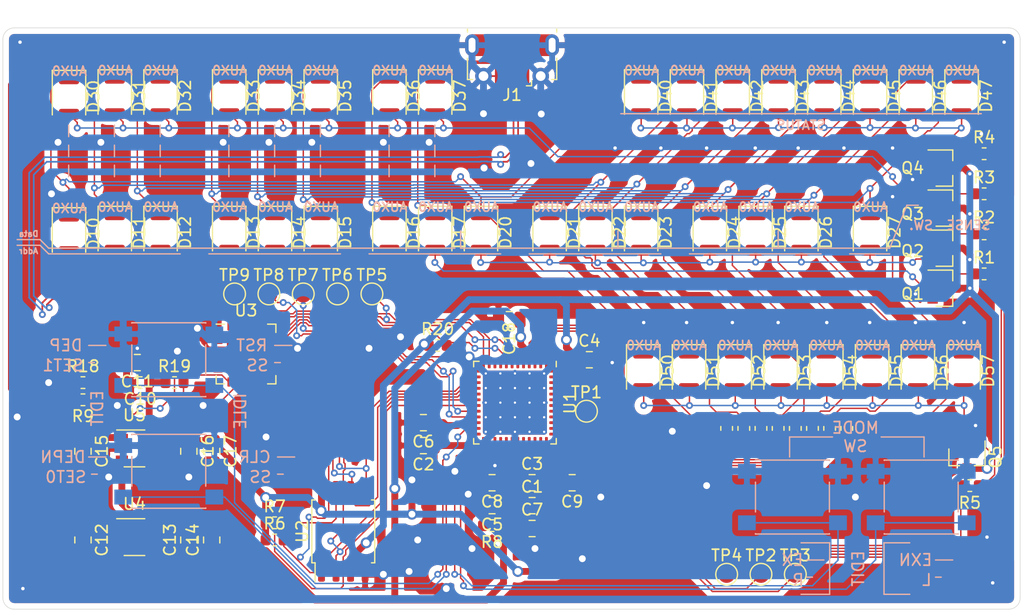
<source format=kicad_pcb>
(kicad_pcb (version 20171130) (host pcbnew "(5.1.4)-1")
  (layers (0 F.Cu signal) (31 B.Cu signal) (34 B.Paste user) (35 F.Paste user) (36 B.SilkS user) (37 F.SilkS user) (38 B.Mask user) (39 F.Mask user) (44 Edge.Cuts user))
  (net 0 "")
  (net 1 "Net-(D10-Pad2)")
  (net 2 "Net-(D10-Pad1)")
  (net 3 "Net-(D11-Pad1)")
  (net 4 "Net-(D16-Pad1)")
  (net 5 VDD)
  (net 6 "Net-(Q1-Pad1)")
  (net 7 "Net-(Q2-Pad1)")
  (net 8 "Net-(Q3-Pad1)")
  (net 9 "Net-(Q4-Pad1)")
  (net 10 "Net-(Q5-Pad1)")
  (net 11 LED_ROW_0)
  (net 12 LED_ROW_1)
  (net 13 LED_ROW_2)
  (net 14 LED_ROW_3)
  (net 15 LED_ROW_4)
  (net 16 LED_COL_7)
  (net 17 LED_COL_6)
  (net 18 LED_COL_5)
  (net 19 LED_COL_4)
  (net 20 LED_COL_3)
  (net 21 LED_COL_2)
  (net 22 LED_COL_1)
  (net 23 LED_COL_0)
  (net 24 GND)
  (net 25 "Net-(U1-Pad34)")
  (net 26 "Net-(U1-Pad32)")
  (net 27 "Net-(U1-Pad31)")
  (net 28 +1V2)
  (net 29 "Net-(U1-Pad28)")
  (net 30 FPGA_TXO)
  (net 31 FPGA_RXI)
  (net 32 "Net-(U1-Pad18)")
  (net 33 FPGA_INT)
  (net 34 "Net-(D12-Pad1)")
  (net 35 "Net-(D13-Pad1)")
  (net 36 "Net-(D14-Pad1)")
  (net 37 "Net-(D15-Pad1)")
  (net 38 "Net-(D17-Pad1)")
  (net 39 "Net-(D20-Pad2)")
  (net 40 "Net-(D30-Pad2)")
  (net 41 "Net-(D40-Pad2)")
  (net 42 "Net-(D50-Pad2)")
  (net 43 BUTTON_L)
  (net 44 BUTTON_1)
  (net 45 BUTTON_0)
  (net 46 BUTTON_R)
  (net 47 FPGA_SS)
  (net 48 FPGA_SCK)
  (net 49 "Net-(C5-Pad1)")
  (net 50 +5V)
  (net 51 "Net-(J1-Pad4)")
  (net 52 FLASH_HOLDn)
  (net 53 "Net-(R18-Pad2)")
  (net 54 "Net-(R19-Pad2)")
  (net 55 "Net-(TP1-Pad1)")
  (net 56 "Net-(TP2-Pad1)")
  (net 57 "Net-(TP3-Pad1)")
  (net 58 "Net-(TP4-Pad1)")
  (net 59 FPGA_RTS)
  (net 60 FPGA_CTS)
  (net 61 FPGA_SI_FLASH_MISO)
  (net 62 FPGA_SO_FLASH_MOSI)
  (net 63 "Net-(U1-Pad10)")
  (net 64 "Net-(U1-Pad9)")
  (net 65 FPGA_CRESET)
  (net 66 FPGA_CDONE)
  (net 67 "Net-(U1-Pad6)")
  (net 68 "Net-(U3-Pad28)")
  (net 69 "Net-(U3-Pad27)")
  (net 70 "Net-(U3-Pad15)")
  (net 71 "Net-(U3-Pad14)")
  (net 72 "Net-(U3-Pad13)")
  (net 73 "Net-(U3-Pad12)")
  (net 74 "Net-(U3-Pad11)")
  (net 75 "Net-(U3-Pad10)")
  (net 76 "Net-(U3-Pad2)")
  (net 77 "Net-(U3-Pad1)")
  (net 78 "Net-(U4-Pad4)")
  (net 79 "Net-(U5-Pad4)")
  (net 80 /usb_and_power/D+)
  (net 81 /usb_and_power/D-)
  (module TestPoint:TestPoint_Pad_D1.5mm (layer F.Cu) (at 20.25 23.25)
    (fp_text reference TP9 (at 0 -1.648) (layer F.SilkS))
    (fp_text value GND)
    (pad 1 smd circle (at 0 0) (size 1.5 1.5) (layers F.Cu F.Mask) (net 24 GND))
  )
  (module Package_SO:SOIC-8_5.275x5.275mm_P1.27mm (layer F.Cu) (at 29.75 44 90)
    (fp_text reference U2 (at 0 -3.59 90) (layer F.SilkS))
    (fp_text value W25Q64JV)
    (pad 8 smd roundrect (at 3.6 -1.905 90) (size 1.6 0.6) (layers F.Cu F.Paste F.Mask) (net 5 VDD))
    (pad 7 smd roundrect (at 3.6 -0.635 90) (size 1.6 0.6) (layers F.Cu F.Paste F.Mask) (net 52 FLASH_HOLDn))
    (pad 6 smd roundrect (at 3.6 0.635 90) (size 1.6 0.6) (layers F.Cu F.Paste F.Mask) (net 48 FPGA_SCK))
    (pad 5 smd roundrect (at 3.6 1.905 90) (size 1.6 0.6) (layers F.Cu F.Paste F.Mask) (net 62 FPGA_SO_FLASH_MOSI))
    (pad 4 smd roundrect (at -3.6 1.905 90) (size 1.6 0.6) (layers F.Cu F.Paste F.Mask) (net 24 GND))
    (pad 3 smd roundrect (at -3.6 0.635 90) (size 1.6 0.6) (layers F.Cu F.Paste F.Mask) (net 5 VDD))
    (pad 2 smd roundrect (at -3.6 -0.635 90) (size 1.6 0.6) (layers F.Cu F.Paste F.Mask) (net 61 FPGA_SI_FLASH_MISO))
    (pad 1 smd roundrect (at -3.6 -1.905 90) (size 1.6 0.6) (layers F.Cu F.Paste F.Mask) (net 47 FPGA_SS))
  )
  (module Package_DFN_QFN:QFN-48-1EP_7x7mm_P0.5mm_EP5.6x5.6mm_ThermalVias (layer F.Cu) (at 44.75 32.75 270)
    (fp_text reference U1 (at 0 -4.82 90) (layer F.SilkS))
    (fp_text value ICE40UP5K-SG48ITR)
    (pad 48 smd roundrect (at -2.75 -3.4375 270) (size 0.25 0.875) (layers F.Cu F.Paste F.Mask) (net 20 LED_COL_3))
    (pad 47 smd roundrect (at -2.25 -3.4375 270) (size 0.25 0.875) (layers F.Cu F.Paste F.Mask) (net 19 LED_COL_4))
    (pad 46 smd roundrect (at -1.75 -3.4375 270) (size 0.25 0.875) (layers F.Cu F.Paste F.Mask) (net 18 LED_COL_5))
    (pad 45 smd roundrect (at -1.25 -3.4375 270) (size 0.25 0.875) (layers F.Cu F.Paste F.Mask) (net 17 LED_COL_6))
    (pad 44 smd roundrect (at -0.75 -3.4375 270) (size 0.25 0.875) (layers F.Cu F.Paste F.Mask) (net 16 LED_COL_7))
    (pad 43 smd roundrect (at -0.25 -3.4375 270) (size 0.25 0.875) (layers F.Cu F.Paste F.Mask) (net 55 "Net-(TP1-Pad1)"))
    (pad 42 smd roundrect (at 0.25 -3.4375 270) (size 0.25 0.875) (layers F.Cu F.Paste F.Mask) (net 15 LED_ROW_4))
    (pad 41 smd roundrect (at 0.75 -3.4375 270) (size 0.25 0.875) (layers F.Cu F.Paste F.Mask) (net 11 LED_ROW_0))
    (pad 40 smd roundrect (at 1.25 -3.4375 270) (size 0.25 0.875) (layers F.Cu F.Paste F.Mask) (net 12 LED_ROW_1))
    (pad 39 smd roundrect (at 1.75 -3.4375 270) (size 0.25 0.875) (layers F.Cu F.Paste F.Mask) (net 13 LED_ROW_2))
    (pad 38 smd roundrect (at 2.25 -3.4375 270) (size 0.25 0.875) (layers F.Cu F.Paste F.Mask) (net 14 LED_ROW_3))
    (pad 37 smd roundrect (at 2.75 -3.4375 270) (size 0.25 0.875) (layers F.Cu F.Paste F.Mask) (net 58 "Net-(TP4-Pad1)"))
    (pad 36 smd roundrect (at 3.4375 -2.75 270) (size 0.875 0.25) (layers F.Cu F.Paste F.Mask) (net 56 "Net-(TP2-Pad1)"))
    (pad 35 smd roundrect (at 3.4375 -2.25 270) (size 0.875 0.25) (layers F.Cu F.Paste F.Mask) (net 57 "Net-(TP3-Pad1)"))
    (pad 34 smd roundrect (at 3.4375 -1.75 270) (size 0.875 0.25) (layers F.Cu F.Paste F.Mask) (net 25 "Net-(U1-Pad34)"))
    (pad 33 smd roundrect (at 3.4375 -1.25 270) (size 0.875 0.25) (layers F.Cu F.Paste F.Mask) (net 5 VDD))
    (pad 32 smd roundrect (at 3.4375 -0.75 270) (size 0.875 0.25) (layers F.Cu F.Paste F.Mask) (net 26 "Net-(U1-Pad32)"))
    (pad 31 smd roundrect (at 3.4375 -0.25 270) (size 0.875 0.25) (layers F.Cu F.Paste F.Mask) (net 27 "Net-(U1-Pad31)"))
    (pad 30 smd roundrect (at 3.4375 0.25 270) (size 0.875 0.25) (layers F.Cu F.Paste F.Mask) (net 28 +1V2))
    (pad 29 smd roundrect (at 3.4375 0.75 270) (size 0.875 0.25) (layers F.Cu F.Paste F.Mask) (net 49 "Net-(C5-Pad1)"))
    (pad 28 smd roundrect (at 3.4375 1.25 270) (size 0.875 0.25) (layers F.Cu F.Paste F.Mask) (net 29 "Net-(U1-Pad28)"))
    (pad 27 smd roundrect (at 3.4375 1.75 270) (size 0.875 0.25) (layers F.Cu F.Paste F.Mask) (net 43 BUTTON_L))
    (pad 26 smd roundrect (at 3.4375 2.25 270) (size 0.875 0.25) (layers F.Cu F.Paste F.Mask) (net 46 BUTTON_R))
    (pad 25 smd roundrect (at 3.4375 2.75 270) (size 0.875 0.25) (layers F.Cu F.Paste F.Mask) (net 45 BUTTON_0))
    (pad 24 smd roundrect (at 2.75 3.4375 270) (size 0.25 0.875) (layers F.Cu F.Paste F.Mask) (net 5 VDD))
    (pad 23 smd roundrect (at 2.25 3.4375 270) (size 0.25 0.875) (layers F.Cu F.Paste F.Mask) (net 44 BUTTON_1))
    (pad 22 smd roundrect (at 1.75 3.4375 270) (size 0.25 0.875) (layers F.Cu F.Paste F.Mask) (net 5 VDD))
    (pad 21 smd roundrect (at 1.25 3.4375 270) (size 0.25 0.875) (layers F.Cu F.Paste F.Mask) (net 30 FPGA_TXO))
    (pad 20 smd roundrect (at 0.75 3.4375 270) (size 0.25 0.875) (layers F.Cu F.Paste F.Mask) (net 31 FPGA_RXI))
    (pad 19 smd roundrect (at 0.25 3.4375 270) (size 0.25 0.875) (layers F.Cu F.Paste F.Mask) (net 52 FLASH_HOLDn))
    (pad 18 smd roundrect (at -0.25 3.4375 270) (size 0.25 0.875) (layers F.Cu F.Paste F.Mask) (net 32 "Net-(U1-Pad18)"))
    (pad 17 smd roundrect (at -0.75 3.4375 270) (size 0.25 0.875) (layers F.Cu F.Paste F.Mask) (net 61 FPGA_SI_FLASH_MISO))
    (pad 16 smd roundrect (at -1.25 3.4375 270) (size 0.25 0.875) (layers F.Cu F.Paste F.Mask) (net 47 FPGA_SS))
    (pad 15 smd roundrect (at -1.75 3.4375 270) (size 0.25 0.875) (layers F.Cu F.Paste F.Mask) (net 48 FPGA_SCK))
    (pad 14 smd roundrect (at -2.25 3.4375 270) (size 0.25 0.875) (layers F.Cu F.Paste F.Mask) (net 62 FPGA_SO_FLASH_MOSI))
    (pad 13 smd roundrect (at -2.75 3.4375 270) (size 0.25 0.875) (layers F.Cu F.Paste F.Mask) (net 33 FPGA_INT))
    (pad 12 smd roundrect (at -3.4375 2.75 270) (size 0.875 0.25) (layers F.Cu F.Paste F.Mask) (net 59 FPGA_RTS))
    (pad 11 smd roundrect (at -3.4375 2.25 270) (size 0.875 0.25) (layers F.Cu F.Paste F.Mask) (net 60 FPGA_CTS))
    (pad 10 smd roundrect (at -3.4375 1.75 270) (size 0.875 0.25) (layers F.Cu F.Paste F.Mask) (net 63 "Net-(U1-Pad10)"))
    (pad 9 smd roundrect (at -3.4375 1.25 270) (size 0.875 0.25) (layers F.Cu F.Paste F.Mask) (net 64 "Net-(U1-Pad9)"))
    (pad 8 smd roundrect (at -3.4375 0.75 270) (size 0.875 0.25) (layers F.Cu F.Paste F.Mask) (net 65 FPGA_CRESET))
    (pad 7 smd roundrect (at -3.4375 0.25 270) (size 0.875 0.25) (layers F.Cu F.Paste F.Mask) (net 66 FPGA_CDONE))
    (pad 6 smd roundrect (at -3.4375 -0.25 270) (size 0.875 0.25) (layers F.Cu F.Paste F.Mask) (net 67 "Net-(U1-Pad6)"))
    (pad 5 smd roundrect (at -3.4375 -0.75 270) (size 0.875 0.25) (layers F.Cu F.Paste F.Mask) (net 28 +1V2))
    (pad 4 smd roundrect (at -3.4375 -1.25 270) (size 0.875 0.25) (layers F.Cu F.Paste F.Mask) (net 23 LED_COL_0))
    (pad 3 smd roundrect (at -3.4375 -1.75 270) (size 0.875 0.25) (layers F.Cu F.Paste F.Mask) (net 22 LED_COL_1))
    (pad 2 smd roundrect (at -3.4375 -2.25 270) (size 0.875 0.25) (layers F.Cu F.Paste F.Mask) (net 21 LED_COL_2))
    (pad 1 smd roundrect (at -3.4375 -2.75 270) (size 0.875 0.25) (layers F.Cu F.Paste F.Mask) (net 5 VDD))
    (pad 49 smd roundrect (at 0 0 270) (size 5.6 5.6) (layers B.Cu) (roundrect_rratio 0.044643) (net 24 GND))
    (pad 49 thru_hole circle (at 2.55 2.55 270) (size 0.5 0.5) (drill 0.2) (layers *.Cu) (net 24 GND))
    (pad 49 thru_hole circle (at 1.275 2.55 270) (size 0.5 0.5) (drill 0.2) (layers *.Cu) (net 24 GND))
    (pad 49 thru_hole circle (at 0 2.55 270) (size 0.5 0.5) (drill 0.2) (layers *.Cu) (net 24 GND))
    (pad 49 thru_hole circle (at -1.275 2.55 270) (size 0.5 0.5) (drill 0.2) (layers *.Cu) (net 24 GND))
    (pad 49 thru_hole circle (at -2.55 2.55 270) (size 0.5 0.5) (drill 0.2) (layers *.Cu) (net 24 GND))
    (pad 49 thru_hole circle (at 2.55 1.275 270) (size 0.5 0.5) (drill 0.2) (layers *.Cu) (net 24 GND))
    (pad 49 thru_hole circle (at 1.275 1.275 270) (size 0.5 0.5) (drill 0.2) (layers *.Cu) (net 24 GND))
    (pad 49 thru_hole circle (at 0 1.275 270) (size 0.5 0.5) (drill 0.2) (layers *.Cu) (net 24 GND))
    (pad 49 thru_hole circle (at -1.275 1.275 270) (size 0.5 0.5) (drill 0.2) (layers *.Cu) (net 24 GND))
    (pad 49 thru_hole circle (at -2.55 1.275 270) (size 0.5 0.5) (drill 0.2) (layers *.Cu) (net 24 GND))
    (pad 49 thru_hole circle (at 2.55 0 270) (size 0.5 0.5) (drill 0.2) (layers *.Cu) (net 24 GND))
    (pad 49 thru_hole circle (at 1.275 0 270) (size 0.5 0.5) (drill 0.2) (layers *.Cu) (net 24 GND))
    (pad 49 thru_hole circle (at 0 0 270) (size 0.5 0.5) (drill 0.2) (layers *.Cu) (net 24 GND))
    (pad 49 thru_hole circle (at -1.275 0 270) (size 0.5 0.5) (drill 0.2) (layers *.Cu) (net 24 GND))
    (pad 49 thru_hole circle (at -2.55 0 270) (size 0.5 0.5) (drill 0.2) (layers *.Cu) (net 24 GND))
    (pad 49 thru_hole circle (at 2.55 -1.275 270) (size 0.5 0.5) (drill 0.2) (layers *.Cu) (net 24 GND))
    (pad 49 thru_hole circle (at 1.275 -1.275 270) (size 0.5 0.5) (drill 0.2) (layers *.Cu) (net 24 GND))
    (pad 49 thru_hole circle (at 0 -1.275 270) (size 0.5 0.5) (drill 0.2) (layers *.Cu) (net 24 GND))
    (pad 49 thru_hole circle (at -1.275 -1.275 270) (size 0.5 0.5) (drill 0.2) (layers *.Cu) (net 24 GND))
    (pad 49 thru_hole circle (at -2.55 -1.275 270) (size 0.5 0.5) (drill 0.2) (layers *.Cu) (net 24 GND))
    (pad 49 thru_hole circle (at 2.55 -2.55 270) (size 0.5 0.5) (drill 0.2) (layers *.Cu) (net 24 GND))
    (pad 49 thru_hole circle (at 1.275 -2.55 270) (size 0.5 0.5) (drill 0.2) (layers *.Cu) (net 24 GND))
    (pad 49 thru_hole circle (at 0 -2.55 270) (size 0.5 0.5) (drill 0.2) (layers *.Cu) (net 24 GND))
    (pad 49 thru_hole circle (at -1.275 -2.55 270) (size 0.5 0.5) (drill 0.2) (layers *.Cu) (net 24 GND))
    (pad 49 thru_hole circle (at -2.55 -2.55 270) (size 0.5 0.5) (drill 0.2) (layers *.Cu) (net 24 GND))
    (pad 49 smd roundrect (at 0 0 270) (size 5.6 5.6) (layers F.Cu F.Mask) (roundrect_rratio 0.044643) (net 24 GND))
  )
  (module blinkencard:USB_Micro-B_Molex-105017-0001 (layer F.Cu) (at 44.5 2.75 180)
    (fp_text reference J1 (at 0 -3.1125) (layer F.SilkS))
    (fp_text value USB_B_Micro)
    (pad 6 smd rect (at -2.9 1.2375 180) (size 1.2 1.9) (layers F.Cu F.Mask) (net 24 GND))
    (pad 6 smd rect (at 2.9 1.2375 180) (size 1.2 1.9) (layers F.Cu F.Mask) (net 24 GND))
    (pad 6 thru_hole oval (at 3.5 1.2375 180) (size 1.2 1.9) (drill oval 0.6 1.3) (layers *.Cu *.Mask) (net 24 GND))
    (pad 6 thru_hole oval (at -3.5 1.2375) (size 1.2 1.9) (drill oval 0.6 1.3) (layers *.Cu *.Mask) (net 24 GND))
    (pad 6 smd rect (at -1 1.2375 180) (size 1.5 1.9) (layers F.Cu F.Paste F.Mask) (net 24 GND))
    (pad 6 thru_hole circle (at 2.5 -1.4625 180) (size 1.45 1.45) (drill 0.85) (layers *.Cu *.Mask) (net 24 GND))
    (pad 3 smd rect (at 0 -1.4625 180) (size 0.4 1.35) (layers F.Cu F.Paste F.Mask) (net 80 /usb_and_power/D+))
    (pad 4 smd rect (at 0.65 -1.4625 180) (size 0.4 1.35) (layers F.Cu F.Paste F.Mask) (net 51 "Net-(J1-Pad4)"))
    (pad 5 smd rect (at 1.3 -1.4625 180) (size 0.4 1.35) (layers F.Cu F.Paste F.Mask) (net 24 GND))
    (pad 1 smd rect (at -1.3 -1.4625 180) (size 0.4 1.35) (layers F.Cu F.Paste F.Mask) (net 50 +5V))
    (pad 2 smd rect (at -0.65 -1.4625 180) (size 0.4 1.35) (layers F.Cu F.Paste F.Mask) (net 81 /usb_and_power/D-))
    (pad 6 thru_hole circle (at -2.5 -1.4625 180) (size 1.45 1.45) (drill 0.85) (layers *.Cu *.Mask) (net 24 GND))
    (pad 6 smd rect (at 1 1.2375 180) (size 1.5 1.9) (layers F.Cu F.Paste F.Mask) (net 24 GND))
  )
  (module blinkencard:LED_1206_3216Metric_ReverseMount_Hole1.8x2.4mm (layer F.Cu) (at 83.96 29.97 270)
    (fp_text reference D57 (at 0 -2.145 90) (layer F.SilkS))
    (fp_text value LED_Small)
    (fp_text user AUX0 (at -2.22 -0.04 180) (layer B.SilkS) (effects (font (size 0.8 0.8)) (justify mirror)))
    (pad 1 smd roundrect (at -1.55 0 270) (size 0.95 1.75) (layers F.Cu F.Paste F.Mask) (roundrect_rratio 0.2) (net 38 "Net-(D17-Pad1)"))
    (pad 2 smd roundrect (at 1.55 0 270) (size 0.95 1.75) (layers F.Cu F.Paste F.Mask) (roundrect_rratio 0.2) (net 42 "Net-(D50-Pad2)"))
    (pad "" np_thru_hole oval (at 0 0 270) (size 1.8 2.4) (drill oval 1.8 2.4) (layers *.Cu *.Mask))
  )
  (module blinkencard:LED_1206_3216Metric_ReverseMount_Hole1.8x2.4mm (layer F.Cu) (at 79.96 29.97 270)
    (fp_text reference D56 (at 0 -2.145 90) (layer F.SilkS))
    (fp_text value LED_Small)
    (fp_text user AUX0 (at -2.22 -0.04 180) (layer B.SilkS) (effects (font (size 0.8 0.8)) (justify mirror)))
    (pad 1 smd roundrect (at -1.55 0 270) (size 0.95 1.75) (layers F.Cu F.Paste F.Mask) (roundrect_rratio 0.2) (net 4 "Net-(D16-Pad1)"))
    (pad 2 smd roundrect (at 1.55 0 270) (size 0.95 1.75) (layers F.Cu F.Paste F.Mask) (roundrect_rratio 0.2) (net 42 "Net-(D50-Pad2)"))
    (pad "" np_thru_hole oval (at 0 0 270) (size 1.8 2.4) (drill oval 1.8 2.4) (layers *.Cu *.Mask))
  )
  (module blinkencard:LED_1206_3216Metric_ReverseMount_Hole1.8x2.4mm (layer F.Cu) (at 75.96 29.97 270)
    (fp_text reference D55 (at 0 -2.145 90) (layer F.SilkS))
    (fp_text value LED_Small)
    (fp_text user AUX0 (at -2.22 -0.04 180) (layer B.SilkS) (effects (font (size 0.8 0.8)) (justify mirror)))
    (pad 1 smd roundrect (at -1.55 0 270) (size 0.95 1.75) (layers F.Cu F.Paste F.Mask) (roundrect_rratio 0.2) (net 37 "Net-(D15-Pad1)"))
    (pad 2 smd roundrect (at 1.55 0 270) (size 0.95 1.75) (layers F.Cu F.Paste F.Mask) (roundrect_rratio 0.2) (net 42 "Net-(D50-Pad2)"))
    (pad "" np_thru_hole oval (at 0 0 270) (size 1.8 2.4) (drill oval 1.8 2.4) (layers *.Cu *.Mask))
  )
  (module blinkencard:LED_1206_3216Metric_ReverseMount_Hole1.8x2.4mm (layer F.Cu) (at 71.96 29.97 270)
    (fp_text reference D54 (at 0 -2.145 90) (layer F.SilkS))
    (fp_text value LED_Small)
    (fp_text user AUX0 (at -2.22 -0.04 180) (layer B.SilkS) (effects (font (size 0.8 0.8)) (justify mirror)))
    (pad 1 smd roundrect (at -1.55 0 270) (size 0.95 1.75) (layers F.Cu F.Paste F.Mask) (roundrect_rratio 0.2) (net 36 "Net-(D14-Pad1)"))
    (pad 2 smd roundrect (at 1.55 0 270) (size 0.95 1.75) (layers F.Cu F.Paste F.Mask) (roundrect_rratio 0.2) (net 42 "Net-(D50-Pad2)"))
    (pad "" np_thru_hole oval (at 0 0 270) (size 1.8 2.4) (drill oval 1.8 2.4) (layers *.Cu *.Mask))
  )
  (module blinkencard:LED_1206_3216Metric_ReverseMount_Hole1.8x2.4mm (layer F.Cu) (at 67.96 29.97 270)
    (fp_text reference D53 (at 0 -2.145 90) (layer F.SilkS))
    (fp_text value LED_Small)
    (fp_text user AUX0 (at -2.22 -0.04 180) (layer B.SilkS) (effects (font (size 0.8 0.8)) (justify mirror)))
    (pad 1 smd roundrect (at -1.55 0 270) (size 0.95 1.75) (layers F.Cu F.Paste F.Mask) (roundrect_rratio 0.2) (net 35 "Net-(D13-Pad1)"))
    (pad 2 smd roundrect (at 1.55 0 270) (size 0.95 1.75) (layers F.Cu F.Paste F.Mask) (roundrect_rratio 0.2) (net 42 "Net-(D50-Pad2)"))
    (pad "" np_thru_hole oval (at 0 0 270) (size 1.8 2.4) (drill oval 1.8 2.4) (layers *.Cu *.Mask))
  )
  (module blinkencard:LED_1206_3216Metric_ReverseMount_Hole1.8x2.4mm (layer F.Cu) (at 63.96 29.97 270)
    (fp_text reference D52 (at 0 -2.145 90) (layer F.SilkS))
    (fp_text value LED_Small)
    (fp_text user AUX0 (at -2.22 -0.04 180) (layer B.SilkS) (effects (font (size 0.8 0.8)) (justify mirror)))
    (pad 1 smd roundrect (at -1.55 0 270) (size 0.95 1.75) (layers F.Cu F.Paste F.Mask) (roundrect_rratio 0.2) (net 34 "Net-(D12-Pad1)"))
    (pad 2 smd roundrect (at 1.55 0 270) (size 0.95 1.75) (layers F.Cu F.Paste F.Mask) (roundrect_rratio 0.2) (net 42 "Net-(D50-Pad2)"))
    (pad "" np_thru_hole oval (at 0 0 270) (size 1.8 2.4) (drill oval 1.8 2.4) (layers *.Cu *.Mask))
  )
  (module blinkencard:LED_1206_3216Metric_ReverseMount_Hole1.8x2.4mm (layer F.Cu) (at 59.96 29.97 270)
    (fp_text reference D51 (at 0 -2.145 90) (layer F.SilkS))
    (fp_text value LED_Small)
    (fp_text user AUX0 (at -2.22 -0.04 180) (layer B.SilkS) (effects (font (size 0.8 0.8)) (justify mirror)))
    (pad 1 smd roundrect (at -1.55 0 270) (size 0.95 1.75) (layers F.Cu F.Paste F.Mask) (roundrect_rratio 0.2) (net 3 "Net-(D11-Pad1)"))
    (pad 2 smd roundrect (at 1.55 0 270) (size 0.95 1.75) (layers F.Cu F.Paste F.Mask) (roundrect_rratio 0.2) (net 42 "Net-(D50-Pad2)"))
    (pad "" np_thru_hole oval (at 0 0 270) (size 1.8 2.4) (drill oval 1.8 2.4) (layers *.Cu *.Mask))
  )
  (module blinkencard:LED_1206_3216Metric_ReverseMount_Hole1.8x2.4mm (layer F.Cu) (at 55.96 29.97 270)
    (fp_text reference D50 (at 0 -2.145 90) (layer F.SilkS))
    (fp_text value LED_Small)
    (fp_text user AUX0 (at -2.22 -0.04 180) (layer B.SilkS) (effects (font (size 0.8 0.8)) (justify mirror)))
    (pad 1 smd roundrect (at -1.55 0 270) (size 0.95 1.75) (layers F.Cu F.Paste F.Mask) (roundrect_rratio 0.2) (net 2 "Net-(D10-Pad1)"))
    (pad 2 smd roundrect (at 1.55 0 270) (size 0.95 1.75) (layers F.Cu F.Paste F.Mask) (roundrect_rratio 0.2) (net 42 "Net-(D50-Pad2)"))
    (pad "" np_thru_hole oval (at 0 0 270) (size 1.8 2.4) (drill oval 1.8 2.4) (layers *.Cu *.Mask))
  )
  (module blinkencard:LED_1206_3216Metric_ReverseMount_Hole1.8x2.4mm (layer F.Cu) (at 83.78 5.95 270)
    (fp_text reference D47 (at 0 -2.145 90) (layer F.SilkS))
    (fp_text value LED_Small)
    (fp_text user AUX0 (at -2.22 -0.04 180) (layer B.SilkS) (effects (font (size 0.8 0.8)) (justify mirror)))
    (pad 1 smd roundrect (at -1.55 0 270) (size 0.95 1.75) (layers F.Cu F.Paste F.Mask) (roundrect_rratio 0.2) (net 38 "Net-(D17-Pad1)"))
    (pad 2 smd roundrect (at 1.55 0 270) (size 0.95 1.75) (layers F.Cu F.Paste F.Mask) (roundrect_rratio 0.2) (net 41 "Net-(D40-Pad2)"))
    (pad "" np_thru_hole oval (at 0 0 270) (size 1.8 2.4) (drill oval 1.8 2.4) (layers *.Cu *.Mask))
  )
  (module blinkencard:LED_1206_3216Metric_ReverseMount_Hole1.8x2.4mm (layer F.Cu) (at 79.78 5.95 270)
    (fp_text reference D46 (at 0 -2.145 90) (layer F.SilkS))
    (fp_text value LED_Small)
    (fp_text user AUX0 (at -2.22 -0.04 180) (layer B.SilkS) (effects (font (size 0.8 0.8)) (justify mirror)))
    (pad 1 smd roundrect (at -1.55 0 270) (size 0.95 1.75) (layers F.Cu F.Paste F.Mask) (roundrect_rratio 0.2) (net 4 "Net-(D16-Pad1)"))
    (pad 2 smd roundrect (at 1.55 0 270) (size 0.95 1.75) (layers F.Cu F.Paste F.Mask) (roundrect_rratio 0.2) (net 41 "Net-(D40-Pad2)"))
    (pad "" np_thru_hole oval (at 0 0 270) (size 1.8 2.4) (drill oval 1.8 2.4) (layers *.Cu *.Mask))
  )
  (module blinkencard:LED_1206_3216Metric_ReverseMount_Hole1.8x2.4mm (layer F.Cu) (at 75.78 5.95 270)
    (fp_text reference D45 (at 0 -2.145 90) (layer F.SilkS))
    (fp_text value LED_Small)
    (fp_text user AUX0 (at -2.22 -0.04 180) (layer B.SilkS) (effects (font (size 0.8 0.8)) (justify mirror)))
    (pad 1 smd roundrect (at -1.55 0 270) (size 0.95 1.75) (layers F.Cu F.Paste F.Mask) (roundrect_rratio 0.2) (net 37 "Net-(D15-Pad1)"))
    (pad 2 smd roundrect (at 1.55 0 270) (size 0.95 1.75) (layers F.Cu F.Paste F.Mask) (roundrect_rratio 0.2) (net 41 "Net-(D40-Pad2)"))
    (pad "" np_thru_hole oval (at 0 0 270) (size 1.8 2.4) (drill oval 1.8 2.4) (layers *.Cu *.Mask))
  )
  (module blinkencard:LED_1206_3216Metric_ReverseMount_Hole1.8x2.4mm (layer F.Cu) (at 71.78 5.95 270)
    (fp_text reference D44 (at 0 -2.145 90) (layer F.SilkS))
    (fp_text value LED_Small)
    (fp_text user AUX0 (at -2.22 -0.04 180) (layer B.SilkS) (effects (font (size 0.8 0.8)) (justify mirror)))
    (pad 1 smd roundrect (at -1.55 0 270) (size 0.95 1.75) (layers F.Cu F.Paste F.Mask) (roundrect_rratio 0.2) (net 36 "Net-(D14-Pad1)"))
    (pad 2 smd roundrect (at 1.55 0 270) (size 0.95 1.75) (layers F.Cu F.Paste F.Mask) (roundrect_rratio 0.2) (net 41 "Net-(D40-Pad2)"))
    (pad "" np_thru_hole oval (at 0 0 270) (size 1.8 2.4) (drill oval 1.8 2.4) (layers *.Cu *.Mask))
  )
  (module blinkencard:LED_1206_3216Metric_ReverseMount_Hole1.8x2.4mm (layer F.Cu) (at 67.78 5.95 270)
    (fp_text reference D43 (at 0 -2.145 90) (layer F.SilkS))
    (fp_text value LED_Small)
    (fp_text user AUX0 (at -2.22 -0.04 180) (layer B.SilkS) (effects (font (size 0.8 0.8)) (justify mirror)))
    (pad 1 smd roundrect (at -1.55 0 270) (size 0.95 1.75) (layers F.Cu F.Paste F.Mask) (roundrect_rratio 0.2) (net 35 "Net-(D13-Pad1)"))
    (pad 2 smd roundrect (at 1.55 0 270) (size 0.95 1.75) (layers F.Cu F.Paste F.Mask) (roundrect_rratio 0.2) (net 41 "Net-(D40-Pad2)"))
    (pad "" np_thru_hole oval (at 0 0 270) (size 1.8 2.4) (drill oval 1.8 2.4) (layers *.Cu *.Mask))
  )
  (module blinkencard:LED_1206_3216Metric_ReverseMount_Hole1.8x2.4mm (layer F.Cu) (at 63.78 5.95 270)
    (fp_text reference D42 (at 0 -2.145 90) (layer F.SilkS))
    (fp_text value LED_Small)
    (fp_text user AUX0 (at -2.22 -0.04 180) (layer B.SilkS) (effects (font (size 0.8 0.8)) (justify mirror)))
    (pad 1 smd roundrect (at -1.55 0 270) (size 0.95 1.75) (layers F.Cu F.Paste F.Mask) (roundrect_rratio 0.2) (net 34 "Net-(D12-Pad1)"))
    (pad 2 smd roundrect (at 1.55 0 270) (size 0.95 1.75) (layers F.Cu F.Paste F.Mask) (roundrect_rratio 0.2) (net 41 "Net-(D40-Pad2)"))
    (pad "" np_thru_hole oval (at 0 0 270) (size 1.8 2.4) (drill oval 1.8 2.4) (layers *.Cu *.Mask))
  )
  (module blinkencard:LED_1206_3216Metric_ReverseMount_Hole1.8x2.4mm (layer F.Cu) (at 59.78 5.95 270)
    (fp_text reference D41 (at 0 -2.145 90) (layer F.SilkS))
    (fp_text value LED_Small)
    (fp_text user AUX0 (at -2.22 -0.04 180) (layer B.SilkS) (effects (font (size 0.8 0.8)) (justify mirror)))
    (pad 1 smd roundrect (at -1.55 0 270) (size 0.95 1.75) (layers F.Cu F.Paste F.Mask) (roundrect_rratio 0.2) (net 3 "Net-(D11-Pad1)"))
    (pad 2 smd roundrect (at 1.55 0 270) (size 0.95 1.75) (layers F.Cu F.Paste F.Mask) (roundrect_rratio 0.2) (net 41 "Net-(D40-Pad2)"))
    (pad "" np_thru_hole oval (at 0 0 270) (size 1.8 2.4) (drill oval 1.8 2.4) (layers *.Cu *.Mask))
  )
  (module blinkencard:LED_1206_3216Metric_ReverseMount_Hole1.8x2.4mm (layer F.Cu) (at 55.78 5.95 270)
    (fp_text reference D40 (at 0 -2.145 90) (layer F.SilkS))
    (fp_text value LED_Small)
    (fp_text user AUX0 (at -2.22 -0.04 180) (layer B.SilkS) (effects (font (size 0.8 0.8)) (justify mirror)))
    (pad 1 smd roundrect (at -1.55 0 270) (size 0.95 1.75) (layers F.Cu F.Paste F.Mask) (roundrect_rratio 0.2) (net 2 "Net-(D10-Pad1)"))
    (pad 2 smd roundrect (at 1.55 0 270) (size 0.95 1.75) (layers F.Cu F.Paste F.Mask) (roundrect_rratio 0.2) (net 41 "Net-(D40-Pad2)"))
    (pad "" np_thru_hole oval (at 0 0 270) (size 1.8 2.4) (drill oval 1.8 2.4) (layers *.Cu *.Mask))
  )
  (module blinkencard:LED_1206_3216Metric_ReverseMount_Hole1.8x2.4mm (layer F.Cu) (at 37.78 5.95 270)
    (fp_text reference D37 (at 0 -2.145 90) (layer F.SilkS))
    (fp_text value LED_Small)
    (fp_text user AUX0 (at -2.22 -0.04 180) (layer B.SilkS) (effects (font (size 0.8 0.8)) (justify mirror)))
    (pad 1 smd roundrect (at -1.55 0 270) (size 0.95 1.75) (layers F.Cu F.Paste F.Mask) (roundrect_rratio 0.2) (net 38 "Net-(D17-Pad1)"))
    (pad 2 smd roundrect (at 1.55 0 270) (size 0.95 1.75) (layers F.Cu F.Paste F.Mask) (roundrect_rratio 0.2) (net 40 "Net-(D30-Pad2)"))
    (pad "" np_thru_hole oval (at 0 0 270) (size 1.8 2.4) (drill oval 1.8 2.4) (layers *.Cu *.Mask))
  )
  (module blinkencard:LED_1206_3216Metric_ReverseMount_Hole1.8x2.4mm (layer F.Cu) (at 33.78 5.95 270)
    (fp_text reference D36 (at 0 -2.145 90) (layer F.SilkS))
    (fp_text value LED_Small)
    (fp_text user AUX0 (at -2.22 -0.04 180) (layer B.SilkS) (effects (font (size 0.8 0.8)) (justify mirror)))
    (pad 1 smd roundrect (at -1.55 0 270) (size 0.95 1.75) (layers F.Cu F.Paste F.Mask) (roundrect_rratio 0.2) (net 4 "Net-(D16-Pad1)"))
    (pad 2 smd roundrect (at 1.55 0 270) (size 0.95 1.75) (layers F.Cu F.Paste F.Mask) (roundrect_rratio 0.2) (net 40 "Net-(D30-Pad2)"))
    (pad "" np_thru_hole oval (at 0 0 270) (size 1.8 2.4) (drill oval 1.8 2.4) (layers *.Cu *.Mask))
  )
  (module blinkencard:LED_1206_3216Metric_ReverseMount_Hole1.8x2.4mm (layer F.Cu) (at 27.78 5.95 270)
    (fp_text reference D35 (at 0 -2.145 90) (layer F.SilkS))
    (fp_text value LED_Small)
    (fp_text user AUX0 (at -2.22 -0.04 180) (layer B.SilkS) (effects (font (size 0.8 0.8)) (justify mirror)))
    (pad 1 smd roundrect (at -1.55 0 270) (size 0.95 1.75) (layers F.Cu F.Paste F.Mask) (roundrect_rratio 0.2) (net 37 "Net-(D15-Pad1)"))
    (pad 2 smd roundrect (at 1.55 0 270) (size 0.95 1.75) (layers F.Cu F.Paste F.Mask) (roundrect_rratio 0.2) (net 40 "Net-(D30-Pad2)"))
    (pad "" np_thru_hole oval (at 0 0 270) (size 1.8 2.4) (drill oval 1.8 2.4) (layers *.Cu *.Mask))
  )
  (module blinkencard:LED_1206_3216Metric_ReverseMount_Hole1.8x2.4mm (layer F.Cu) (at 23.78 5.95 270)
    (fp_text reference D34 (at 0 -2.145 90) (layer F.SilkS))
    (fp_text value LED_Small)
    (fp_text user AUX0 (at -2.22 -0.04 180) (layer B.SilkS) (effects (font (size 0.8 0.8)) (justify mirror)))
    (pad 1 smd roundrect (at -1.55 0 270) (size 0.95 1.75) (layers F.Cu F.Paste F.Mask) (roundrect_rratio 0.2) (net 36 "Net-(D14-Pad1)"))
    (pad 2 smd roundrect (at 1.55 0 270) (size 0.95 1.75) (layers F.Cu F.Paste F.Mask) (roundrect_rratio 0.2) (net 40 "Net-(D30-Pad2)"))
    (pad "" np_thru_hole oval (at 0 0 270) (size 1.8 2.4) (drill oval 1.8 2.4) (layers *.Cu *.Mask))
  )
  (module blinkencard:LED_1206_3216Metric_ReverseMount_Hole1.8x2.4mm (layer F.Cu) (at 19.78 5.95 270)
    (fp_text reference D33 (at 0 -2.145 90) (layer F.SilkS))
    (fp_text value LED_Small)
    (fp_text user AUX0 (at -2.22 -0.04 180) (layer B.SilkS) (effects (font (size 0.8 0.8)) (justify mirror)))
    (pad 1 smd roundrect (at -1.55 0 270) (size 0.95 1.75) (layers F.Cu F.Paste F.Mask) (roundrect_rratio 0.2) (net 35 "Net-(D13-Pad1)"))
    (pad 2 smd roundrect (at 1.55 0 270) (size 0.95 1.75) (layers F.Cu F.Paste F.Mask) (roundrect_rratio 0.2) (net 40 "Net-(D30-Pad2)"))
    (pad "" np_thru_hole oval (at 0 0 270) (size 1.8 2.4) (drill oval 1.8 2.4) (layers *.Cu *.Mask))
  )
  (module blinkencard:LED_1206_3216Metric_ReverseMount_Hole1.8x2.4mm (layer F.Cu) (at 13.78 5.95 270)
    (fp_text reference D32 (at 0 -2.145 90) (layer F.SilkS))
    (fp_text value LED_Small)
    (fp_text user AUX0 (at -2.22 -0.04 180) (layer B.SilkS) (effects (font (size 0.8 0.8)) (justify mirror)))
    (pad 1 smd roundrect (at -1.55 0 270) (size 0.95 1.75) (layers F.Cu F.Paste F.Mask) (roundrect_rratio 0.2) (net 34 "Net-(D12-Pad1)"))
    (pad 2 smd roundrect (at 1.55 0 270) (size 0.95 1.75) (layers F.Cu F.Paste F.Mask) (roundrect_rratio 0.2) (net 40 "Net-(D30-Pad2)"))
    (pad "" np_thru_hole oval (at 0 0 270) (size 1.8 2.4) (drill oval 1.8 2.4) (layers *.Cu *.Mask))
  )
  (module blinkencard:LED_1206_3216Metric_ReverseMount_Hole1.8x2.4mm (layer F.Cu) (at 9.78 5.95 270)
    (fp_text reference D31 (at 0 -2.145 90) (layer F.SilkS))
    (fp_text value LED_Small)
    (fp_text user AUX0 (at -2.22 -0.04 180) (layer B.SilkS) (effects (font (size 0.8 0.8)) (justify mirror)))
    (pad 1 smd roundrect (at -1.55 0 270) (size 0.95 1.75) (layers F.Cu F.Paste F.Mask) (roundrect_rratio 0.2) (net 3 "Net-(D11-Pad1)"))
    (pad 2 smd roundrect (at 1.55 0 270) (size 0.95 1.75) (layers F.Cu F.Paste F.Mask) (roundrect_rratio 0.2) (net 40 "Net-(D30-Pad2)"))
    (pad "" np_thru_hole oval (at 0 0 270) (size 1.8 2.4) (drill oval 1.8 2.4) (layers *.Cu *.Mask))
  )
  (module blinkencard:LED_1206_3216Metric_ReverseMount_Hole1.8x2.4mm (layer F.Cu) (at 5.78 6 270)
    (fp_text reference D30 (at 0 -2.145 90) (layer F.SilkS))
    (fp_text value LED_Small)
    (fp_text user AUX0 (at -2.22 -0.04 180) (layer B.SilkS) (effects (font (size 0.8 0.8)) (justify mirror)))
    (pad 1 smd roundrect (at -1.55 0 270) (size 0.95 1.75) (layers F.Cu F.Paste F.Mask) (roundrect_rratio 0.2) (net 2 "Net-(D10-Pad1)"))
    (pad 2 smd roundrect (at 1.55 0 270) (size 0.95 1.75) (layers F.Cu F.Paste F.Mask) (roundrect_rratio 0.2) (net 40 "Net-(D30-Pad2)"))
    (pad "" np_thru_hole oval (at 0 0 270) (size 1.8 2.4) (drill oval 1.8 2.4) (layers *.Cu *.Mask))
  )
  (module blinkencard:LED_1206_3216Metric_ReverseMount_Hole1.8x2.4mm (layer F.Cu) (at 75.78 17.88 270)
    (fp_text reference D27 (at 0 -2.145 90) (layer F.SilkS))
    (fp_text value LED_Small)
    (fp_text user AUX0 (at -2.22 -0.04 180) (layer B.SilkS) (effects (font (size 0.8 0.8)) (justify mirror)))
    (pad 1 smd roundrect (at -1.55 0 270) (size 0.95 1.75) (layers F.Cu F.Paste F.Mask) (roundrect_rratio 0.2) (net 38 "Net-(D17-Pad1)"))
    (pad 2 smd roundrect (at 1.55 0 270) (size 0.95 1.75) (layers F.Cu F.Paste F.Mask) (roundrect_rratio 0.2) (net 39 "Net-(D20-Pad2)"))
    (pad "" np_thru_hole oval (at 0 0 270) (size 1.8 2.4) (drill oval 1.8 2.4) (layers *.Cu *.Mask))
  )
  (module blinkencard:LED_1206_3216Metric_ReverseMount_Hole1.8x2.4mm (layer F.Cu) (at 69.78 17.88 270)
    (fp_text reference D26 (at 0 -2.145 90) (layer F.SilkS))
    (fp_text value LED_Small)
    (fp_text user AUX0 (at -2.22 -0.04 180) (layer B.SilkS) (effects (font (size 0.8 0.8)) (justify mirror)))
    (pad 1 smd roundrect (at -1.55 0 270) (size 0.95 1.75) (layers F.Cu F.Paste F.Mask) (roundrect_rratio 0.2) (net 4 "Net-(D16-Pad1)"))
    (pad 2 smd roundrect (at 1.55 0 270) (size 0.95 1.75) (layers F.Cu F.Paste F.Mask) (roundrect_rratio 0.2) (net 39 "Net-(D20-Pad2)"))
    (pad "" np_thru_hole oval (at 0 0 270) (size 1.8 2.4) (drill oval 1.8 2.4) (layers *.Cu *.Mask))
  )
  (module blinkencard:LED_1206_3216Metric_ReverseMount_Hole1.8x2.4mm (layer F.Cu) (at 65.78 17.88 270)
    (fp_text reference D25 (at 0 -2.145 90) (layer F.SilkS))
    (fp_text value LED_Small)
    (fp_text user AUX0 (at -2.22 -0.04 180) (layer B.SilkS) (effects (font (size 0.8 0.8)) (justify mirror)))
    (pad 1 smd roundrect (at -1.55 0 270) (size 0.95 1.75) (layers F.Cu F.Paste F.Mask) (roundrect_rratio 0.2) (net 37 "Net-(D15-Pad1)"))
    (pad 2 smd roundrect (at 1.55 0 270) (size 0.95 1.75) (layers F.Cu F.Paste F.Mask) (roundrect_rratio 0.2) (net 39 "Net-(D20-Pad2)"))
    (pad "" np_thru_hole oval (at 0 0 270) (size 1.8 2.4) (drill oval 1.8 2.4) (layers *.Cu *.Mask))
  )
  (module blinkencard:LED_1206_3216Metric_ReverseMount_Hole1.8x2.4mm (layer F.Cu) (at 61.78 17.88 270)
    (fp_text reference D24 (at 0 -2.145 90) (layer F.SilkS))
    (fp_text value LED_Small)
    (fp_text user AUX0 (at -2.22 -0.04 180) (layer B.SilkS) (effects (font (size 0.8 0.8)) (justify mirror)))
    (pad 1 smd roundrect (at -1.55 0 270) (size 0.95 1.75) (layers F.Cu F.Paste F.Mask) (roundrect_rratio 0.2) (net 36 "Net-(D14-Pad1)"))
    (pad 2 smd roundrect (at 1.55 0 270) (size 0.95 1.75) (layers F.Cu F.Paste F.Mask) (roundrect_rratio 0.2) (net 39 "Net-(D20-Pad2)"))
    (pad "" np_thru_hole oval (at 0 0 270) (size 1.8 2.4) (drill oval 1.8 2.4) (layers *.Cu *.Mask))
  )
  (module blinkencard:LED_1206_3216Metric_ReverseMount_Hole1.8x2.4mm (layer F.Cu) (at 55.78 17.88 270)
    (fp_text reference D23 (at 0 -2.145 90) (layer F.SilkS))
    (fp_text value LED_Small)
    (fp_text user AUX0 (at -2.22 -0.04 180) (layer B.SilkS) (effects (font (size 0.8 0.8)) (justify mirror)))
    (pad 1 smd roundrect (at -1.55 0 270) (size 0.95 1.75) (layers F.Cu F.Paste F.Mask) (roundrect_rratio 0.2) (net 35 "Net-(D13-Pad1)"))
    (pad 2 smd roundrect (at 1.55 0 270) (size 0.95 1.75) (layers F.Cu F.Paste F.Mask) (roundrect_rratio 0.2) (net 39 "Net-(D20-Pad2)"))
    (pad "" np_thru_hole oval (at 0 0 270) (size 1.8 2.4) (drill oval 1.8 2.4) (layers *.Cu *.Mask))
  )
  (module blinkencard:LED_1206_3216Metric_ReverseMount_Hole1.8x2.4mm (layer F.Cu) (at 51.78 17.88 270)
    (fp_text reference D22 (at 0 -2.145 90) (layer F.SilkS))
    (fp_text value LED_Small)
    (fp_text user AUX0 (at -2.22 -0.04 180) (layer B.SilkS) (effects (font (size 0.8 0.8)) (justify mirror)))
    (pad 1 smd roundrect (at -1.55 0 270) (size 0.95 1.75) (layers F.Cu F.Paste F.Mask) (roundrect_rratio 0.2) (net 34 "Net-(D12-Pad1)"))
    (pad 2 smd roundrect (at 1.55 0 270) (size 0.95 1.75) (layers F.Cu F.Paste F.Mask) (roundrect_rratio 0.2) (net 39 "Net-(D20-Pad2)"))
    (pad "" np_thru_hole oval (at 0 0 270) (size 1.8 2.4) (drill oval 1.8 2.4) (layers *.Cu *.Mask))
  )
  (module blinkencard:LED_1206_3216Metric_ReverseMount_Hole1.8x2.4mm (layer F.Cu) (at 47.78 17.88 270)
    (fp_text reference D21 (at 0 -2.145 90) (layer F.SilkS))
    (fp_text value LED_Small)
    (fp_text user AUX0 (at -2.22 -0.04 180) (layer B.SilkS) (effects (font (size 0.8 0.8)) (justify mirror)))
    (pad 1 smd roundrect (at -1.55 0 270) (size 0.95 1.75) (layers F.Cu F.Paste F.Mask) (roundrect_rratio 0.2) (net 3 "Net-(D11-Pad1)"))
    (pad 2 smd roundrect (at 1.55 0 270) (size 0.95 1.75) (layers F.Cu F.Paste F.Mask) (roundrect_rratio 0.2) (net 39 "Net-(D20-Pad2)"))
    (pad "" np_thru_hole oval (at 0 0 270) (size 1.8 2.4) (drill oval 1.8 2.4) (layers *.Cu *.Mask))
  )
  (module blinkencard:LED_1206_3216Metric_ReverseMount_Hole1.8x2.4mm (layer F.Cu) (at 41.78 17.88 270)
    (fp_text reference D20 (at 0 -2.145 90) (layer F.SilkS))
    (fp_text value LED_Small)
    (fp_text user AUX0 (at -2.22 -0.04 180) (layer B.SilkS) (effects (font (size 0.8 0.8)) (justify mirror)))
    (pad 1 smd roundrect (at -1.55 0 270) (size 0.95 1.75) (layers F.Cu F.Paste F.Mask) (roundrect_rratio 0.2) (net 2 "Net-(D10-Pad1)"))
    (pad 2 smd roundrect (at 1.55 0 270) (size 0.95 1.75) (layers F.Cu F.Paste F.Mask) (roundrect_rratio 0.2) (net 39 "Net-(D20-Pad2)"))
    (pad "" np_thru_hole oval (at 0 0 270) (size 1.8 2.4) (drill oval 1.8 2.4) (layers *.Cu *.Mask))
  )
  (module blinkencard:LED_1206_3216Metric_ReverseMount_Hole1.8x2.4mm (layer F.Cu) (at 37.78 17.88 270)
    (fp_text reference D17 (at 0 -2.145 90) (layer F.SilkS))
    (fp_text value LED_Small)
    (fp_text user AUX0 (at -2.22 -0.04 180) (layer B.SilkS) (effects (font (size 0.8 0.8)) (justify mirror)))
    (pad 1 smd roundrect (at -1.55 0 270) (size 0.95 1.75) (layers F.Cu F.Paste F.Mask) (roundrect_rratio 0.2) (net 38 "Net-(D17-Pad1)"))
    (pad 2 smd roundrect (at 1.55 0 270) (size 0.95 1.75) (layers F.Cu F.Paste F.Mask) (roundrect_rratio 0.2) (net 1 "Net-(D10-Pad2)"))
    (pad "" np_thru_hole oval (at 0 0 270) (size 1.8 2.4) (drill oval 1.8 2.4) (layers *.Cu *.Mask))
  )
  (module blinkencard:LED_1206_3216Metric_ReverseMount_Hole1.8x2.4mm (layer F.Cu) (at 33.78 17.88 270)
    (fp_text reference D16 (at 0 -2.145 90) (layer F.SilkS))
    (fp_text value LED_Small)
    (fp_text user AUX0 (at -2.22 -0.04 180) (layer B.SilkS) (effects (font (size 0.8 0.8)) (justify mirror)))
    (pad 1 smd roundrect (at -1.55 0 270) (size 0.95 1.75) (layers F.Cu F.Paste F.Mask) (roundrect_rratio 0.2) (net 4 "Net-(D16-Pad1)"))
    (pad 2 smd roundrect (at 1.55 0 270) (size 0.95 1.75) (layers F.Cu F.Paste F.Mask) (roundrect_rratio 0.2) (net 1 "Net-(D10-Pad2)"))
    (pad "" np_thru_hole oval (at 0 0 270) (size 1.8 2.4) (drill oval 1.8 2.4) (layers *.Cu *.Mask))
  )
  (module blinkencard:LED_1206_3216Metric_ReverseMount_Hole1.8x2.4mm (layer F.Cu) (at 27.78 17.88 270)
    (fp_text reference D15 (at 0 -2.145 90) (layer F.SilkS))
    (fp_text value LED_Small)
    (fp_text user AUX0 (at -2.22 -0.04 180) (layer B.SilkS) (effects (font (size 0.8 0.8)) (justify mirror)))
    (pad 1 smd roundrect (at -1.55 0 270) (size 0.95 1.75) (layers F.Cu F.Paste F.Mask) (roundrect_rratio 0.2) (net 37 "Net-(D15-Pad1)"))
    (pad 2 smd roundrect (at 1.55 0 270) (size 0.95 1.75) (layers F.Cu F.Paste F.Mask) (roundrect_rratio 0.2) (net 1 "Net-(D10-Pad2)"))
    (pad "" np_thru_hole oval (at 0 0 270) (size 1.8 2.4) (drill oval 1.8 2.4) (layers *.Cu *.Mask))
  )
  (module blinkencard:LED_1206_3216Metric_ReverseMount_Hole1.8x2.4mm (layer F.Cu) (at 23.78 17.88 270)
    (fp_text reference D14 (at 0 -2.145 90) (layer F.SilkS))
    (fp_text value LED_Small)
    (fp_text user AUX0 (at -2.22 -0.04 180) (layer B.SilkS) (effects (font (size 0.8 0.8)) (justify mirror)))
    (pad 1 smd roundrect (at -1.55 0 270) (size 0.95 1.75) (layers F.Cu F.Paste F.Mask) (roundrect_rratio 0.2) (net 36 "Net-(D14-Pad1)"))
    (pad 2 smd roundrect (at 1.55 0 270) (size 0.95 1.75) (layers F.Cu F.Paste F.Mask) (roundrect_rratio 0.2) (net 1 "Net-(D10-Pad2)"))
    (pad "" np_thru_hole oval (at 0 0 270) (size 1.8 2.4) (drill oval 1.8 2.4) (layers *.Cu *.Mask))
  )
  (module blinkencard:LED_1206_3216Metric_ReverseMount_Hole1.8x2.4mm (layer F.Cu) (at 19.78 17.88 270)
    (fp_text reference D13 (at 0 -2.145 90) (layer F.SilkS))
    (fp_text value LED_Small)
    (fp_text user AUX0 (at -2.22 -0.04 180) (layer B.SilkS) (effects (font (size 0.8 0.8)) (justify mirror)))
    (pad 1 smd roundrect (at -1.55 0 270) (size 0.95 1.75) (layers F.Cu F.Paste F.Mask) (roundrect_rratio 0.2) (net 35 "Net-(D13-Pad1)"))
    (pad 2 smd roundrect (at 1.55 0 270) (size 0.95 1.75) (layers F.Cu F.Paste F.Mask) (roundrect_rratio 0.2) (net 1 "Net-(D10-Pad2)"))
    (pad "" np_thru_hole oval (at 0 0 270) (size 1.8 2.4) (drill oval 1.8 2.4) (layers *.Cu *.Mask))
  )
  (module blinkencard:LED_1206_3216Metric_ReverseMount_Hole1.8x2.4mm (layer F.Cu) (at 13.78 17.88 270)
    (fp_text reference D12 (at 0 -2.145 90) (layer F.SilkS))
    (fp_text value LED_Small)
    (fp_text user AUX0 (at -2.22 -0.04 180) (layer B.SilkS) (effects (font (size 0.8 0.8)) (justify mirror)))
    (pad 1 smd roundrect (at -1.55 0 270) (size 0.95 1.75) (layers F.Cu F.Paste F.Mask) (roundrect_rratio 0.2) (net 34 "Net-(D12-Pad1)"))
    (pad 2 smd roundrect (at 1.55 0 270) (size 0.95 1.75) (layers F.Cu F.Paste F.Mask) (roundrect_rratio 0.2) (net 1 "Net-(D10-Pad2)"))
    (pad "" np_thru_hole oval (at 0 0 270) (size 1.8 2.4) (drill oval 1.8 2.4) (layers *.Cu *.Mask))
  )
  (module blinkencard:LED_1206_3216Metric_ReverseMount_Hole1.8x2.4mm (layer F.Cu) (at 9.78 17.88 270)
    (fp_text reference D11 (at 0 -2.145 90) (layer F.SilkS))
    (fp_text value LED_Small)
    (fp_text user AUX0 (at -2.22 -0.04 180) (layer B.SilkS) (effects (font (size 0.8 0.8)) (justify mirror)))
    (pad 1 smd roundrect (at -1.55 0 270) (size 0.95 1.75) (layers F.Cu F.Paste F.Mask) (roundrect_rratio 0.2) (net 3 "Net-(D11-Pad1)"))
    (pad 2 smd roundrect (at 1.55 0 270) (size 0.95 1.75) (layers F.Cu F.Paste F.Mask) (roundrect_rratio 0.2) (net 1 "Net-(D10-Pad2)"))
    (pad "" np_thru_hole oval (at 0 0 270) (size 1.8 2.4) (drill oval 1.8 2.4) (layers *.Cu *.Mask))
  )
  (module blinkencard:LED_1206_3216Metric_ReverseMount_Hole1.8x2.4mm (layer F.Cu) (at 5.78 18 270)
    (fp_text reference D10 (at 0 -2.145 90) (layer F.SilkS))
    (fp_text value LED_Small)
    (fp_text user AUX0 (at -2.22 -0.04 180) (layer B.SilkS) (effects (font (size 0.8 0.8)) (justify mirror)))
    (pad 1 smd roundrect (at -1.55 0 270) (size 0.95 1.75) (layers F.Cu F.Paste F.Mask) (roundrect_rratio 0.2) (net 2 "Net-(D10-Pad1)"))
    (pad 2 smd roundrect (at 1.55 0 270) (size 0.95 1.75) (layers F.Cu F.Paste F.Mask) (roundrect_rratio 0.2) (net 1 "Net-(D10-Pad2)"))
    (pad "" np_thru_hole oval (at 0 0 270) (size 1.8 2.4) (drill oval 1.8 2.4) (layers *.Cu *.Mask))
  )
  (module Resistor_SMD:R_0603_1608Metric (layer F.Cu) (at 38 27.75)
    (fp_text reference R20 (at 0 -1.43) (layer F.SilkS))
    (fp_text value 10K)
    (pad 2 smd roundrect (at 0.7875 0) (size 0.875 0.95) (layers F.Cu F.Paste F.Mask) (net 65 FPGA_CRESET))
    (pad 1 smd roundrect (at -0.7875 0) (size 0.875 0.95) (layers F.Cu F.Paste F.Mask) (net 5 VDD))
  )
  (module Capacitor_SMD:C_0805_2012Metric (layer F.Cu) (at 44.25 25.5 180)
    (fp_text reference C18 (at 0 -1.65 90) (layer F.SilkS))
    (fp_text value 0.1uF)
    (pad 2 smd roundrect (at 0.9375 0 180) (size 0.975 1.4) (layers F.Cu F.Paste F.Mask) (net 24 GND))
    (pad 1 smd roundrect (at -0.9375 0 180) (size 0.975 1.4) (layers F.Cu F.Paste F.Mask) (net 28 +1V2))
  )
  (module Resistor_SMD:R_0603_1608Metric (layer F.Cu) (at 42.75 43.5 180)
    (fp_text reference R8 (at 0 -1.43) (layer F.SilkS))
    (fp_text value 100)
    (pad 2 smd roundrect (at 0.7875 0 180) (size 0.875 0.95) (layers F.Cu F.Paste F.Mask) (net 49 "Net-(C5-Pad1)"))
    (pad 1 smd roundrect (at -0.7875 0 180) (size 0.875 0.95) (layers F.Cu F.Paste F.Mask) (net 28 +1V2))
  )
  (module Button_Switch_SMD:SW_SPST_PTS645 (layer B.Cu) (at 80.25 41)
    (fp_text reference SW3 hide)
    (fp_text value LEFT)
    (pad 2 smd rect (at 3.98 -2.25) (size 1.55 1.3) (layers B.Cu B.Paste B.Mask) (net 24 GND))
    (pad 1 smd rect (at 3.98 2.25) (size 1.55 1.3) (layers B.Cu B.Paste B.Mask) (net 43 BUTTON_L))
    (pad 1 smd rect (at -3.98 2.25) (size 1.55 1.3) (layers B.Cu B.Paste B.Mask) (net 43 BUTTON_L))
    (pad 2 smd rect (at -3.98 -2.25) (size 1.55 1.3) (layers B.Cu B.Paste B.Mask) (net 24 GND))
  )
  (module Button_Switch_SMD:SW_SPST_PTS645 (layer B.Cu) (at 14.5 38.75)
    (fp_text reference SW1 hide)
    (fp_text value 0)
    (pad 2 smd rect (at -3.98 -2.25) (size 1.55 1.3) (layers B.Cu B.Paste B.Mask) (net 24 GND))
    (pad 1 smd rect (at -3.98 2.25) (size 1.55 1.3) (layers B.Cu B.Paste B.Mask) (net 45 BUTTON_0))
    (pad 1 smd rect (at 3.98 2.25) (size 1.55 1.3) (layers B.Cu B.Paste B.Mask) (net 45 BUTTON_0))
    (pad 2 smd rect (at 3.98 -2.25) (size 1.55 1.3) (layers B.Cu B.Paste B.Mask) (net 24 GND))
  )
  (module Button_Switch_SMD:SW_SPST_PTS645 (layer B.Cu) (at 14.5 29)
    (fp_text reference SW2 hide)
    (fp_text value 1)
    (pad 2 smd rect (at 3.98 -2.25) (size 1.55 1.3) (layers B.Cu B.Paste B.Mask) (net 24 GND))
    (pad 1 smd rect (at 3.98 2.25) (size 1.55 1.3) (layers B.Cu B.Paste B.Mask) (net 44 BUTTON_1))
    (pad 1 smd rect (at -3.98 2.25) (size 1.55 1.3) (layers B.Cu B.Paste B.Mask) (net 44 BUTTON_1))
    (pad 2 smd rect (at -3.98 -2.25) (size 1.55 1.3) (layers B.Cu B.Paste B.Mask) (net 24 GND))
  )
  (module Button_Switch_SMD:SW_SPST_PTS645 (layer B.Cu) (at 69 41)
    (fp_text reference SW4 hide)
    (fp_text value RIGHT)
    (pad 2 smd rect (at -3.98 -2.25) (size 1.55 1.3) (layers B.Cu B.Paste B.Mask) (net 24 GND))
    (pad 1 smd rect (at -3.98 2.25) (size 1.55 1.3) (layers B.Cu B.Paste B.Mask) (net 46 BUTTON_R))
    (pad 1 smd rect (at 3.98 2.25) (size 1.55 1.3) (layers B.Cu B.Paste B.Mask) (net 46 BUTTON_R))
    (pad 2 smd rect (at 3.98 -2.25) (size 1.55 1.3) (layers B.Cu B.Paste B.Mask) (net 24 GND))
  )
  (module Package_TO_SOT_SMD:SOT-23-5 (layer F.Cu) (at 11.5 36.75)
    (fp_text reference U5 (at 0 -2.9) (layer F.SilkS))
    (fp_text value MIC5504-3.3YM5)
    (pad 5 smd rect (at 1.1 -0.95) (size 1.06 0.65) (layers F.Cu F.Paste F.Mask) (net 5 VDD))
    (pad 4 smd rect (at 1.1 0.95) (size 1.06 0.65) (layers F.Cu F.Paste F.Mask) (net 79 "Net-(U5-Pad4)"))
    (pad 3 smd rect (at -1.1 0.95) (size 1.06 0.65) (layers F.Cu F.Paste F.Mask) (net 28 +1V2))
    (pad 2 smd rect (at -1.1 0) (size 1.06 0.65) (layers F.Cu F.Paste F.Mask) (net 24 GND))
    (pad 1 smd rect (at -1.1 -0.95) (size 1.06 0.65) (layers F.Cu F.Paste F.Mask) (net 50 +5V))
  )
  (module Package_TO_SOT_SMD:SOT-23-5 (layer F.Cu) (at 11.5 44.5)
    (fp_text reference U4 (at 0 -2.9) (layer F.SilkS))
    (fp_text value MIC5504-1.2YM5)
    (pad 5 smd rect (at 1.1 -0.95) (size 1.06 0.65) (layers F.Cu F.Paste F.Mask) (net 28 +1V2))
    (pad 4 smd rect (at 1.1 0.95) (size 1.06 0.65) (layers F.Cu F.Paste F.Mask) (net 78 "Net-(U4-Pad4)"))
    (pad 3 smd rect (at -1.1 0.95) (size 1.06 0.65) (layers F.Cu F.Paste F.Mask) (net 50 +5V))
    (pad 2 smd rect (at -1.1 0) (size 1.06 0.65) (layers F.Cu F.Paste F.Mask) (net 24 GND))
    (pad 1 smd rect (at -1.1 -0.95) (size 1.06 0.65) (layers F.Cu F.Paste F.Mask) (net 50 +5V))
  )
  (module Package_DFN_QFN:QFN-28-1EP_5x5mm_P0.5mm_EP3.35x3.35mm (layer F.Cu) (at 21.25 28.5)
    (fp_text reference U3 (at 0 -3.8) (layer F.SilkS))
    (fp_text value CP2102N-A01-GQFN28)
    (pad 28 smd roundrect (at -1.5 -2.45) (size 0.25 0.8) (layers F.Cu F.Paste F.Mask) (net 68 "Net-(U3-Pad28)"))
    (pad 27 smd roundrect (at -1 -2.45) (size 0.25 0.8) (layers F.Cu F.Paste F.Mask) (net 69 "Net-(U3-Pad27)"))
    (pad 26 smd roundrect (at -0.5 -2.45) (size 0.25 0.8) (layers F.Cu F.Paste F.Mask) (net 31 FPGA_RXI))
    (pad 25 smd roundrect (at 0 -2.45) (size 0.25 0.8) (layers F.Cu F.Paste F.Mask) (net 30 FPGA_TXO))
    (pad 24 smd roundrect (at 0.5 -2.45) (size 0.25 0.8) (layers F.Cu F.Paste F.Mask) (net 60 FPGA_CTS))
    (pad 23 smd roundrect (at 1 -2.45) (size 0.25 0.8) (layers F.Cu F.Paste F.Mask) (net 59 FPGA_RTS))
    (pad 22 smd roundrect (at 1.5 -2.45) (size 0.25 0.8) (layers F.Cu F.Paste F.Mask) (net 66 FPGA_CDONE))
    (pad 21 smd roundrect (at 2.45 -1.5) (size 0.8 0.25) (layers F.Cu F.Paste F.Mask) (net 65 FPGA_CRESET))
    (pad 20 smd roundrect (at 2.45 -1) (size 0.8 0.25) (layers F.Cu F.Paste F.Mask) (net 33 FPGA_INT))
    (pad 19 smd roundrect (at 2.45 -0.5) (size 0.8 0.25) (layers F.Cu F.Paste F.Mask) (net 61 FPGA_SI_FLASH_MISO))
    (pad 18 smd roundrect (at 2.45 0) (size 0.8 0.25) (layers F.Cu F.Paste F.Mask) (net 62 FPGA_SO_FLASH_MOSI))
    (pad 17 smd roundrect (at 2.45 0.5) (size 0.8 0.25) (layers F.Cu F.Paste F.Mask) (net 48 FPGA_SCK))
    (pad 16 smd roundrect (at 2.45 1) (size 0.8 0.25) (layers F.Cu F.Paste F.Mask) (net 47 FPGA_SS))
    (pad 15 smd roundrect (at 2.45 1.5) (size 0.8 0.25) (layers F.Cu F.Paste F.Mask) (net 70 "Net-(U3-Pad15)"))
    (pad 14 smd roundrect (at 1.5 2.45) (size 0.25 0.8) (layers F.Cu F.Paste F.Mask) (net 71 "Net-(U3-Pad14)"))
    (pad 13 smd roundrect (at 1 2.45) (size 0.25 0.8) (layers F.Cu F.Paste F.Mask) (net 72 "Net-(U3-Pad13)"))
    (pad 12 smd roundrect (at 0.5 2.45) (size 0.25 0.8) (layers F.Cu F.Paste F.Mask) (net 73 "Net-(U3-Pad12)"))
    (pad 11 smd roundrect (at 0 2.45) (size 0.25 0.8) (layers F.Cu F.Paste F.Mask) (net 74 "Net-(U3-Pad11)"))
    (pad 10 smd roundrect (at -0.5 2.45) (size 0.25 0.8) (layers F.Cu F.Paste F.Mask) (net 75 "Net-(U3-Pad10)"))
    (pad 9 smd roundrect (at -1 2.45) (size 0.25 0.8) (layers F.Cu F.Paste F.Mask) (net 54 "Net-(R19-Pad2)"))
    (pad 8 smd roundrect (at -1.5 2.45) (size 0.25 0.8) (layers F.Cu F.Paste F.Mask) (net 53 "Net-(R18-Pad2)"))
    (pad 7 smd roundrect (at -2.45 1.5) (size 0.8 0.25) (layers F.Cu F.Paste F.Mask) (net 5 VDD))
    (pad 6 smd roundrect (at -2.45 1) (size 0.8 0.25) (layers F.Cu F.Paste F.Mask) (net 5 VDD))
    (pad 5 smd roundrect (at -2.45 0.5) (size 0.8 0.25) (layers F.Cu F.Paste F.Mask) (net 81 /usb_and_power/D-))
    (pad 4 smd roundrect (at -2.45 0) (size 0.8 0.25) (layers F.Cu F.Paste F.Mask) (net 80 /usb_and_power/D+))
    (pad 3 smd roundrect (at -2.45 -0.5) (size 0.8 0.25) (layers F.Cu F.Paste F.Mask) (net 24 GND))
    (pad 2 smd roundrect (at -2.45 -1) (size 0.8 0.25) (layers F.Cu F.Paste F.Mask) (net 76 "Net-(U3-Pad2)"))
    (pad 1 smd roundrect (at -2.45 -1.5) (size 0.8 0.25) (layers F.Cu F.Paste F.Mask) (net 77 "Net-(U3-Pad1)"))
    (pad 29 smd roundrect (at 0 0) (size 3.35 3.35) (layers F.Cu F.Mask) (roundrect_rratio 0.074627) (net 24 GND))
  )
  (module TestPoint:TestPoint_Pad_D1.5mm (layer F.Cu) (at 23.25 23.25)
    (fp_text reference TP8 (at 0 -1.648) (layer F.SilkS))
    (fp_text value FPGA_RXI)
    (pad 1 smd circle (at 0 0) (size 1.5 1.5) (layers F.Cu F.Mask) (net 31 FPGA_RXI))
  )
  (module TestPoint:TestPoint_Pad_D1.5mm (layer F.Cu) (at 26.25 23.25)
    (fp_text reference TP7 (at 0 -1.648) (layer F.SilkS))
    (fp_text value FPGA_TXO)
    (pad 1 smd circle (at 0 0) (size 1.5 1.5) (layers F.Cu F.Mask) (net 30 FPGA_TXO))
  )
  (module TestPoint:TestPoint_Pad_D1.5mm (layer F.Cu) (at 29.25 23.25)
    (fp_text reference TP6 (at 0 -1.648) (layer F.SilkS))
    (fp_text value FPGA_CTS)
    (pad 1 smd circle (at 0 0) (size 1.5 1.5) (layers F.Cu F.Mask) (net 60 FPGA_CTS))
  )
  (module TestPoint:TestPoint_Pad_D1.5mm (layer F.Cu) (at 32.25 23.25)
    (fp_text reference TP5 (at 0 -1.648) (layer F.SilkS))
    (fp_text value FPGA_RTS)
    (pad 1 smd circle (at 0 0) (size 1.5 1.5) (layers F.Cu F.Mask) (net 59 FPGA_RTS))
  )
  (module TestPoint:TestPoint_Pad_D1.5mm (layer F.Cu) (at 63.25 47.75)
    (fp_text reference TP4 (at 0 -1.648) (layer F.SilkS))
    (fp_text value IOT_45a_G1)
    (pad 1 smd circle (at 0 0) (size 1.5 1.5) (layers F.Cu F.Mask) (net 58 "Net-(TP4-Pad1)"))
  )
  (module TestPoint:TestPoint_Pad_D1.5mm (layer F.Cu) (at 69.25 47.75)
    (fp_text reference TP3 (at 0 -1.648) (layer F.SilkS))
    (fp_text value IOT_46b_G0)
    (pad 1 smd circle (at 0 0) (size 1.5 1.5) (layers F.Cu F.Mask) (net 57 "Net-(TP3-Pad1)"))
  )
  (module TestPoint:TestPoint_Pad_D1.5mm (layer F.Cu) (at 66.25 47.75)
    (fp_text reference TP2 (at 0 -1.648) (layer F.SilkS))
    (fp_text value IOT_48b)
    (pad 1 smd circle (at 0 0) (size 1.5 1.5) (layers F.Cu F.Mask) (net 56 "Net-(TP2-Pad1)"))
  )
  (module TestPoint:TestPoint_Pad_D1.5mm (layer F.Cu) (at 51 33.5)
    (fp_text reference TP1 (at 0 -1.648) (layer F.SilkS))
    (fp_text value IOT_49a)
    (pad 1 smd circle (at 0 0) (size 1.5 1.5) (layers F.Cu F.Mask) (net 55 "Net-(TP1-Pad1)"))
  )
  (module Resistor_SMD:R_0603_1608Metric (layer F.Cu) (at 15 31)
    (fp_text reference R19 (at 0 -1.43) (layer F.SilkS))
    (fp_text value 10k)
    (pad 2 smd roundrect (at 0.7875 0) (size 0.875 0.95) (layers F.Cu F.Paste F.Mask) (net 54 "Net-(R19-Pad2)"))
    (pad 1 smd roundrect (at -0.7875 0) (size 0.875 0.95) (layers F.Cu F.Paste F.Mask) (net 5 VDD))
  )
  (module Resistor_SMD:R_0603_1608Metric (layer F.Cu) (at 7 31)
    (fp_text reference R18 (at 0 -1.43) (layer F.SilkS))
    (fp_text value 47.5K)
    (pad 2 smd roundrect (at 0.7875 0) (size 0.875 0.95) (layers F.Cu F.Paste F.Mask) (net 53 "Net-(R18-Pad2)"))
    (pad 1 smd roundrect (at -0.7875 0) (size 0.875 0.95) (layers F.Cu F.Paste F.Mask) (net 24 GND))
  )
  (module Resistor_SMD:R_0603_1608Metric (layer F.Cu) (at 7 32.5 180)
    (fp_text reference R9 (at 0 -1.43) (layer F.SilkS))
    (fp_text value 22.1K)
    (pad 2 smd roundrect (at 0.7875 0 180) (size 0.875 0.95) (layers F.Cu F.Paste F.Mask) (net 50 +5V))
    (pad 1 smd roundrect (at -0.7875 0 180) (size 0.875 0.95) (layers F.Cu F.Paste F.Mask) (net 53 "Net-(R18-Pad2)"))
  )
  (module Resistor_SMD:R_0603_1608Metric (layer F.Cu) (at 23.75 43.25)
    (fp_text reference R7 (at 0 -1.43) (layer F.SilkS))
    (fp_text value 10K)
    (pad 2 smd roundrect (at 0.7875 0) (size 0.875 0.95) (layers F.Cu F.Paste F.Mask) (net 52 FLASH_HOLDn))
    (pad 1 smd roundrect (at -0.7875 0) (size 0.875 0.95) (layers F.Cu F.Paste F.Mask) (net 5 VDD))
  )
  (module Resistor_SMD:R_0603_1608Metric (layer F.Cu) (at 23.75 44.75)
    (fp_text reference R6 (at 0 -1.43) (layer F.SilkS))
    (fp_text value 10K)
    (pad 2 smd roundrect (at 0.7875 0) (size 0.875 0.95) (layers F.Cu F.Paste F.Mask) (net 47 FPGA_SS))
    (pad 1 smd roundrect (at -0.7875 0) (size 0.875 0.95) (layers F.Cu F.Paste F.Mask) (net 5 VDD))
  )
  (module Capacitor_SMD:C_0805_2012Metric (layer F.Cu) (at 18.25 37 270)
    (fp_text reference C17 (at 0 -1.65 90) (layer F.SilkS))
    (fp_text value 10uF)
    (pad 2 smd roundrect (at 0.9375 0 270) (size 0.975 1.4) (layers F.Cu F.Paste F.Mask) (net 24 GND))
    (pad 1 smd roundrect (at -0.9375 0 270) (size 0.975 1.4) (layers F.Cu F.Paste F.Mask) (net 5 VDD))
  )
  (module Capacitor_SMD:C_0805_2012Metric (layer F.Cu) (at 16.25 37 270)
    (fp_text reference C16 (at 0 -1.65 90) (layer F.SilkS))
    (fp_text value 1.0uF)
    (pad 2 smd roundrect (at 0.9375 0 270) (size 0.975 1.4) (layers F.Cu F.Paste F.Mask) (net 24 GND))
    (pad 1 smd roundrect (at -0.9375 0 270) (size 0.975 1.4) (layers F.Cu F.Paste F.Mask) (net 5 VDD))
  )
  (module Capacitor_SMD:C_0805_2012Metric (layer F.Cu) (at 7 37 270)
    (fp_text reference C15 (at 0 -1.65 90) (layer F.SilkS))
    (fp_text value 1.0uF)
    (pad 2 smd roundrect (at 0.9375 0 270) (size 0.975 1.4) (layers F.Cu F.Paste F.Mask) (net 24 GND))
    (pad 1 smd roundrect (at -0.9375 0 270) (size 0.975 1.4) (layers F.Cu F.Paste F.Mask) (net 50 +5V))
  )
  (module Capacitor_SMD:C_0805_2012Metric (layer F.Cu) (at 18.25 44.75 90)
    (fp_text reference C14 (at 0 -1.65 90) (layer F.SilkS))
    (fp_text value 10uF)
    (pad 2 smd roundrect (at 0.9375 0 90) (size 0.975 1.4) (layers F.Cu F.Paste F.Mask) (net 24 GND))
    (pad 1 smd roundrect (at -0.9375 0 90) (size 0.975 1.4) (layers F.Cu F.Paste F.Mask) (net 28 +1V2))
  )
  (module Capacitor_SMD:C_0805_2012Metric (layer F.Cu) (at 16.25 44.75 90)
    (fp_text reference C13 (at 0 -1.65 90) (layer F.SilkS))
    (fp_text value 1.0uF)
    (pad 2 smd roundrect (at 0.9375 0 90) (size 0.975 1.4) (layers F.Cu F.Paste F.Mask) (net 24 GND))
    (pad 1 smd roundrect (at -0.9375 0 90) (size 0.975 1.4) (layers F.Cu F.Paste F.Mask) (net 28 +1V2))
  )
  (module Capacitor_SMD:C_0805_2012Metric (layer F.Cu) (at 7 44.75 270)
    (fp_text reference C12 (at 0 -1.65 90) (layer F.SilkS))
    (fp_text value 1.0uF)
    (pad 2 smd roundrect (at 0.9375 0 270) (size 0.975 1.4) (layers F.Cu F.Paste F.Mask) (net 24 GND))
    (pad 1 smd roundrect (at -0.9375 0 270) (size 0.975 1.4) (layers F.Cu F.Paste F.Mask) (net 50 +5V))
  )
  (module Capacitor_SMD:C_0805_2012Metric (layer F.Cu) (at 11.75 29.25 180)
    (fp_text reference C11 (at 0 -1.65) (layer F.SilkS))
    (fp_text value 4.7uF)
    (pad 2 smd roundrect (at 0.9375 0 180) (size 0.975 1.4) (layers F.Cu F.Paste F.Mask) (net 24 GND))
    (pad 1 smd roundrect (at -0.9375 0 180) (size 0.975 1.4) (layers F.Cu F.Paste F.Mask) (net 5 VDD))
  )
  (module Capacitor_SMD:C_0603_1608Metric (layer F.Cu) (at 12 31 180)
    (fp_text reference C10 (at 0 -1.43) (layer F.SilkS))
    (fp_text value .1uF)
    (pad 2 smd roundrect (at 0.7875 0 180) (size 0.875 0.95) (layers F.Cu F.Paste F.Mask) (net 24 GND))
    (pad 1 smd roundrect (at -0.7875 0 180) (size 0.875 0.95) (layers F.Cu F.Paste F.Mask) (net 5 VDD))
  )
  (module Capacitor_SMD:C_0805_2012Metric (layer F.Cu) (at 49.75 39.75 180)
    (fp_text reference C9 (at 0 -1.65) (layer F.SilkS))
    (fp_text value 0.1uF)
    (pad 2 smd roundrect (at 0.9375 0 180) (size 0.975 1.4) (layers F.Cu F.Paste F.Mask) (net 24 GND))
    (pad 1 smd roundrect (at -0.9375 0 180) (size 0.975 1.4) (layers F.Cu F.Paste F.Mask) (net 5 VDD))
  )
  (module Capacitor_SMD:C_0805_2012Metric (layer F.Cu) (at 42.75 39.75 180)
    (fp_text reference C8 (at 0 -1.65) (layer F.SilkS))
    (fp_text value 0.1uF)
    (pad 2 smd roundrect (at 0.9375 0 180) (size 0.975 1.4) (layers F.Cu F.Paste F.Mask) (net 24 GND))
    (pad 1 smd roundrect (at -0.9375 0 180) (size 0.975 1.4) (layers F.Cu F.Paste F.Mask) (net 49 "Net-(C5-Pad1)"))
  )
  (module Capacitor_SMD:C_0805_2012Metric (layer F.Cu) (at 46.25 43.75)
    (fp_text reference C7 (at 0 -1.65) (layer F.SilkS))
    (fp_text value 1uF)
    (pad 2 smd roundrect (at 0.9375 0) (size 0.975 1.4) (layers F.Cu F.Paste F.Mask) (net 24 GND))
    (pad 1 smd roundrect (at -0.9375 0) (size 0.975 1.4) (layers F.Cu F.Paste F.Mask) (net 28 +1V2))
  )
  (module Capacitor_SMD:C_0805_2012Metric (layer F.Cu) (at 36.75 34.5 180)
    (fp_text reference C6 (at 0 -1.65) (layer F.SilkS))
    (fp_text value 0.1uF)
    (pad 2 smd roundrect (at 0.9375 0 180) (size 0.975 1.4) (layers F.Cu F.Paste F.Mask) (net 24 GND))
    (pad 1 smd roundrect (at -0.9375 0 180) (size 0.975 1.4) (layers F.Cu F.Paste F.Mask) (net 5 VDD))
  )
  (module Capacitor_SMD:C_0805_2012Metric (layer F.Cu) (at 42.75 41.75 180)
    (fp_text reference C5 (at 0 -1.65) (layer F.SilkS))
    (fp_text value 0.01uF)
    (pad 2 smd roundrect (at 0.9375 0 180) (size 0.975 1.4) (layers F.Cu F.Paste F.Mask) (net 24 GND))
    (pad 1 smd roundrect (at -0.9375 0 180) (size 0.975 1.4) (layers F.Cu F.Paste F.Mask) (net 49 "Net-(C5-Pad1)"))
  )
  (module Capacitor_SMD:C_0805_2012Metric (layer F.Cu) (at 51.25 29)
    (fp_text reference C4 (at 0 -1.65) (layer F.SilkS))
    (fp_text value 0.1uF)
    (pad 1 smd roundrect (at -0.9375 0) (size 0.975 1.4) (layers F.Cu F.Paste F.Mask) (net 5 VDD))
    (pad 2 smd roundrect (at 0.9375 0) (size 0.975 1.4) (layers F.Cu F.Paste F.Mask) (net 24 GND))
  )
  (module Capacitor_SMD:C_0805_2012Metric (layer F.Cu) (at 46.25 39.75)
    (fp_text reference C3 (at 0 -1.65) (layer F.SilkS))
    (fp_text value 0.1uF)
    (pad 2 smd roundrect (at 0.9375 0) (size 0.975 1.4) (layers F.Cu F.Paste F.Mask) (net 24 GND))
    (pad 1 smd roundrect (at -0.9375 0) (size 0.975 1.4) (layers F.Cu F.Paste F.Mask) (net 28 +1V2))
  )
  (module Capacitor_SMD:C_0805_2012Metric (layer F.Cu) (at 36.75 36.5 180)
    (fp_text reference C2 (at 0 -1.65) (layer F.SilkS))
    (fp_text value 0.01uF)
    (pad 2 smd roundrect (at 0.9375 0 180) (size 0.975 1.4) (layers F.Cu F.Paste F.Mask) (net 24 GND))
    (pad 1 smd roundrect (at -0.9375 0 180) (size 0.975 1.4) (layers F.Cu F.Paste F.Mask) (net 5 VDD))
  )
  (module Capacitor_SMD:C_0805_2012Metric (layer F.Cu) (at 46.25 41.75)
    (fp_text reference C1 (at 0 -1.65) (layer F.SilkS))
    (fp_text value 0.01uF)
    (pad 2 smd roundrect (at 0.9375 0) (size 0.975 1.4) (layers F.Cu F.Paste F.Mask) (net 24 GND))
    (pad 1 smd roundrect (at -0.9375 0) (size 0.975 1.4) (layers F.Cu F.Paste F.Mask) (net 28 +1V2))
  )
  (module Resistor_SMD:R_0603_1608Metric (layer F.Cu) (at 73.75 35 270)
    (fp_text reference R17 hide)
    (fp_text value 330)
    (pad 2 smd roundrect (at 0.7875 0 270) (size 0.875 0.95) (layers F.Cu F.Paste F.Mask) (net 16 LED_COL_7))
    (pad 1 smd roundrect (at -0.7875 0 270) (size 0.875 0.95) (layers F.Cu F.Paste F.Mask) (net 38 "Net-(D17-Pad1)"))
  )
  (module Resistor_SMD:R_0603_1608Metric (layer F.Cu) (at 72.25 35 270)
    (fp_text reference R16 hide)
    (fp_text value 330)
    (pad 2 smd roundrect (at 0.7875 0 270) (size 0.875 0.95) (layers F.Cu F.Paste F.Mask) (net 17 LED_COL_6))
    (pad 1 smd roundrect (at -0.7875 0 270) (size 0.875 0.95) (layers F.Cu F.Paste F.Mask) (net 4 "Net-(D16-Pad1)"))
  )
  (module Resistor_SMD:R_0603_1608Metric (layer F.Cu) (at 70.75 35 270)
    (fp_text reference R15 hide)
    (fp_text value 330)
    (pad 2 smd roundrect (at 0.7875 0 270) (size 0.875 0.95) (layers F.Cu F.Paste F.Mask) (net 18 LED_COL_5))
    (pad 1 smd roundrect (at -0.7875 0 270) (size 0.875 0.95) (layers F.Cu F.Paste F.Mask) (net 37 "Net-(D15-Pad1)"))
  )
  (module Resistor_SMD:R_0603_1608Metric (layer F.Cu) (at 69.25 35 270)
    (fp_text reference R14 hide)
    (fp_text value 330)
    (pad 2 smd roundrect (at 0.7875 0 270) (size 0.875 0.95) (layers F.Cu F.Paste F.Mask) (net 19 LED_COL_4))
    (pad 1 smd roundrect (at -0.7875 0 270) (size 0.875 0.95) (layers F.Cu F.Paste F.Mask) (net 36 "Net-(D14-Pad1)"))
  )
  (module Resistor_SMD:R_0603_1608Metric (layer F.Cu) (at 67.75 35 270)
    (fp_text reference R13 hide)
    (fp_text value 330)
    (pad 2 smd roundrect (at 0.7875 0 270) (size 0.875 0.95) (layers F.Cu F.Paste F.Mask) (net 20 LED_COL_3))
    (pad 1 smd roundrect (at -0.7875 0 270) (size 0.875 0.95) (layers F.Cu F.Paste F.Mask) (net 35 "Net-(D13-Pad1)"))
  )
  (module Resistor_SMD:R_0603_1608Metric (layer F.Cu) (at 66.25 35 270)
    (fp_text reference R12 hide)
    (fp_text value 330)
    (pad 2 smd roundrect (at 0.7875 0 270) (size 0.875 0.95) (layers F.Cu F.Paste F.Mask) (net 21 LED_COL_2))
    (pad 1 smd roundrect (at -0.7875 0 270) (size 0.875 0.95) (layers F.Cu F.Paste F.Mask) (net 34 "Net-(D12-Pad1)"))
  )
  (module Resistor_SMD:R_0603_1608Metric (layer F.Cu) (at 64.75 35 270)
    (fp_text reference R11 hide)
    (fp_text value 330)
    (pad 2 smd roundrect (at 0.7875 0 270) (size 0.875 0.95) (layers F.Cu F.Paste F.Mask) (net 22 LED_COL_1))
    (pad 1 smd roundrect (at -0.7875 0 270) (size 0.875 0.95) (layers F.Cu F.Paste F.Mask) (net 3 "Net-(D11-Pad1)"))
  )
  (module Resistor_SMD:R_0603_1608Metric (layer F.Cu) (at 63.25 35 270)
    (fp_text reference R10 hide)
    (fp_text value 330)
    (pad 2 smd roundrect (at 0.7875 0 270) (size 0.875 0.95) (layers F.Cu F.Paste F.Mask) (net 23 LED_COL_0))
    (pad 1 smd roundrect (at -0.7875 0 270) (size 0.875 0.95) (layers F.Cu F.Paste F.Mask) (net 2 "Net-(D10-Pad1)"))
  )
  (module Resistor_SMD:R_0603_1608Metric (layer F.Cu) (at 84.5 40 180)
    (fp_text reference R5 (at 0 -1.5) (layer F.SilkS))
    (fp_text value 1k)
    (pad 2 smd roundrect (at 0.7875 0 180) (size 0.875 0.95) (layers F.Cu F.Paste F.Mask) (net 15 LED_ROW_4))
    (pad 1 smd roundrect (at -0.7875 0 180) (size 0.875 0.95) (layers F.Cu F.Paste F.Mask) (net 10 "Net-(Q5-Pad1)"))
  )
  (module Resistor_SMD:R_0603_1608Metric (layer F.Cu) (at 85.75 21.5)
    (fp_text reference R1 (at 0 -1.43) (layer F.SilkS))
    (fp_text value 1k)
    (pad 2 smd roundrect (at 0.7875 0) (size 0.875 0.95) (layers F.Cu F.Paste F.Mask) (net 11 LED_ROW_0))
    (pad 1 smd roundrect (at -0.7875 0) (size 0.875 0.95) (layers F.Cu F.Paste F.Mask) (net 6 "Net-(Q1-Pad1)"))
  )
  (module Resistor_SMD:R_0603_1608Metric (layer F.Cu) (at 85.75 11)
    (fp_text reference R4 (at 0 -1.43) (layer F.SilkS))
    (fp_text value 1k)
    (pad 2 smd roundrect (at 0.7875 0) (size 0.875 0.95) (layers F.Cu F.Paste F.Mask) (net 14 LED_ROW_3))
    (pad 1 smd roundrect (at -0.7875 0) (size 0.875 0.95) (layers F.Cu F.Paste F.Mask) (net 9 "Net-(Q4-Pad1)"))
  )
  (module Resistor_SMD:R_0603_1608Metric (layer F.Cu) (at 85.75 14.5)
    (fp_text reference R3 (at 0 -1.43) (layer F.SilkS))
    (fp_text value 1k)
    (pad 2 smd roundrect (at 0.7875 0) (size 0.875 0.95) (layers F.Cu F.Paste F.Mask) (net 13 LED_ROW_2))
    (pad 1 smd roundrect (at -0.7875 0) (size 0.875 0.95) (layers F.Cu F.Paste F.Mask) (net 8 "Net-(Q3-Pad1)"))
  )
  (module Resistor_SMD:R_0603_1608Metric (layer F.Cu) (at 85.75 18)
    (fp_text reference R2 (at 0 -1.43) (layer F.SilkS))
    (fp_text value 1k)
    (pad 2 smd roundrect (at 0.7875 0) (size 0.875 0.95) (layers F.Cu F.Paste F.Mask) (net 12 LED_ROW_1))
    (pad 1 smd roundrect (at -0.7875 0) (size 0.875 0.95) (layers F.Cu F.Paste F.Mask) (net 7 "Net-(Q2-Pad1)"))
  )
  (module Package_TO_SOT_SMD:SOT-23 (layer F.Cu) (at 84.25 37.5 270)
    (fp_text reference Q5 (at 0 -2.5 90) (layer F.SilkS))
    (fp_text value BC847)
    (pad 3 smd rect (at 1 0 270) (size 0.9 0.8) (layers F.Cu F.Paste F.Mask) (net 5 VDD))
    (pad 2 smd rect (at -1 0.95 270) (size 0.9 0.8) (layers F.Cu F.Paste F.Mask) (net 42 "Net-(D50-Pad2)"))
    (pad 1 smd rect (at -1 -0.95 270) (size 0.9 0.8) (layers F.Cu F.Paste F.Mask) (net 10 "Net-(Q5-Pad1)"))
  )
  (module Package_TO_SOT_SMD:SOT-23 (layer F.Cu) (at 82.25 22.75)
    (fp_text reference Q1 (at -2.75 0.5) (layer F.SilkS))
    (fp_text value BC847)
    (pad 3 smd rect (at 1 0) (size 0.9 0.8) (layers F.Cu F.Paste F.Mask) (net 5 VDD))
    (pad 2 smd rect (at -1 0.95) (size 0.9 0.8) (layers F.Cu F.Paste F.Mask) (net 1 "Net-(D10-Pad2)"))
    (pad 1 smd rect (at -1 -0.95) (size 0.9 0.8) (layers F.Cu F.Paste F.Mask) (net 6 "Net-(Q1-Pad1)"))
  )
  (module Package_TO_SOT_SMD:SOT-23 (layer F.Cu) (at 82.25 12.25)
    (fp_text reference Q4 (at -2.75 0) (layer F.SilkS))
    (fp_text value BC847)
    (pad 3 smd rect (at 1 0) (size 0.9 0.8) (layers F.Cu F.Paste F.Mask) (net 5 VDD))
    (pad 2 smd rect (at -1 0.95) (size 0.9 0.8) (layers F.Cu F.Paste F.Mask) (net 41 "Net-(D40-Pad2)"))
    (pad 1 smd rect (at -1 -0.95) (size 0.9 0.8) (layers F.Cu F.Paste F.Mask) (net 9 "Net-(Q4-Pad1)"))
  )
  (module Package_TO_SOT_SMD:SOT-23 (layer F.Cu) (at 82.25 15.75)
    (fp_text reference Q3 (at -2.75 0.5) (layer F.SilkS))
    (fp_text value BC847)
    (pad 3 smd rect (at 1 0) (size 0.9 0.8) (layers F.Cu F.Paste F.Mask) (net 5 VDD))
    (pad 2 smd rect (at -1 0.95) (size 0.9 0.8) (layers F.Cu F.Paste F.Mask) (net 40 "Net-(D30-Pad2)"))
    (pad 1 smd rect (at -1 -0.95) (size 0.9 0.8) (layers F.Cu F.Paste F.Mask) (net 8 "Net-(Q3-Pad1)"))
  )
  (module Package_TO_SOT_SMD:SOT-23 (layer F.Cu) (at 82.25 19.25)
    (fp_text reference Q2 (at -2.75 0.25) (layer F.SilkS))
    (fp_text value BC847)
    (pad 3 smd rect (at 1 0) (size 0.9 0.8) (layers F.Cu F.Paste F.Mask) (net 5 VDD))
    (pad 2 smd rect (at -1 0.95) (size 0.9 0.8) (layers F.Cu F.Paste F.Mask) (net 39 "Net-(D20-Pad2)"))
    (pad 1 smd rect (at -1 -0.95) (size 0.9 0.8) (layers F.Cu F.Paste F.Mask) (net 7 "Net-(Q2-Pad1)"))
  )
  (gr_arc (start 1 49.8) (end 0 49.8) (angle -90) (layer Edge.Cuts) (width 0.05))
  (gr_arc (start 87.9 49.8) (end 87.9 50.8) (angle -90) (layer Edge.Cuts) (width 0.05))
  (gr_arc (start 87.9 1) (end 88.9 1) (angle -90) (layer Edge.Cuts) (width 0.05))
  (gr_arc (start 1 1) (end 1 0) (angle -90) (layer Edge.Cuts) (width 0.05))
  (gr_line (start 68.75 35.75) (end 68.75 37.5) (layer B.SilkS) (width 0.12))
  (gr_line (start 72.5 35.75) (end 68.75 35.75) (layer B.SilkS) (width 0.12))
  (gr_line (start 80.5 35.75) (end 80.5 37.5) (layer B.SilkS) (width 0.12))
  (gr_line (start 76.75 35.75) (end 80.5 35.75) (layer B.SilkS) (width 0.12))
  (gr_text "MODE\nSW" (at 74.5 35.75) (layer B.SilkS) (effects (font (size 1 1)) (justify mirror)))
  (gr_text EDIT (at 74.75 47.25 90) (layer B.SilkS) (effects (font (size 1 1)) (justify mirror)))
  (gr_text EXN (at 79.75 46.5) (layer B.SilkS) (effects (font (size 1 1)) (justify mirror)))
  (gr_line (start 81.5 48) (end 82 48) (layer B.SilkS) (width 0.12))
  (gr_line (start 77 45) (end 79.25 45) (layer B.SilkS) (width 0.12))
  (gr_line (start 77 45) (end 77 49.5) (layer B.SilkS) (width 0.12))
  (gr_line (start 79.25 49.5) (end 77 49.5) (layer B.SilkS) (width 0.12))
  (gr_text L (at 80.75 48.25) (layer B.SilkS) (effects (font (size 1 1)) (justify mirror)))
  (gr_line (start 81.5 46.5) (end 83 46.5) (layer B.SilkS) (width 0.12))
  (gr_line (start 72.25 49.5) (end 69.75 49.5) (layer B.SilkS) (width 0.12))
  (gr_line (start 69.75 45) (end 72.25 45) (layer B.SilkS) (width 0.12))
  (gr_line (start 72.25 45) (end 72.25 49.5) (layer B.SilkS) (width 0.12))
  (gr_text R (at 69.5 48.25) (layer B.SilkS) (effects (font (size 1 1)) (justify mirror)))
  (gr_line (start 70.25 48) (end 70.75 48) (layer B.SilkS) (width 0.12))
  (gr_line (start 70.25 46.5) (end 71.75 46.5) (layer B.SilkS) (width 0.12))
  (gr_text EX (at 69 46.5) (layer B.SilkS) (effects (font (size 1 1)) (justify mirror)))
  (gr_text IDLE (at 20.75 33.5 90) (layer B.SilkS) (effects (font (size 1 1)) (justify mirror)))
  (gr_text EDIT (at 8.25 33.25 90) (layer B.SilkS) (effects (font (size 1 1)) (justify mirror)))
  (gr_text SS (at 22.5 39.25) (layer B.SilkS) (effects (font (size 1 1)) (justify mirror)))
  (gr_text CLR (at 22 37.5) (layer B.SilkS) (effects (font (size 1 1)) (justify mirror)))
  (gr_text SET0 (at 5.5 39.25) (layer B.SilkS) (effects (font (size 1 1)) (justify mirror)))
  (gr_line (start 24 39) (end 24.5 39) (layer B.SilkS) (width 0.12))
  (gr_line (start 7.75 39) (end 8.25 39) (layer B.SilkS) (width 0.12))
  (gr_line (start 7.5 37.5) (end 9 37.5) (layer B.SilkS) (width 0.12))
  (gr_line (start 24 37.5) (end 25.5 37.5) (layer B.SilkS) (width 0.12))
  (gr_text DEPN (at 5.25 37.5) (layer B.SilkS) (effects (font (size 1 1)) (justify mirror)))
  (gr_text SS (at 22.25 29.5) (layer B.SilkS) (effects (font (size 1 1)) (justify mirror)))
  (gr_line (start 23.75 29.25) (end 24.25 29.25) (layer B.SilkS) (width 0.12))
  (gr_line (start 25.25 27.75) (end 23.75 27.75) (layer B.SilkS) (width 0.12))
  (gr_text RST (at 21.75 27.75) (layer B.SilkS) (effects (font (size 1 1)) (justify mirror)))
  (gr_line (start 7.5 29.25) (end 8 29.25) (layer B.SilkS) (width 0.12))
  (gr_line (start 7.5 27.75) (end 9 27.75) (layer B.SilkS) (width 0.12))
  (gr_text SET1 (at 5.25 29.5) (layer B.SilkS) (effects (font (size 1 1)) (justify mirror)))
  (gr_text DEP (at 5.5 27.75) (layer B.SilkS) (effects (font (size 1 1)) (justify mirror)))
  (gr_text Addr (at 2.25 19.5) (layer B.SilkS) (effects (font (size 0.5 0.5) (thickness 0.125)) (justify mirror)))
  (gr_text Data (at 2.25 18) (layer B.SilkS) (effects (font (size 0.5 0.5) (thickness 0.125)) (justify mirror)))
  (gr_line (start 3.25 19) (end 1.25 19) (layer B.SilkS) (width 0.12))
  (gr_line (start 3.25 18.5) (end 1.25 18.5) (layer B.SilkS) (width 0.12))
  (gr_line (start 4 19.25) (end 3.25 18.5) (layer B.SilkS) (width 0.12))
  (gr_line (start 4 19.75) (end 3.25 19) (layer B.SilkS) (width 0.12))
  (gr_line (start 40 19.25) (end 77.5 19.25) (layer B.SilkS) (width 0.12))
  (gr_line (start 39.5 19.25) (end 4 19.25) (layer B.SilkS) (width 0.12))
  (gr_line (start 4 19.75) (end 15.5 19.75) (layer B.SilkS) (width 0.12))
  (gr_line (start 18 19.75) (end 29.5 19.75) (layer B.SilkS) (width 0.12))
  (gr_line (start 32 19.75) (end 43.5 19.75) (layer B.SilkS) (width 0.12))
  (gr_line (start 46 19.75) (end 57.5 19.75) (layer B.SilkS) (width 0.12))
  (gr_line (start 60 19.75) (end 71.5 19.75) (layer B.SilkS) (width 0.12))
  (gr_line (start 77.5 19.75) (end 74 19.75) (layer B.SilkS) (width 0.12))
  (gr_text "SENSE  SW." (at 82.75 17.25) (layer B.SilkS) (effects (font (size 0.8 0.8)) (justify mirror)))
  (gr_line (start 79 15.5) (end 80 15.5) (layer B.SilkS) (width 0.12))
  (gr_line (start 77.5 19.25) (end 79 15.5) (layer B.SilkS) (width 0.12))
  (gr_line (start 67.75 17.75) (end 67.75 19.25) (layer B.SilkS) (width 0.12))
  (gr_line (start 53.75 17.75) (end 53.75 19.25) (layer B.SilkS) (width 0.12))
  (gr_line (start 37.75 12) (end 37.75 13) (layer B.SilkS) (width 0.12))
  (gr_line (start 37.75 10.25) (end 37.75 11.25) (layer B.SilkS) (width 0.12))
  (gr_line (start 37.75 8.5) (end 37.75 9.5) (layer B.SilkS) (width 0.12))
  (gr_line (start 33.75 8.5) (end 33.75 9.5) (layer B.SilkS) (width 0.12))
  (gr_line (start 33.75 10.25) (end 33.75 11.25) (layer B.SilkS) (width 0.12))
  (gr_line (start 33.75 12) (end 33.75 13) (layer B.SilkS) (width 0.12))
  (gr_line (start 27.75 10.25) (end 27.75 11.25) (layer B.SilkS) (width 0.12))
  (gr_line (start 23.75 10.25) (end 23.75 11.25) (layer B.SilkS) (width 0.12))
  (gr_line (start 27.75 8.5) (end 27.75 9.5) (layer B.SilkS) (width 0.12))
  (gr_line (start 23.75 8.5) (end 23.75 9.5) (layer B.SilkS) (width 0.12))
  (gr_line (start 27.75 12) (end 27.75 13) (layer B.SilkS) (width 0.12))
  (gr_line (start 23.75 12) (end 23.75 13) (layer B.SilkS) (width 0.12))
  (gr_line (start 19.75 8.5) (end 19.75 9.5) (layer B.SilkS) (width 0.12))
  (gr_line (start 19.75 10.25) (end 19.75 11.25) (layer B.SilkS) (width 0.12))
  (gr_line (start 19.75 12) (end 19.75 13) (layer B.SilkS) (width 0.12))
  (gr_line (start 13.75 12) (end 13.75 13) (layer B.SilkS) (width 0.12))
  (gr_line (start 9.75 12) (end 9.75 13) (layer B.SilkS) (width 0.12))
  (gr_line (start 13.75 10.25) (end 13.75 11.25) (layer B.SilkS) (width 0.12))
  (gr_line (start 9.75 10.25) (end 9.75 11.25) (layer B.SilkS) (width 0.12))
  (gr_line (start 13.75 8.5) (end 13.75 9.5) (layer B.SilkS) (width 0.12))
  (gr_line (start 9.75 8.5) (end 9.75 9.5) (layer B.SilkS) (width 0.12))
  (gr_line (start 5.75 12) (end 5.75 13) (layer B.SilkS) (width 0.12))
  (gr_line (start 5.75 10.25) (end 5.75 11.25) (layer B.SilkS) (width 0.12))
  (gr_line (start 5.75 8.5) (end 5.75 9.5) (layer B.SilkS) (width 0.12))
  (gr_line (start 54 7.5) (end 85.5 7.5) (layer B.SilkS) (width 0.12))
  (gr_line (start 40 17.75) (end 40 19.25) (layer B.SilkS) (width 0.12))
  (gr_text STATUS (at 69.75 8.5) (layer B.SilkS) (effects (font (size 0.8 0.8)) (justify mirror)))
  (gr_line (start 0 1) (end 0 49.8) (layer Edge.Cuts) (width 0.05))
  (gr_line (start 1 50.8) (end 87.9 50.8) (layer Edge.Cuts) (width 0.05))
  (gr_line (start 88.9 1) (end 88.9 49.8) (layer Edge.Cuts) (width 0.05))
  (gr_line (start 1 0) (end 87.9 0) (layer Edge.Cuts) (width 0.05))
  (via (at 73.5 10.5) (size 0.6) (drill 0.3) (layers F.Cu B.Cu) (net 24))
  (via (at 69.5 10.5) (size 0.6) (drill 0.3) (layers F.Cu B.Cu) (net 24))
  (via (at 79.75 25.75) (size 0.6) (drill 0.3) (layers F.Cu B.Cu) (net 24))
  (segment (start 9.66 19.55) (end 9.78 19.43) (width 0.127) (layer F.Cu) (net 1))
  (segment (start 5.78 19.55) (end 9.66 19.55) (width 0.127) (layer F.Cu) (net 1))
  (segment (start 9.78 19.43) (end 13.78 19.43) (width 0.127) (layer F.Cu) (net 1))
  (segment (start 13.78 19.43) (end 19.78 19.43) (width 0.127) (layer F.Cu) (net 1))
  (segment (start 19.78 19.43) (end 23.78 19.43) (width 0.127) (layer F.Cu) (net 1))
  (segment (start 23.78 19.43) (end 27.78 19.43) (width 0.127) (layer F.Cu) (net 1))
  (segment (start 27.78 19.43) (end 33.78 19.43) (width 0.127) (layer F.Cu) (net 1))
  (segment (start 33.78 19.43) (end 37.78 19.43) (width 0.127) (layer F.Cu) (net 1))
  (via (at 79.5 21.75) (size 0.6) (drill 0.3) (layers F.Cu B.Cu) (net 1))
  (segment (start 78.5 21.25) (end 79 21.25) (width 0.127) (layer B.Cu) (net 1))
  (segment (start 79 21.25) (end 79.5 21.75) (width 0.127) (layer B.Cu) (net 1))
  (segment (start 78.575736 21.25) (end 78.5 21.25) (width 0.127) (layer B.Cu) (net 1))
  (segment (start 81.25 23.5) (end 81.25 23.7) (width 0.127) (layer F.Cu) (net 1))
  (segment (start 79.5 21.75) (end 81.25 23.5) (width 0.127) (layer F.Cu) (net 1))
  (segment (start 38.5 21.25) (end 38.049999 20.799999) (width 0.127) (layer B.Cu) (net 1))
  (segment (start 38.049999 20.799999) (end 37.75 20.5) (width 0.127) (layer B.Cu) (net 1))
  (segment (start 78.5 21.25) (end 38.5 21.25) (width 0.127) (layer B.Cu) (net 1))
  (segment (start 37.78 20.47) (end 37.75 20.5) (width 0.127) (layer F.Cu) (net 1))
  (via (at 37.75 20.5) (size 0.6) (drill 0.3) (layers F.Cu B.Cu) (net 1))
  (segment (start 37.78 19.43) (end 37.78 20.47) (width 0.127) (layer F.Cu) (net 1))
  (segment (start 42.755 16.33) (end 41.78 16.33) (width 0.127) (layer F.Cu) (net 2))
  (segment (start 41.78 16.33) (end 41.78 14.78) (width 0.127) (layer F.Cu) (net 2))
  (segment (start 54.805 4.4) (end 55.78 4.4) (width 0.127) (layer F.Cu) (net 2))
  (segment (start 41.78 14.78) (end 44.425 14.78) (width 0.127) (layer F.Cu) (net 2))
  (segment (start 44.425 14.78) (end 54.805 4.4) (width 0.127) (layer F.Cu) (net 2))
  (via (at 40 13.000006) (size 0.6) (drill 0.3) (layers F.Cu B.Cu) (net 2))
  (segment (start 40.299999 13.300005) (end 40 13.000006) (width 0.127) (layer F.Cu) (net 2))
  (segment (start 41.779994 14.78) (end 40.299999 13.300005) (width 0.127) (layer F.Cu) (net 2))
  (segment (start 41.78 14.78) (end 41.779994 14.78) (width 0.127) (layer F.Cu) (net 2))
  (segment (start 4.950001 13.200001) (end 5.25 13.5) (width 0.127) (layer F.Cu) (net 2))
  (segment (start 5.78 16.45) (end 5.78 14.03) (width 0.127) (layer F.Cu) (net 2))
  (segment (start 5.78 14.03) (end 5.549999 13.799999) (width 0.127) (layer F.Cu) (net 2))
  (via (at 5.25 13.5) (size 0.6) (drill 0.3) (layers F.Cu B.Cu) (net 2))
  (segment (start 4.200001 12.450001) (end 4.950001 13.200001) (width 0.127) (layer F.Cu) (net 2))
  (segment (start 4.200001 5.054999) (end 4.200001 12.450001) (width 0.127) (layer F.Cu) (net 2))
  (segment (start 5.549999 13.799999) (end 5.25 13.5) (width 0.127) (layer F.Cu) (net 2))
  (segment (start 4.805 4.45) (end 4.200001 5.054999) (width 0.127) (layer F.Cu) (net 2))
  (segment (start 5.78 4.45) (end 4.805 4.45) (width 0.127) (layer F.Cu) (net 2))
  (segment (start 5.549999 13.200001) (end 5.25 13.5) (width 0.127) (layer B.Cu) (net 2))
  (segment (start 5.799998 13.45) (end 5.549999 13.200001) (width 0.127) (layer B.Cu) (net 2))
  (segment (start 40 13.000006) (end 39.550006 13.45) (width 0.127) (layer B.Cu) (net 2))
  (segment (start 39.550006 13.45) (end 5.799998 13.45) (width 0.127) (layer B.Cu) (net 2))
  (segment (start 56.935 28.42) (end 55.96 28.42) (width 0.127) (layer F.Cu) (net 2))
  (segment (start 60.486558 34.2125) (end 60.274058 34) (width 0.127) (layer F.Cu) (net 2))
  (segment (start 63.25 34.2125) (end 60.486558 34.2125) (width 0.127) (layer F.Cu) (net 2))
  (segment (start 60.274058 34) (end 60.25 34) (width 0.127) (layer F.Cu) (net 2))
  (segment (start 60.25 34) (end 58 31.75) (width 0.127) (layer F.Cu) (net 2))
  (segment (start 58 31.75) (end 58 29.485) (width 0.127) (layer F.Cu) (net 2))
  (segment (start 58 29.485) (end 56.935 28.42) (width 0.127) (layer F.Cu) (net 2))
  (segment (start 42.33 16.33) (end 41.78 16.33) (width 0.127) (layer F.Cu) (net 2))
  (segment (start 47.240501 21.240501) (end 42.33 16.33) (width 0.127) (layer F.Cu) (net 2))
  (segment (start 49.355501 21.240501) (end 47.240501 21.240501) (width 0.127) (layer F.Cu) (net 2))
  (segment (start 55.96 28.42) (end 55.96 27.845) (width 0.127) (layer F.Cu) (net 2))
  (segment (start 55.96 27.845) (end 49.355501 21.240501) (width 0.127) (layer F.Cu) (net 2))
  (via (at 8 13.99051) (size 0.6) (drill 0.3) (layers F.Cu B.Cu) (net 3))
  (segment (start 8 14.55) (end 8 14.414774) (width 0.127) (layer F.Cu) (net 3))
  (segment (start 8 14.414774) (end 8 13.99051) (width 0.127) (layer F.Cu) (net 3))
  (segment (start 8.805 4.4) (end 8 5.205) (width 0.127) (layer F.Cu) (net 3))
  (segment (start 8 13.566246) (end 8 13.99051) (width 0.127) (layer F.Cu) (net 3))
  (segment (start 9.78 16.33) (end 8 14.55) (width 0.127) (layer F.Cu) (net 3))
  (segment (start 9.78 4.4) (end 8.805 4.4) (width 0.127) (layer F.Cu) (net 3))
  (segment (start 8 5.205) (end 8 13.566246) (width 0.127) (layer F.Cu) (net 3))
  (via (at 52.25 13.489435) (size 0.6) (drill 0.3) (layers F.Cu B.Cu) (net 3))
  (segment (start 49.409435 16.33) (end 51.950001 13.789434) (width 0.127) (layer F.Cu) (net 3))
  (segment (start 59.78 4.4) (end 58.805 4.4) (width 0.127) (layer F.Cu) (net 3))
  (segment (start 47.78 16.33) (end 49.409435 16.33) (width 0.127) (layer F.Cu) (net 3))
  (segment (start 57.75 7.989435) (end 52.549999 13.189436) (width 0.127) (layer F.Cu) (net 3))
  (segment (start 51.950001 13.789434) (end 52.25 13.489435) (width 0.127) (layer F.Cu) (net 3))
  (segment (start 58.805 4.4) (end 57.75 5.455) (width 0.127) (layer F.Cu) (net 3))
  (segment (start 57.75 5.455) (end 57.75 7.989435) (width 0.127) (layer F.Cu) (net 3))
  (segment (start 52.549999 13.189436) (end 52.25 13.489435) (width 0.127) (layer F.Cu) (net 3))
  (segment (start 51.589237 13.725934) (end 51.825736 13.489435) (width 0.127) (layer B.Cu) (net 3))
  (segment (start 35.888282 13.725934) (end 51.589237 13.725934) (width 0.127) (layer B.Cu) (net 3))
  (segment (start 35.860205 13.754011) (end 35.888282 13.725934) (width 0.127) (layer B.Cu) (net 3))
  (segment (start 8 13.99051) (end 8.424264 13.99051) (width 0.127) (layer B.Cu) (net 3))
  (segment (start 51.825736 13.489435) (end 52.25 13.489435) (width 0.127) (layer B.Cu) (net 3))
  (segment (start 8.424264 13.99051) (end 8.660763 13.754011) (width 0.127) (layer B.Cu) (net 3))
  (segment (start 8.660763 13.754011) (end 35.860205 13.754011) (width 0.127) (layer B.Cu) (net 3))
  (segment (start 60.935 28.42) (end 59.96 28.42) (width 0.127) (layer F.Cu) (net 3))
  (segment (start 61.75 29.235) (end 60.935 28.42) (width 0.127) (layer F.Cu) (net 3))
  (segment (start 61.75 32.984942) (end 61.75 29.235) (width 0.127) (layer F.Cu) (net 3))
  (segment (start 62.349548 33.58449) (end 61.75 32.984942) (width 0.127) (layer F.Cu) (net 3))
  (segment (start 64.75 34.2125) (end 64.12199 33.58449) (width 0.127) (layer F.Cu) (net 3))
  (segment (start 64.12199 33.58449) (end 62.349548 33.58449) (width 0.127) (layer F.Cu) (net 3))
  (segment (start 59.96 26.71) (end 59.96 28.42) (width 0.127) (layer F.Cu) (net 3))
  (segment (start 57.75 26.5) (end 59.75 26.5) (width 0.127) (layer F.Cu) (net 3))
  (segment (start 51.736403 21.018657) (end 52.207285 21.018657) (width 0.127) (layer F.Cu) (net 3))
  (segment (start 52.207285 21.018657) (end 52.237971 20.987971) (width 0.127) (layer F.Cu) (net 3))
  (segment (start 51.481343 20.763597) (end 51.736403 21.018657) (width 0.127) (layer F.Cu) (net 3))
  (segment (start 52.237971 20.987971) (end 57.75 26.5) (width 0.127) (layer F.Cu) (net 3))
  (segment (start 51.512029 20.262029) (end 51.481343 20.292715) (width 0.127) (layer F.Cu) (net 3))
  (segment (start 49.75 18.5) (end 50.71449 19.46449) (width 0.127) (layer F.Cu) (net 3))
  (segment (start 47.78 16.33) (end 48.755 16.33) (width 0.127) (layer F.Cu) (net 3))
  (segment (start 49.75 17.325) (end 49.75 18.5) (width 0.127) (layer F.Cu) (net 3))
  (segment (start 50.71449 19.46449) (end 50.71449 19.872614) (width 0.127) (layer F.Cu) (net 3))
  (segment (start 51.481343 20.292715) (end 51.481343 20.763597) (width 0.127) (layer F.Cu) (net 3))
  (segment (start 48.755 16.33) (end 49.75 17.325) (width 0.127) (layer F.Cu) (net 3))
  (segment (start 50.71449 19.872614) (end 50.937386 20.09551) (width 0.127) (layer F.Cu) (net 3))
  (segment (start 50.937386 20.09551) (end 51.34551 20.09551) (width 0.127) (layer F.Cu) (net 3))
  (segment (start 59.75 26.5) (end 59.96 26.71) (width 0.127) (layer F.Cu) (net 3))
  (segment (start 51.34551 20.09551) (end 51.512029 20.262029) (width 0.127) (layer F.Cu) (net 3))
  (segment (start 69.75 16.3) (end 69.78 16.33) (width 0.127) (layer F.Cu) (net 4))
  (segment (start 69.75 15.75) (end 69.75 16.3) (width 0.127) (layer F.Cu) (net 4))
  (segment (start 79.78 4.72499) (end 78.972585 4.72499) (width 0.127) (layer F.Cu) (net 4))
  (segment (start 78.972585 4.72499) (end 77.75 5.947575) (width 0.127) (layer F.Cu) (net 4))
  (segment (start 79.78 4.4) (end 79.78 4.72499) (width 0.127) (layer F.Cu) (net 4))
  (segment (start 77.75 5.947575) (end 77.75 7.75) (width 0.127) (layer F.Cu) (net 4))
  (segment (start 77.75 7.75) (end 69.75 15.75) (width 0.127) (layer F.Cu) (net 4))
  (segment (start 32.710565 15.260565) (end 32.679254 15.260565) (width 0.127) (layer F.Cu) (net 4))
  (segment (start 32.25499 14.836301) (end 32.25499 15.260565) (width 0.127) (layer F.Cu) (net 4))
  (segment (start 33.78 16.33) (end 32.710565 15.260565) (width 0.127) (layer F.Cu) (net 4))
  (segment (start 32.679254 15.260565) (end 32.25499 15.260565) (width 0.127) (layer F.Cu) (net 4))
  (segment (start 33.768045 4.388045) (end 33.75609 4.4) (width 0.127) (layer F.Cu) (net 4))
  (segment (start 33.75609 4.4) (end 33.297575 4.4) (width 0.127) (layer F.Cu) (net 4))
  (segment (start 33.297575 4.4) (end 32.25499 5.442585) (width 0.127) (layer F.Cu) (net 4))
  (via (at 32.25499 15.260565) (size 0.6) (drill 0.3) (layers F.Cu B.Cu) (net 4))
  (segment (start 32.25499 5.442585) (end 32.25499 14.836301) (width 0.127) (layer F.Cu) (net 4))
  (segment (start 78 29.405) (end 78.985 28.42) (width 0.127) (layer F.Cu) (net 4))
  (segment (start 73.2125 33.25) (end 75.524058 33.25) (width 0.127) (layer F.Cu) (net 4))
  (segment (start 72.25 34.2125) (end 73.2125 33.25) (width 0.127) (layer F.Cu) (net 4))
  (segment (start 75.524058 33.25) (end 75.764559 33.490501) (width 0.127) (layer F.Cu) (net 4))
  (segment (start 75.764559 33.490501) (end 76.235441 33.490501) (width 0.127) (layer F.Cu) (net 4))
  (segment (start 76.235441 33.490501) (end 78 31.725942) (width 0.127) (layer F.Cu) (net 4))
  (segment (start 78.985 28.42) (end 79.96 28.42) (width 0.127) (layer F.Cu) (net 4))
  (segment (start 78 31.725942) (end 78 29.405) (width 0.127) (layer F.Cu) (net 4))
  (segment (start 69.78 16.5) (end 69.78 16.33) (width 0.127) (layer F.Cu) (net 4))
  (segment (start 70.75 16.5) (end 69.78 16.5) (width 0.127) (layer F.Cu) (net 4))
  (segment (start 79.96 27.04) (end 79.42 26.5) (width 0.127) (layer F.Cu) (net 4))
  (segment (start 79.96 28.42) (end 79.96 27.04) (width 0.127) (layer F.Cu) (net 4))
  (segment (start 78.25 26.5) (end 71.75 20) (width 0.127) (layer F.Cu) (net 4))
  (segment (start 79.42 26.5) (end 78.25 26.5) (width 0.127) (layer F.Cu) (net 4))
  (segment (start 71.75 20) (end 71.75 17.5) (width 0.127) (layer F.Cu) (net 4))
  (segment (start 71.75 17.5) (end 70.75 16.5) (width 0.127) (layer F.Cu) (net 4))
  (segment (start 32.25499 15.260565) (end 32.679254 15.260565) (width 0.127) (layer B.Cu) (net 4))
  (segment (start 32.679254 15.260565) (end 32.915753 15.024066) (width 0.127) (layer B.Cu) (net 4))
  (segment (start 36.414352 14.995989) (end 70.504011 14.995989) (width 0.127) (layer B.Cu) (net 4))
  (segment (start 70.575001 14.924999) (end 70.875 14.625) (width 0.127) (layer B.Cu) (net 4))
  (segment (start 36.386275 15.024066) (end 36.414352 14.995989) (width 0.127) (layer B.Cu) (net 4))
  (segment (start 32.915753 15.024066) (end 36.386275 15.024066) (width 0.127) (layer B.Cu) (net 4))
  (segment (start 70.504011 14.995989) (end 70.575001 14.924999) (width 0.127) (layer B.Cu) (net 4))
  (via (at 70.875 14.625) (size 0.6) (drill 0.3) (layers F.Cu B.Cu) (net 4))
  (segment (start 37.6875 34.5) (end 38.275 34.5) (width 0.6) (layer F.Cu) (net 5))
  (segment (start 37.6875 36.5) (end 40.3125 36.5) (width 0.6) (layer F.Cu) (net 5))
  (segment (start 37.6875 34.5) (end 37.6875 36.5) (width 0.6) (layer F.Cu) (net 5))
  (via (at 84.5 12.75) (size 0.6) (drill 0.3) (layers F.Cu B.Cu) (net 5))
  (segment (start 84.5 12.75) (end 84.5 16.25) (width 0.6) (layer B.Cu) (net 5))
  (segment (start 84 12.25) (end 84.5 12.75) (width 0.6) (layer F.Cu) (net 5))
  (segment (start 83.25 12.25) (end 84 12.25) (width 0.6) (layer F.Cu) (net 5))
  (via (at 84.5 16.25) (size 0.6) (drill 0.3) (layers F.Cu B.Cu) (net 5))
  (segment (start 84.5 16.25) (end 84 15.75) (width 0.6) (layer F.Cu) (net 5))
  (segment (start 84 15.75) (end 83.25 15.75) (width 0.6) (layer F.Cu) (net 5))
  (via (at 84.5 20.25) (size 0.6) (drill 0.3) (layers F.Cu B.Cu) (net 5))
  (segment (start 84.5 20.25) (end 84.5 19.825736) (width 0.6) (layer F.Cu) (net 5))
  (segment (start 84.5 19.825736) (end 83.924264 19.25) (width 0.6) (layer F.Cu) (net 5))
  (segment (start 83.924264 19.25) (end 83.827 19.25) (width 0.6) (layer F.Cu) (net 5))
  (segment (start 83.827 19.25) (end 83.25 19.25) (width 0.6) (layer F.Cu) (net 5))
  (segment (start 84.5 16.25) (end 84.5 20.25) (width 0.6) (layer B.Cu) (net 5))
  (via (at 84.5 22.75) (size 0.6) (drill 0.3) (layers F.Cu B.Cu) (net 5))
  (segment (start 84.5 22.75) (end 83.25 22.75) (width 0.6) (layer F.Cu) (net 5))
  (segment (start 84.5 20.25) (end 84.5 22.75) (width 0.6) (layer B.Cu) (net 5))
  (segment (start 50.3125 29) (end 47.8125 29) (width 0.6) (layer F.Cu) (net 5))
  (segment (start 22.9625 44.75) (end 22.9625 43.25) (width 0.6) (layer F.Cu) (net 5))
  (segment (start 12.6875 30.9) (end 12.7875 31) (width 0.6) (layer F.Cu) (net 5))
  (segment (start 12.6875 29.25) (end 12.6875 30.9) (width 0.6) (layer F.Cu) (net 5))
  (segment (start 12.6 35.8) (end 12.6 35.1) (width 0.6) (layer F.Cu) (net 5))
  (segment (start 12.7875 34.9125) (end 12.7875 31) (width 0.6) (layer F.Cu) (net 5))
  (segment (start 12.6 35.1) (end 12.7875 34.9125) (width 0.6) (layer F.Cu) (net 5))
  (segment (start 12.7875 31) (end 14.2125 31) (width 0.6) (layer F.Cu) (net 5))
  (segment (start 38.275 34.5) (end 38.5 34.5) (width 0.6) (layer F.Cu) (net 5))
  (segment (start 38.5 34.5) (end 38.75 34.75) (width 0.6) (layer F.Cu) (net 5))
  (segment (start 38.75 34.75) (end 39.75 34.75) (width 0.6) (layer F.Cu) (net 5))
  (segment (start 40.25 34.5) (end 40.775 34.5) (width 0.3) (layer F.Cu) (net 5))
  (segment (start 40 34.75) (end 40.25 34.5) (width 0.3) (layer F.Cu) (net 5))
  (segment (start 40.775 34.5) (end 41.3125 34.5) (width 0.3) (layer F.Cu) (net 5))
  (segment (start 39.75 34.75) (end 40 34.75) (width 0.3) (layer F.Cu) (net 5))
  (segment (start 40.3125 36.5) (end 41.3125 35.5) (width 0.3) (layer F.Cu) (net 5))
  (segment (start 47.8125 29) (end 47.5 29.3125) (width 0.3) (layer F.Cu) (net 5))
  (via (at 49.25 27.25) (size 0.95) (drill 0.6) (layers F.Cu B.Cu) (net 5))
  (segment (start 49.25 27.9375) (end 50.3125 29) (width 0.6) (layer F.Cu) (net 5))
  (segment (start 49.25 27.25) (end 49.25 27.9375) (width 0.6) (layer F.Cu) (net 5))
  (segment (start 49.25 24.25) (end 49.25 27.25) (width 0.6) (layer B.Cu) (net 5))
  (segment (start 48.75 23.75) (end 49.25 24.25) (width 0.6) (layer B.Cu) (net 5))
  (via (at 36.825337 27.634163) (size 0.95) (drill 0.6) (layers F.Cu B.Cu) (net 5))
  (segment (start 36.941174 27.75) (end 36.825337 27.634163) (width 0.6) (layer F.Cu) (net 5))
  (segment (start 37.2125 27.75) (end 36.941174 27.75) (width 0.6) (layer F.Cu) (net 5))
  (segment (start 33.25 31.25) (end 33.25 42.5) (width 0.6) (layer B.Cu) (net 5))
  (segment (start 48.75 23.75) (end 40.75 23.75) (width 0.6) (layer B.Cu) (net 5))
  (segment (start 40.75 23.75) (end 33.25 31.25) (width 0.6) (layer B.Cu) (net 5))
  (segment (start 22.9625 43.25) (end 22.9625 41.0375) (width 0.6) (layer F.Cu) (net 5))
  (segment (start 22.9625 41.0375) (end 21.925 40) (width 0.6) (layer F.Cu) (net 5))
  (via (at 22.9625 41.0375) (size 0.95) (drill 0.6) (layers F.Cu B.Cu) (net 5))
  (segment (start 46 37.25) (end 46 36.1875) (width 0.3) (layer F.Cu) (net 5))
  (segment (start 50.6875 38.9375) (end 50.6875 39.75) (width 0.6) (layer F.Cu) (net 5))
  (segment (start 50 38.25) (end 50.6875 38.9375) (width 0.6) (layer F.Cu) (net 5))
  (segment (start 46.25 38.25) (end 50 38.25) (width 0.6) (layer F.Cu) (net 5))
  (segment (start 46 37.25) (end 46 38) (width 0.6) (layer F.Cu) (net 5))
  (segment (start 46 38) (end 46.25 38.25) (width 0.6) (layer F.Cu) (net 5))
  (segment (start 77.25 24.75) (end 82.75 24.75) (width 0.6) (layer B.Cu) (net 5))
  (segment (start 48.75 23.75) (end 76.25 23.75) (width 0.6) (layer B.Cu) (net 5))
  (segment (start 76.25 23.75) (end 77.25 24.75) (width 0.6) (layer B.Cu) (net 5))
  (segment (start 84.5 23) (end 84.5 22.75) (width 0.6) (layer B.Cu) (net 5))
  (segment (start 82.75 24.75) (end 84.5 23) (width 0.6) (layer B.Cu) (net 5))
  (segment (start 27.332763 41.713787) (end 27.807762 42.188786) (width 0.6) (layer B.Cu) (net 5))
  (segment (start 26.656476 41.0375) (end 27.332763 41.713787) (width 0.6) (layer B.Cu) (net 5))
  (segment (start 27.845 42.151548) (end 27.807762 42.188786) (width 0.6) (layer F.Cu) (net 5))
  (segment (start 22.9625 41.0375) (end 26.656476 41.0375) (width 0.6) (layer B.Cu) (net 5))
  (segment (start 27.845 40.4) (end 27.845 42.151548) (width 0.6) (layer F.Cu) (net 5))
  (via (at 27.807762 42.188786) (size 0.95) (drill 0.6) (layers F.Cu B.Cu) (net 5))
  (segment (start 15.9875 35.8) (end 16.25 36.0625) (width 0.6) (layer F.Cu) (net 5))
  (segment (start 12.6 35.8) (end 15.9875 35.8) (width 0.6) (layer F.Cu) (net 5))
  (segment (start 16.25 36.0625) (end 18.25 36.0625) (width 0.6) (layer F.Cu) (net 5))
  (segment (start 21.925 39.7375) (end 21.925 40) (width 0.6) (layer F.Cu) (net 5))
  (segment (start 18.25 36.0625) (end 21.925 39.7375) (width 0.6) (layer F.Cu) (net 5))
  (segment (start 46.75 47.5) (end 45 47.5) (width 0.6) (layer F.Cu) (net 5))
  (segment (start 48.25 47.5) (end 46.75 47.5) (width 0.6) (layer F.Cu) (net 5))
  (segment (start 50.6875 39.75) (end 50.6875 45.0625) (width 0.6) (layer F.Cu) (net 5))
  (segment (start 50.6875 45.0625) (end 48.25 47.5) (width 0.6) (layer F.Cu) (net 5))
  (via (at 45 47.5) (size 0.95) (drill 0.6) (layers F.Cu B.Cu) (net 5))
  (segment (start 33.25 42.75) (end 33.25 42.5) (width 0.6) (layer B.Cu) (net 5))
  (segment (start 33.25 42.5) (end 33.250006 42.500006) (width 0.6) (layer B.Cu) (net 5))
  (segment (start 33.250006 42.500006) (end 35.078249 42.500006) (width 0.6) (layer B.Cu) (net 5))
  (segment (start 35.75 41.828255) (end 35.75 42.500006) (width 0.6) (layer F.Cu) (net 5))
  (segment (start 37.6875 38.868815) (end 35.75 40.806315) (width 0.6) (layer F.Cu) (net 5))
  (segment (start 37.6875 36.5) (end 37.6875 38.868815) (width 0.6) (layer F.Cu) (net 5))
  (via (at 35.75 42.500006) (size 0.95) (drill 0.6) (layers F.Cu B.Cu) (net 5))
  (segment (start 35.75 40.806315) (end 35.75 41.828255) (width 0.6) (layer F.Cu) (net 5))
  (segment (start 35.078249 42.500006) (end 35.75 42.500006) (width 0.6) (layer B.Cu) (net 5))
  (segment (start 28.118982 42.500006) (end 27.807762 42.188786) (width 0.6) (layer B.Cu) (net 5))
  (segment (start 35.75 42.500006) (end 28.118982 42.500006) (width 0.6) (layer B.Cu) (net 5))
  (segment (start 35.750006 42.5) (end 35.75 42.500006) (width 0.6) (layer B.Cu) (net 5))
  (segment (start 45 47.5) (end 40 42.5) (width 0.6) (layer B.Cu) (net 5))
  (segment (start 40 42.5) (end 35.750006 42.5) (width 0.6) (layer B.Cu) (net 5))
  (segment (start 30.385 46.365) (end 31.450001 45.299999) (width 0.6) (layer F.Cu) (net 5))
  (segment (start 33.25 42.5) (end 33.25 43.5) (width 0.6) (layer B.Cu) (net 5))
  (segment (start 30.385 47.6) (end 30.385 46.365) (width 0.6) (layer F.Cu) (net 5))
  (via (at 31.75 45) (size 0.95) (drill 0.6) (layers F.Cu B.Cu) (net 5))
  (segment (start 32.049999 44.700001) (end 31.75 45) (width 0.6) (layer B.Cu) (net 5))
  (segment (start 33.25 43.5) (end 32.049999 44.700001) (width 0.6) (layer B.Cu) (net 5))
  (segment (start 31.450001 45.299999) (end 31.75 45) (width 0.6) (layer F.Cu) (net 5))
  (via (at 86 38.5) (size 0.95) (drill 0.6) (layers F.Cu B.Cu) (net 5))
  (segment (start 84.25 38.5) (end 86 38.5) (width 0.6) (layer F.Cu) (net 5))
  (segment (start 86 37.828249) (end 86 38.5) (width 0.6) (layer B.Cu) (net 5))
  (segment (start 86.75 37.078249) (end 86 37.828249) (width 0.6) (layer B.Cu) (net 5))
  (segment (start 84.5 23) (end 86.75 25.25) (width 0.6) (layer B.Cu) (net 5))
  (segment (start 86.75 25.25) (end 86.75 37.078249) (width 0.6) (layer B.Cu) (net 5))
  (segment (start 16.75 29.75) (end 18.75 29.75) (width 0.6) (layer F.Cu) (net 5))
  (segment (start 12.6875 29.25) (end 16.25 29.25) (width 0.6) (layer F.Cu) (net 5))
  (segment (start 16.25 29.25) (end 16.75 29.75) (width 0.6) (layer F.Cu) (net 5))
  (segment (start 84.9125 21.55) (end 84.9625 21.5) (width 0.127) (layer F.Cu) (net 6))
  (segment (start 84.9625 21.5) (end 81.55 21.5) (width 0.127) (layer F.Cu) (net 6))
  (segment (start 84.9625 18) (end 81.55 18) (width 0.127) (layer F.Cu) (net 7))
  (segment (start 81.55 14.5) (end 81.25 14.8) (width 0.127) (layer F.Cu) (net 8))
  (segment (start 84.9625 14.5) (end 81.55 14.5) (width 0.127) (layer F.Cu) (net 8))
  (segment (start 84.6625 11.3) (end 84.9625 11) (width 0.127) (layer F.Cu) (net 9))
  (segment (start 81.25 11.3) (end 84.6625 11.3) (width 0.127) (layer F.Cu) (net 9))
  (segment (start 85.45 40.1625) (end 85.5 40.2125) (width 0.127) (layer F.Cu) (net 10))
  (segment (start 86.665502 39.046998) (end 86.665502 37.438502) (width 0.127) (layer F.Cu) (net 10))
  (segment (start 85.5 40.2125) (end 86.665502 39.046998) (width 0.127) (layer F.Cu) (net 10))
  (segment (start 85.727 36.5) (end 85.2 36.5) (width 0.127) (layer F.Cu) (net 10))
  (segment (start 86.665502 37.438502) (end 85.727 36.5) (width 0.127) (layer F.Cu) (net 10))
  (segment (start 48.191509 33.504009) (end 48.1875 33.5) (width 0.127) (layer F.Cu) (net 11))
  (segment (start 48.725 33.5) (end 48.1875 33.5) (width 0.127) (layer F.Cu) (net 11))
  (segment (start 60.712967 45.487967) (end 48.725 33.5) (width 0.127) (layer F.Cu) (net 11))
  (segment (start 86.5375 21.5) (end 87.25 22.2125) (width 0.127) (layer F.Cu) (net 11))
  (segment (start 87.25 22.2125) (end 87.25 45.487967) (width 0.127) (layer F.Cu) (net 11))
  (segment (start 87.25 45.487967) (end 60.712967 45.487967) (width 0.127) (layer F.Cu) (net 11))
  (segment (start 87.504011 22.107286) (end 87.5 22.103275) (width 0.127) (layer F.Cu) (net 12))
  (segment (start 87.355214 45.741978) (end 87.504011 45.593181) (width 0.127) (layer F.Cu) (net 12))
  (segment (start 86.999112 18.461612) (end 86.5375 18) (width 0.127) (layer F.Cu) (net 12))
  (segment (start 87.5 18.9625) (end 86.999112 18.461612) (width 0.127) (layer F.Cu) (net 12))
  (segment (start 87.5 22.103275) (end 87.5 18.9625) (width 0.127) (layer F.Cu) (net 12))
  (segment (start 87.504011 45.593181) (end 87.504011 22.107286) (width 0.127) (layer F.Cu) (net 12))
  (segment (start 48.725 34) (end 60.466978 45.741978) (width 0.127) (layer F.Cu) (net 12))
  (segment (start 48.1875 34) (end 48.725 34) (width 0.127) (layer F.Cu) (net 12))
  (segment (start 60.466978 45.741978) (end 87.355214 45.741978) (width 0.127) (layer F.Cu) (net 12))
  (segment (start 87.754011 18.644786) (end 87.75 18.640775) (width 0.127) (layer F.Cu) (net 13))
  (segment (start 87.754011 21.998061) (end 87.754011 18.644786) (width 0.127) (layer F.Cu) (net 13))
  (segment (start 86.999112 14.961612) (end 86.5375 14.5) (width 0.127) (layer F.Cu) (net 13))
  (segment (start 87.75 18.640775) (end 87.75 15.7125) (width 0.127) (layer F.Cu) (net 13))
  (segment (start 87.758022 45.698395) (end 87.758022 22.002072) (width 0.127) (layer F.Cu) (net 13))
  (segment (start 87.75 15.7125) (end 86.999112 14.961612) (width 0.127) (layer F.Cu) (net 13))
  (segment (start 48.859224 34.5) (end 60.355212 45.995989) (width 0.127) (layer F.Cu) (net 13))
  (segment (start 87.758022 22.002072) (end 87.754011 21.998061) (width 0.127) (layer F.Cu) (net 13))
  (segment (start 87.460428 45.995989) (end 87.758022 45.698395) (width 0.127) (layer F.Cu) (net 13))
  (segment (start 60.355212 45.995989) (end 87.460428 45.995989) (width 0.127) (layer F.Cu) (net 13))
  (segment (start 48.1875 34.5) (end 48.859224 34.5) (width 0.127) (layer F.Cu) (net 13))
  (segment (start 48.1875 35) (end 48.999998 35) (width 0.127) (layer F.Cu) (net 14))
  (segment (start 87.565642 46.25) (end 88.012033 45.803609) (width 0.127) (layer F.Cu) (net 14))
  (segment (start 88.012033 45.803609) (end 88.012033 21.896858) (width 0.127) (layer F.Cu) (net 14))
  (segment (start 88.012033 21.896858) (end 88.008022 21.892847) (width 0.127) (layer F.Cu) (net 14))
  (segment (start 48.999998 35) (end 60.249998 46.25) (width 0.127) (layer F.Cu) (net 14))
  (segment (start 88.008022 21.892847) (end 88.008022 18.539572) (width 0.127) (layer F.Cu) (net 14))
  (segment (start 87.5 11.9625) (end 86.999112 11.461612) (width 0.127) (layer F.Cu) (net 14))
  (segment (start 86.999112 11.461612) (end 86.5375 11) (width 0.127) (layer F.Cu) (net 14))
  (segment (start 88.008022 18.539572) (end 88.004011 18.535561) (width 0.127) (layer F.Cu) (net 14))
  (segment (start 87.5 14.890776) (end 87.5 11.9625) (width 0.127) (layer F.Cu) (net 14))
  (segment (start 88.004011 15.394786) (end 87.5 14.890776) (width 0.127) (layer F.Cu) (net 14))
  (segment (start 88.004011 18.535561) (end 88.004011 15.394786) (width 0.127) (layer F.Cu) (net 14))
  (segment (start 60.249998 46.25) (end 87.565642 46.25) (width 0.127) (layer F.Cu) (net 14))
  (segment (start 83.7125 44.5375) (end 83.7125 40) (width 0.127) (layer F.Cu) (net 15))
  (segment (start 83.016044 45.233956) (end 83.7125 44.5375) (width 0.127) (layer F.Cu) (net 15))
  (segment (start 60.958956 45.233956) (end 83.016044 45.233956) (width 0.127) (layer F.Cu) (net 15))
  (segment (start 48.1875 33) (end 48.725 33) (width 0.127) (layer F.Cu) (net 15))
  (segment (start 48.725 33) (end 60.958956 45.233956) (width 0.127) (layer F.Cu) (net 15))
  (segment (start 73.288388 36.249112) (end 73.75 35.7875) (width 0.127) (layer F.Cu) (net 16))
  (segment (start 52 32) (end 52.5 32.5) (width 0.127) (layer F.Cu) (net 16))
  (segment (start 62.448998 38.528077) (end 62.477075 38.5) (width 0.127) (layer F.Cu) (net 16))
  (segment (start 62.477075 38.5) (end 71.0375 38.5) (width 0.127) (layer F.Cu) (net 16))
  (segment (start 56.27807 38.528077) (end 62.448998 38.528077) (width 0.127) (layer F.Cu) (net 16))
  (segment (start 52.5 32.5) (end 52.5 34.750007) (width 0.127) (layer F.Cu) (net 16))
  (segment (start 48.1875 32) (end 52 32) (width 0.127) (layer F.Cu) (net 16))
  (segment (start 71.0375 38.5) (end 73.288388 36.249112) (width 0.127) (layer F.Cu) (net 16))
  (segment (start 52.5 34.750007) (end 56.27807 38.528077) (width 0.127) (layer F.Cu) (net 16))
  (segment (start 52.754011 32.394786) (end 52.754011 34.644793) (width 0.127) (layer F.Cu) (net 17))
  (segment (start 48.1875 31.5) (end 51.859225 31.5) (width 0.127) (layer F.Cu) (net 17))
  (segment (start 62.371861 38.245989) (end 69.791511 38.245989) (width 0.127) (layer F.Cu) (net 17))
  (segment (start 69.791511 38.245989) (end 71.788388 36.249112) (width 0.127) (layer F.Cu) (net 17))
  (segment (start 71.788388 36.249112) (end 72.25 35.7875) (width 0.127) (layer F.Cu) (net 17))
  (segment (start 56.383284 38.274066) (end 62.343784 38.274066) (width 0.127) (layer F.Cu) (net 17))
  (segment (start 51.859225 31.5) (end 52.754011 32.394786) (width 0.127) (layer F.Cu) (net 17))
  (segment (start 62.343784 38.274066) (end 62.371861 38.245989) (width 0.127) (layer F.Cu) (net 17))
  (segment (start 52.754011 34.644793) (end 56.383284 38.274066) (width 0.127) (layer F.Cu) (net 17))
  (segment (start 62.266647 37.991978) (end 68.545522 37.991978) (width 0.127) (layer F.Cu) (net 18))
  (segment (start 56.488498 38.020055) (end 62.23857 38.020055) (width 0.127) (layer F.Cu) (net 18))
  (segment (start 53.008022 32.289572) (end 53.008022 34.539579) (width 0.127) (layer F.Cu) (net 18))
  (segment (start 48.1875 31) (end 51.71845 31) (width 0.127) (layer F.Cu) (net 18))
  (segment (start 53.008022 34.539579) (end 56.488498 38.020055) (width 0.127) (layer F.Cu) (net 18))
  (segment (start 62.23857 38.020055) (end 62.266647 37.991978) (width 0.127) (layer F.Cu) (net 18))
  (segment (start 68.545522 37.991978) (end 70.288388 36.249112) (width 0.127) (layer F.Cu) (net 18))
  (segment (start 51.71845 31) (end 53.008022 32.289572) (width 0.127) (layer F.Cu) (net 18))
  (segment (start 70.288388 36.249112) (end 70.75 35.7875) (width 0.127) (layer F.Cu) (net 18))
  (segment (start 56.593712 37.766044) (end 53.262033 34.434365) (width 0.127) (layer F.Cu) (net 19))
  (segment (start 62.161433 37.737967) (end 62.133356 37.766044) (width 0.127) (layer F.Cu) (net 19))
  (segment (start 53.262033 34.434365) (end 53.262033 32.184358) (width 0.127) (layer F.Cu) (net 19))
  (segment (start 69.25 35.7875) (end 67.299533 37.737967) (width 0.127) (layer F.Cu) (net 19))
  (segment (start 62.133356 37.766044) (end 56.593712 37.766044) (width 0.127) (layer F.Cu) (net 19))
  (segment (start 48.725 30.5) (end 48.1875 30.5) (width 0.127) (layer F.Cu) (net 19))
  (segment (start 51.577675 30.5) (end 48.725 30.5) (width 0.127) (layer F.Cu) (net 19))
  (segment (start 53.262033 32.184358) (end 51.577675 30.5) (width 0.127) (layer F.Cu) (net 19))
  (segment (start 67.299533 37.737967) (end 62.161433 37.737967) (width 0.127) (layer F.Cu) (net 19))
  (segment (start 41.7125 41.9) (end 41.5625 41.75) (width 0.6) (layer F.Cu) (net 24))
  (segment (start 41.8125 39.75) (end 41.8125 41.75) (width 0.6) (layer F.Cu) (net 24))
  (segment (start 47.1875 39.75) (end 47.1875 41.75) (width 0.6) (layer F.Cu) (net 24))
  (segment (start 47.1875 41.75) (end 47.1875 43.75) (width 0.6) (layer F.Cu) (net 24))
  (via (at 53.25 29.25) (size 0.6) (drill 0.3) (layers F.Cu B.Cu) (net 24))
  (segment (start 52.4375 29.25) (end 52.1875 29) (width 0.6) (layer F.Cu) (net 24))
  (segment (start 53.25 29.25) (end 52.4375 29.25) (width 0.6) (layer F.Cu) (net 24))
  (segment (start 47.075 30.425) (end 48.5 29) (width 0.6) (layer B.Cu) (net 24))
  (segment (start 53 29) (end 53.25 29.25) (width 0.6) (layer B.Cu) (net 24))
  (segment (start 48.5 29) (end 53 29) (width 0.6) (layer B.Cu) (net 24))
  (segment (start 10.52 27.7) (end 10.52 26.75) (width 0.6) (layer B.Cu) (net 24))
  (segment (start 10.82 28) (end 10.52 27.7) (width 0.6) (layer B.Cu) (net 24))
  (via (at 11.75 28) (size 0.6) (drill 0.3) (layers F.Cu B.Cu) (net 24))
  (segment (start 10.82 28) (end 11.75 28) (width 0.6) (layer B.Cu) (net 24))
  (segment (start 10.8125 28.4375) (end 10.8125 29.25) (width 0.6) (layer F.Cu) (net 24))
  (segment (start 11.75 28) (end 11.25 28) (width 0.6) (layer F.Cu) (net 24))
  (segment (start 11.25 28) (end 10.8125 28.4375) (width 0.6) (layer F.Cu) (net 24))
  (segment (start 10.8125 30.6) (end 11.2125 31) (width 0.6) (layer F.Cu) (net 24))
  (segment (start 10.8125 29.25) (end 10.8125 30.6) (width 0.6) (layer F.Cu) (net 24))
  (segment (start 41 3.2125) (end 42 4.2125) (width 0.6) (layer B.Cu) (net 24))
  (segment (start 41 1.5125) (end 41 3.2125) (width 0.6) (layer B.Cu) (net 24))
  (via (at 4.82049 10) (size 0.75) (drill 0.6) (layers F.Cu B.Cu) (net 24))
  (segment (start 4.75 10) (end 4.82049 10) (width 0.6) (layer B.Cu) (net 24))
  (segment (start 8.5655 10) (end 4.75 10) (width 0.6) (layer B.Cu) (net 24))
  (via (at 8.5655 10) (size 0.75) (drill 0.6) (layers F.Cu B.Cu) (net 24))
  (segment (start 8.5655 10) (end 19.25 10) (width 0.6) (layer B.Cu) (net 24))
  (via (at 19.25 10) (size 0.75) (drill 0.6) (layers F.Cu B.Cu) (net 24))
  (segment (start 23.24999 10) (end 19.25 10) (width 0.6) (layer B.Cu) (net 24))
  (via (at 23.24999 10) (size 0.75) (drill 0.6) (layers F.Cu B.Cu) (net 24))
  (segment (start 27.000034 10) (end 23.24999 10) (width 0.6) (layer B.Cu) (net 24))
  (via (at 27.000034 10) (size 0.75) (drill 0.6) (layers F.Cu B.Cu) (net 24))
  (via (at 37.25 9.999996) (size 0.75) (drill 0.6) (layers F.Cu B.Cu) (net 24))
  (segment (start 37.25 9.999996) (end 33.25001 9.999996) (width 0.6) (layer B.Cu) (net 24))
  (via (at 33.250006 10) (size 0.75) (drill 0.6) (layers F.Cu B.Cu) (net 24))
  (segment (start 33.25001 9.999996) (end 33.250006 10) (width 0.6) (layer B.Cu) (net 24))
  (segment (start 32.719676 10) (end 27.000034 10) (width 0.6) (layer B.Cu) (net 24))
  (segment (start 33.250006 10) (end 32.719676 10) (width 0.6) (layer B.Cu) (net 24))
  (segment (start 42 4.2125) (end 42 7.500008) (width 0.6) (layer B.Cu) (net 24))
  (via (at 42 7.500008) (size 0.75) (drill 0.6) (layers F.Cu B.Cu) (net 24))
  (segment (start 41.625001 7.875007) (end 42 7.500008) (width 0.6) (layer F.Cu) (net 24))
  (segment (start 37.25 9.999996) (end 39.500012 9.999996) (width 0.6) (layer F.Cu) (net 24))
  (segment (start 39.500012 9.999996) (end 41.625001 7.875007) (width 0.6) (layer F.Cu) (net 24))
  (via (at 42.052001 12.249996) (size 0.75) (drill 0.6) (layers F.Cu B.Cu) (net 24))
  (via (at 46.15 11.85) (size 0.75) (drill 0.6) (layers F.Cu B.Cu) (net 24))
  (via (at 47.05 7.524992) (size 0.75) (drill 0.6) (layers F.Cu B.Cu) (net 24))
  (segment (start 47 4.2125) (end 47 7.474992) (width 0.6) (layer B.Cu) (net 24))
  (segment (start 47 7.474992) (end 47.05 7.524992) (width 0.6) (layer B.Cu) (net 24))
  (segment (start 18.8 28) (end 18 28) (width 0.3) (layer F.Cu) (net 24))
  (segment (start 18 28) (end 17.5 27.5) (width 0.3) (layer F.Cu) (net 24))
  (via (at 17 26.25) (size 0.95) (drill 0.6) (layers F.Cu B.Cu) (net 24))
  (segment (start 17.5 27.5) (end 17.5 26.75) (width 0.3) (layer F.Cu) (net 24))
  (segment (start 17.5 26.75) (end 17 26.25) (width 0.3) (layer F.Cu) (net 24))
  (segment (start 35.8125 34.5) (end 35.8125 36.5) (width 0.6) (layer F.Cu) (net 24))
  (via (at 35.75 39.5) (size 0.95) (drill 0.6) (layers F.Cu B.Cu) (net 24))
  (segment (start 35.8125 36.5) (end 35.8125 39.4375) (width 0.6) (layer F.Cu) (net 24))
  (segment (start 35.8125 39.4375) (end 35.75 39.5) (width 0.6) (layer F.Cu) (net 24))
  (via (at 40.665482 40.75) (size 0.95) (drill 0.6) (layers F.Cu B.Cu) (net 24))
  (segment (start 41.8125 39.75) (end 41.665482 39.75) (width 0.6) (layer F.Cu) (net 24))
  (segment (start 41.665482 39.75) (end 40.665482 40.75) (width 0.6) (layer F.Cu) (net 24))
  (via (at 41 45.5) (size 0.95) (drill 0.6) (layers F.Cu B.Cu) (net 24))
  (segment (start 40.8125 40.75) (end 41.8125 41.75) (width 0.6) (layer F.Cu) (net 24))
  (segment (start 40.665482 40.75) (end 40.8125 40.75) (width 0.6) (layer F.Cu) (net 24))
  (segment (start 40.75 45.25) (end 41 45.5) (width 0.6) (layer F.Cu) (net 24))
  (segment (start 41.8125 41.75) (end 40.75 42.8125) (width 0.6) (layer F.Cu) (net 24))
  (segment (start 40.75 42.8125) (end 40.75 45.25) (width 0.6) (layer F.Cu) (net 24))
  (via (at 36.25 44.75) (size 0.95) (drill 0.6) (layers F.Cu B.Cu) (net 24))
  (via (at 35.5 47.5) (size 0.95) (drill 0.6) (layers F.Cu B.Cu) (net 24))
  (via (at 33.25 47.75) (size 0.95) (drill 0.6) (layers F.Cu B.Cu) (net 24))
  (segment (start 35.5 47.5) (end 33.5 47.5) (width 0.6) (layer B.Cu) (net 24))
  (segment (start 33.5 47.5) (end 33.25 47.75) (width 0.6) (layer B.Cu) (net 24))
  (segment (start 31.805 47.75) (end 31.655 47.6) (width 0.6) (layer F.Cu) (net 24))
  (segment (start 33.25 47.75) (end 31.805 47.75) (width 0.6) (layer F.Cu) (net 24))
  (segment (start 76.27 38.75) (end 72.98 38.75) (width 0.6) (layer B.Cu) (net 24))
  (segment (start 72.98 38.75) (end 65.02 38.75) (width 0.6) (layer B.Cu) (net 24))
  (segment (start 84.105 38.75) (end 84.23 38.75) (width 0.6) (layer B.Cu) (net 24))
  (segment (start 82.702999 40.152001) (end 84.105 38.75) (width 0.6) (layer B.Cu) (net 24))
  (segment (start 80.165038 38.75) (end 81.567039 40.152001) (width 0.6) (layer B.Cu) (net 24))
  (segment (start 81.567039 40.152001) (end 82.702999 40.152001) (width 0.6) (layer B.Cu) (net 24))
  (segment (start 76.27 38.75) (end 80.165038 38.75) (width 0.6) (layer B.Cu) (net 24))
  (segment (start 76.27 38.75) (end 76.27 39.23) (width 0.6) (layer B.Cu) (net 24))
  (via (at 74.5 41) (size 0.95) (drill 0.6) (layers F.Cu B.Cu) (net 24))
  (segment (start 76.27 39.23) (end 74.5 41) (width 0.6) (layer B.Cu) (net 24))
  (segment (start 42.425 30.425) (end 42.425 30.331978) (width 0.6) (layer B.Cu) (net 24))
  (segment (start 42.425 30.425) (end 44.75 32.75) (width 0.6) (layer B.Cu) (net 24))
  (via (at 40.749659 28.750511) (size 0.95) (drill 0.6) (layers F.Cu B.Cu) (net 24))
  (segment (start 44.75 32.75) (end 44.749148 32.75) (width 0.6) (layer B.Cu) (net 24))
  (segment (start 44.749148 32.75) (end 40.749659 28.750511) (width 0.6) (layer B.Cu) (net 24))
  (via (at 39.5 38.75) (size 0.95) (drill 0.6) (layers F.Cu B.Cu) (net 24))
  (segment (start 44.75 33.5) (end 39.5 38.75) (width 0.6) (layer B.Cu) (net 24))
  (segment (start 44.75 32.75) (end 44.75 33.5) (width 0.6) (layer B.Cu) (net 24))
  (via (at 38.75 49) (size 0.95) (drill 0.6) (layers F.Cu B.Cu) (net 24))
  (segment (start 38.537162 49.212838) (end 38.75 49) (width 0.6) (layer F.Cu) (net 24))
  (segment (start 36.541087 49.212838) (end 38.537162 49.212838) (width 0.6) (layer F.Cu) (net 24))
  (segment (start 35.5 47.5) (end 35.5 48.171751) (width 0.6) (layer F.Cu) (net 24))
  (segment (start 35.5 48.171751) (end 36.541087 49.212838) (width 0.6) (layer F.Cu) (net 24))
  (segment (start 48.8125 39.75) (end 47.1875 39.75) (width 0.6) (layer F.Cu) (net 24))
  (segment (start 40.665482 45.165482) (end 41 45.5) (width 0.6) (layer F.Cu) (net 24))
  (segment (start 40.665482 40.75) (end 40.665482 45.165482) (width 0.6) (layer F.Cu) (net 24))
  (segment (start 44.75 36.5) (end 43 38.25) (width 0.6) (layer B.Cu) (net 24))
  (segment (start 41.8125 39.4375) (end 43 38.25) (width 0.6) (layer F.Cu) (net 24))
  (segment (start 41.8125 39.75) (end 41.8125 39.4375) (width 0.6) (layer F.Cu) (net 24))
  (via (at 43 38.25) (size 0.6) (drill 0.3) (layers F.Cu B.Cu) (net 24))
  (segment (start 44.75 36.5) (end 44.75 32.75) (width 0.6) (layer B.Cu) (net 24))
  (via (at 46.5 45.5) (size 0.95) (drill 0.6) (layers F.Cu B.Cu) (net 24))
  (segment (start 47.1875 44.8125) (end 46.5 45.5) (width 0.6) (layer F.Cu) (net 24))
  (segment (start 47.1875 43.75) (end 47.1875 44.8125) (width 0.6) (layer F.Cu) (net 24))
  (via (at 50.637811 46.387811) (size 0.95) (drill 0.6) (layers F.Cu B.Cu) (net 24))
  (via (at 52.25 41) (size 0.95) (drill 0.6) (layers F.Cu B.Cu) (net 24))
  (segment (start 45.3125 43.75) (end 45.3125 41.75) (width 0.6) (layer F.Cu) (net 28))
  (segment (start 45.3125 41.75) (end 45.3125 39.75) (width 0.6) (layer F.Cu) (net 28))
  (segment (start 12.395 43.55) (end 12.6 43.55) (width 0.6) (layer F.Cu) (net 28))
  (segment (start 10.4 41.555) (end 12.395 43.55) (width 0.6) (layer F.Cu) (net 28))
  (segment (start 10.4 37.7) (end 10.4 41.555) (width 0.6) (layer F.Cu) (net 28))
  (segment (start 12.6 43.55) (end 13.3 43.55) (width 0.6) (layer F.Cu) (net 28))
  (segment (start 15.4375 45.6875) (end 16.25 45.6875) (width 0.6) (layer F.Cu) (net 28))
  (segment (start 13.3 43.55) (end 15.4375 45.6875) (width 0.6) (layer F.Cu) (net 28))
  (segment (start 16.25 45.6875) (end 18.25 45.6875) (width 0.6) (layer F.Cu) (net 28))
  (segment (start 22.993816 45.6875) (end 27.306316 50) (width 0.6) (layer F.Cu) (net 28))
  (segment (start 18.25 45.6875) (end 22.993816 45.6875) (width 0.6) (layer F.Cu) (net 28))
  (segment (start 42.25 50) (end 43.75 48.5) (width 0.6) (layer F.Cu) (net 28))
  (segment (start 43.75 48.5) (end 43.75 45.3125) (width 0.6) (layer F.Cu) (net 28))
  (segment (start 44.65625 44.40625) (end 45.3125 43.75) (width 0.6) (layer F.Cu) (net 28))
  (segment (start 44.44375 44.40625) (end 43.5375 43.5) (width 0.6) (layer F.Cu) (net 28))
  (segment (start 44.65625 44.40625) (end 44.44375 44.40625) (width 0.6) (layer F.Cu) (net 28))
  (segment (start 43.75 45.3125) (end 44.65625 44.40625) (width 0.6) (layer F.Cu) (net 28))
  (segment (start 44.5 37) (end 44.5 37.5) (width 0.3) (layer F.Cu) (net 28))
  (segment (start 45 38) (end 44.5 37.5) (width 0.6) (layer F.Cu) (net 28))
  (segment (start 45 39) (end 45 38) (width 0.6) (layer F.Cu) (net 28))
  (segment (start 45.3125 39.75) (end 45.3125 39.3125) (width 0.6) (layer F.Cu) (net 28))
  (segment (start 45.3125 39.3125) (end 45 39) (width 0.6) (layer F.Cu) (net 28))
  (segment (start 34 50) (end 42.25 50) (width 0.6) (layer F.Cu) (net 28))
  (segment (start 27.306316 50) (end 34 50) (width 0.6) (layer F.Cu) (net 28))
  (via (at 45.25 27) (size 0.95) (drill 0.6) (layers F.Cu B.Cu) (net 28))
  (segment (start 45.25 27.671751) (end 45.5 27.921751) (width 0.6) (layer F.Cu) (net 28))
  (segment (start 45.25 27) (end 45.25 27.671751) (width 0.6) (layer F.Cu) (net 28))
  (segment (start 45.5 28.5) (end 45.5 29.3125) (width 0.2) (layer F.Cu) (net 28))
  (segment (start 45.5 27.921751) (end 45.5 28.5) (width 0.2) (layer F.Cu) (net 28))
  (segment (start 45.25 25.5625) (end 45.1875 25.5) (width 0.6) (layer F.Cu) (net 28))
  (segment (start 45.25 27) (end 45.25 25.5625) (width 0.6) (layer F.Cu) (net 28))
  (segment (start 44.5 37) (end 44.5 36.1875) (width 0.3) (layer F.Cu) (net 28))
  (via (at 39 33.75) (size 0.6) (drill 0.3) (layers F.Cu B.Cu) (net 30))
  (segment (start 39.25 34) (end 39 33.75) (width 0.127) (layer F.Cu) (net 30))
  (segment (start 41.3125 34) (end 39.25 34) (width 0.127) (layer F.Cu) (net 30))
  (segment (start 21.25 26.05) (end 21.25 25.55) (width 0.127) (layer F.Cu) (net 30))
  (segment (start 21.25 25.55) (end 22.066044 24.733956) (width 0.127) (layer F.Cu) (net 30))
  (segment (start 25.500001 23.999999) (end 26.25 23.25) (width 0.127) (layer F.Cu) (net 30))
  (segment (start 22.066044 24.733956) (end 24.766044 24.733956) (width 0.127) (layer F.Cu) (net 30))
  (segment (start 24.766044 24.733956) (end 25.500001 23.999999) (width 0.127) (layer F.Cu) (net 30))
  (via (at 26.250004 24.262434) (size 0.6) (drill 0.3) (layers F.Cu B.Cu) (net 30))
  (via (at 26.25 26.25949) (size 0.6) (drill 0.3) (layers F.Cu B.Cu) (net 30))
  (segment (start 26.25 26.25949) (end 26.25 24.262438) (width 0.127) (layer B.Cu) (net 30))
  (segment (start 26.250004 23.83817) (end 26.250004 24.262434) (width 0.127) (layer F.Cu) (net 30))
  (segment (start 26.250004 23.250004) (end 26.250004 23.83817) (width 0.127) (layer F.Cu) (net 30))
  (segment (start 26.25 23.25) (end 26.250004 23.250004) (width 0.127) (layer F.Cu) (net 30))
  (segment (start 26.25 24.262438) (end 26.250004 24.262434) (width 0.127) (layer B.Cu) (net 30))
  (segment (start 22.054009 24.245991) (end 20.75 25.55) (width 0.127) (layer F.Cu) (net 31))
  (segment (start 23.25 23.25) (end 22.254009 24.245991) (width 0.127) (layer F.Cu) (net 31))
  (segment (start 20.75 25.55) (end 20.75 26.05) (width 0.127) (layer F.Cu) (net 31))
  (segment (start 22.254009 24.245991) (end 22.054009 24.245991) (width 0.127) (layer F.Cu) (net 31))
  (via (at 39.75 33.5) (size 0.6) (drill 0.3) (layers F.Cu B.Cu) (net 31))
  (segment (start 39.75 33.5) (end 41.3125 33.5) (width 0.127) (layer F.Cu) (net 31))
  (via (at 24.5 23.999994) (size 0.6) (drill 0.3) (layers F.Cu B.Cu) (net 31))
  (segment (start 23.999999 23.999999) (end 24.499995 23.999999) (width 0.127) (layer F.Cu) (net 31))
  (segment (start 24.499995 23.999999) (end 24.5 23.999994) (width 0.127) (layer F.Cu) (net 31))
  (segment (start 23.25 23.25) (end 23.999999 23.999999) (width 0.127) (layer F.Cu) (net 31))
  (segment (start 39.348209 30.41771) (end 39.348209 29.993446) (width 0.127) (layer B.Cu) (net 31))
  (segment (start 39.348209 33.098209) (end 39.348209 30.41771) (width 0.127) (layer B.Cu) (net 31))
  (segment (start 39.75 33.5) (end 39.348209 33.098209) (width 0.127) (layer B.Cu) (net 31))
  (via (at 39.348209 29.993446) (size 0.6) (drill 0.3) (layers F.Cu B.Cu) (net 31))
  (segment (start 26.014558 25.768988) (end 24.283546 27.5) (width 0.127) (layer F.Cu) (net 33))
  (segment (start 35.241978 28.741978) (end 32.524048 26.024048) (width 0.127) (layer F.Cu) (net 33))
  (segment (start 41.3125 30) (end 40.775 30) (width 0.127) (layer F.Cu) (net 33))
  (segment (start 40.775 30) (end 39.516978 28.741978) (width 0.127) (layer F.Cu) (net 33))
  (segment (start 39.516978 28.741978) (end 35.241978 28.741978) (width 0.127) (layer F.Cu) (net 33))
  (segment (start 26.740502 26.024048) (end 26.485442 25.768988) (width 0.127) (layer F.Cu) (net 33))
  (segment (start 32.524048 26.024048) (end 26.740502 26.024048) (width 0.127) (layer F.Cu) (net 33))
  (segment (start 26.485442 25.768988) (end 26.014558 25.768988) (width 0.127) (layer F.Cu) (net 33))
  (segment (start 24.283546 27.5) (end 24.2 27.5) (width 0.127) (layer F.Cu) (net 33))
  (segment (start 24.2 27.5) (end 23.7 27.5) (width 0.127) (layer F.Cu) (net 33))
  (segment (start 51.78 16.33) (end 52.262425 16.33) (width 0.127) (layer F.Cu) (net 34))
  (segment (start 11.75 14.3) (end 13.78 16.33) (width 0.127) (layer F.Cu) (net 34))
  (segment (start 13.78 4.4) (end 12.805 4.4) (width 0.127) (layer F.Cu) (net 34))
  (segment (start 11.75 5.455) (end 11.75 14.3) (width 0.127) (layer F.Cu) (net 34))
  (segment (start 12.805 4.4) (end 11.75 5.455) (width 0.127) (layer F.Cu) (net 34))
  (segment (start 51.78 16.33) (end 52.725 16.33) (width 0.127) (layer F.Cu) (net 34))
  (via (at 11.75 14.244521) (size 0.6) (drill 0.3) (layers F.Cu B.Cu) (net 34))
  (segment (start 52.725 16.33) (end 55.402503 13.652497) (width 0.127) (layer F.Cu) (net 34))
  (via (at 55.402503 13.652497) (size 0.6) (drill 0.3) (layers F.Cu B.Cu) (net 34))
  (segment (start 55.075055 13.979945) (end 55.102504 13.952496) (width 0.127) (layer B.Cu) (net 34))
  (segment (start 12.174264 14.244521) (end 12.410763 14.008022) (width 0.127) (layer B.Cu) (net 34))
  (segment (start 11.75 14.244521) (end 12.174264 14.244521) (width 0.127) (layer B.Cu) (net 34))
  (segment (start 12.410763 14.008022) (end 35.965419 14.008022) (width 0.127) (layer B.Cu) (net 34))
  (segment (start 35.965419 14.008022) (end 35.993496 13.979945) (width 0.127) (layer B.Cu) (net 34))
  (segment (start 55.102504 13.952496) (end 55.402503 13.652497) (width 0.127) (layer B.Cu) (net 34))
  (segment (start 35.993496 13.979945) (end 55.075055 13.979945) (width 0.127) (layer B.Cu) (net 34))
  (segment (start 18.25499 14.80499) (end 19.78 16.33) (width 0.127) (layer F.Cu) (net 35))
  (segment (start 18.25499 4.95001) (end 18.25499 14.80499) (width 0.127) (layer F.Cu) (net 35))
  (segment (start 18.805 4.4) (end 18.25499 4.95001) (width 0.127) (layer F.Cu) (net 35))
  (segment (start 19.78 4.4) (end 18.805 4.4) (width 0.127) (layer F.Cu) (net 35))
  (segment (start 67.96 35.7525) (end 67.75 35.9625) (width 0.127) (layer F.Cu) (net 20))
  (segment (start 56.698926 37.512033) (end 62.028142 37.512033) (width 0.127) (layer F.Cu) (net 20))
  (segment (start 62.056219 37.483956) (end 66.053544 37.483956) (width 0.127) (layer F.Cu) (net 20))
  (segment (start 48.1875 30) (end 51.4369 30) (width 0.127) (layer F.Cu) (net 20))
  (segment (start 66.053544 37.483956) (end 67.288388 36.249112) (width 0.127) (layer F.Cu) (net 20))
  (segment (start 67.288388 36.249112) (end 67.75 35.7875) (width 0.127) (layer F.Cu) (net 20))
  (segment (start 53.516044 32.079144) (end 53.516044 34.329151) (width 0.127) (layer F.Cu) (net 20))
  (segment (start 62.028142 37.512033) (end 62.056219 37.483956) (width 0.127) (layer F.Cu) (net 20))
  (segment (start 53.516044 34.329151) (end 56.698926 37.512033) (width 0.127) (layer F.Cu) (net 20))
  (segment (start 51.4369 30) (end 53.516044 32.079144) (width 0.127) (layer F.Cu) (net 20))
  (segment (start 47 29.3125) (end 47 27.25) (width 0.127) (layer F.Cu) (net 21))
  (segment (start 64.807555 37.229945) (end 65.788388 36.249112) (width 0.127) (layer F.Cu) (net 21))
  (segment (start 61.922928 37.258022) (end 61.951005 37.229945) (width 0.127) (layer F.Cu) (net 21))
  (segment (start 47.75 26.5) (end 51.75 26.5) (width 0.127) (layer F.Cu) (net 21))
  (segment (start 56.80414 37.258022) (end 61.922928 37.258022) (width 0.127) (layer F.Cu) (net 21))
  (segment (start 53.770055 34.223937) (end 56.80414 37.258022) (width 0.127) (layer F.Cu) (net 21))
  (segment (start 51.75 26.5) (end 53.770055 28.520055) (width 0.127) (layer F.Cu) (net 21))
  (segment (start 65.788388 36.249112) (end 66.25 35.7875) (width 0.127) (layer F.Cu) (net 21))
  (segment (start 61.951005 37.229945) (end 64.807555 37.229945) (width 0.127) (layer F.Cu) (net 21))
  (segment (start 53.770055 28.520055) (end 53.770055 34.223937) (width 0.127) (layer F.Cu) (net 21))
  (segment (start 47 27.25) (end 47.75 26.5) (width 0.127) (layer F.Cu) (net 21))
  (segment (start 54.024066 28.414841) (end 54.024066 34.118723) (width 0.127) (layer F.Cu) (net 22))
  (segment (start 63.561566 36.975934) (end 64.288388 36.249112) (width 0.127) (layer F.Cu) (net 22))
  (segment (start 47.644786 26.245989) (end 51.855214 26.245989) (width 0.127) (layer F.Cu) (net 22))
  (segment (start 54.024066 34.118723) (end 56.909354 37.004011) (width 0.127) (layer F.Cu) (net 22))
  (segment (start 51.855214 26.245989) (end 54.024066 28.414841) (width 0.127) (layer F.Cu) (net 22))
  (segment (start 46.5 29.3125) (end 46.5 27.390775) (width 0.127) (layer F.Cu) (net 22))
  (segment (start 46.5 27.390775) (end 47.644786 26.245989) (width 0.127) (layer F.Cu) (net 22))
  (segment (start 56.909354 37.004011) (end 61.817714 37.004011) (width 0.127) (layer F.Cu) (net 22))
  (segment (start 61.817714 37.004011) (end 61.845791 36.975934) (width 0.127) (layer F.Cu) (net 22))
  (segment (start 61.845791 36.975934) (end 63.561566 36.975934) (width 0.127) (layer F.Cu) (net 22))
  (segment (start 64.288388 36.249112) (end 64.75 35.7875) (width 0.127) (layer F.Cu) (net 22))
  (segment (start 62.675 35.7875) (end 63.25 35.7875) (width 0.127) (layer F.Cu) (net 23))
  (segment (start 57.014568 36.75) (end 61.7125 36.75) (width 0.127) (layer F.Cu) (net 23))
  (segment (start 54.278077 34.013509) (end 57.014568 36.75) (width 0.127) (layer F.Cu) (net 23))
  (segment (start 46 29.3125) (end 46 27.53155) (width 0.127) (layer F.Cu) (net 23))
  (segment (start 51.960428 25.991978) (end 54.278077 28.309627) (width 0.127) (layer F.Cu) (net 23))
  (segment (start 54.278077 28.309627) (end 54.278077 34.013509) (width 0.127) (layer F.Cu) (net 23))
  (segment (start 47.539572 25.991978) (end 51.960428 25.991978) (width 0.127) (layer F.Cu) (net 23))
  (segment (start 46 27.53155) (end 47.539572 25.991978) (width 0.127) (layer F.Cu) (net 23))
  (segment (start 61.7125 36.75) (end 62.675 35.7875) (width 0.127) (layer F.Cu) (net 23))
  (via (at 58.5 35.25) (size 0.95) (drill 0.6) (layers F.Cu B.Cu) (net 24))
  (via (at 61.499998 40) (size 0.95) (drill 0.6) (layers F.Cu B.Cu) (net 24))
  (segment (start 65.02 38.75) (end 62.749998 38.75) (width 0.6) (layer B.Cu) (net 24))
  (via (at 59.75 25.75) (size 0.6) (drill 0.3) (layers F.Cu B.Cu) (net 24))
  (via (at 56 25.75) (size 0.6) (drill 0.3) (layers F.Cu B.Cu) (net 24))
  (via (at 67.75 25.75) (size 0.6) (drill 0.3) (layers F.Cu B.Cu) (net 24))
  (via (at 63.75 25.75) (size 0.6) (drill 0.3) (layers F.Cu B.Cu) (net 24))
  (via (at 75.75 25.75) (size 0.6) (drill 0.3) (layers F.Cu B.Cu) (net 24))
  (via (at 72 25.75) (size 0.6) (drill 0.3) (layers F.Cu B.Cu) (net 24))
  (via (at 84 25.75) (size 0.6) (drill 0.3) (layers F.Cu B.Cu) (net 24))
  (via (at 77.75 10.5) (size 0.6) (drill 0.3) (layers F.Cu B.Cu) (net 24))
  (via (at 65.75 10.5) (size 0.6) (drill 0.3) (layers F.Cu B.Cu) (net 24))
  (via (at 61.5 10.5) (size 0.6) (drill 0.3) (layers F.Cu B.Cu) (net 24))
  (via (at 57.5 10.5) (size 0.6) (drill 0.3) (layers F.Cu B.Cu) (net 24))
  (via (at 53.5 10.5) (size 0.6) (drill 0.3) (layers F.Cu B.Cu) (net 24))
  (via (at 79.5 13.25) (size 0.6) (drill 0.3) (layers F.Cu B.Cu) (net 24))
  (via (at 77.75 14.75) (size 0.6) (drill 0.3) (layers F.Cu B.Cu) (net 24))
  (via (at 86 44.5) (size 0.6) (drill 0.3) (layers F.Cu B.Cu) (net 24))
  (segment (start 62.374999 39.124999) (end 61.499998 40) (width 0.6) (layer B.Cu) (net 24))
  (segment (start 62.749998 38.75) (end 62.374999 39.124999) (width 0.6) (layer B.Cu) (net 24))
  (via (at 10 33) (size 0.95) (drill 0.6) (layers F.Cu B.Cu) (net 24))
  (segment (start 10 35.98) (end 10.52 36.5) (width 0.6) (layer B.Cu) (net 24))
  (segment (start 10 33) (end 10 35.98) (width 0.6) (layer B.Cu) (net 24))
  (via (at 17.5 33) (size 0.95) (drill 0.6) (layers F.Cu B.Cu) (net 24))
  (via (at 23 35.75) (size 0.95) (drill 0.6) (layers F.Cu B.Cu) (net 24))
  (segment (start 7 37.9375) (end 7.9375 37.9375) (width 0.6) (layer F.Cu) (net 24))
  (segment (start 7.9375 37.9375) (end 8.775001 38.775001) (width 0.6) (layer F.Cu) (net 24))
  (segment (start 10.52 37.98) (end 9.724999 38.775001) (width 0.6) (layer B.Cu) (net 24))
  (segment (start 10.52 36.5) (end 10.52 37.98) (width 0.6) (layer B.Cu) (net 24))
  (segment (start 9.724999 38.775001) (end 9.25 39.25) (width 0.6) (layer B.Cu) (net 24))
  (segment (start 8.775001 38.775001) (end 9.25 39.25) (width 0.6) (layer F.Cu) (net 24))
  (via (at 9.25 39.25) (size 0.95) (drill 0.6) (layers F.Cu B.Cu) (net 24))
  (segment (start 16.25 37.9375) (end 18.25 37.9375) (width 0.6) (layer F.Cu) (net 24))
  (segment (start 18.48 36.5) (end 10.52 36.5) (width 0.6) (layer B.Cu) (net 24))
  (via (at 16.25 39.25) (size 0.95) (drill 0.6) (layers F.Cu B.Cu) (net 24))
  (segment (start 16.25 37.9375) (end 16.25 39.25) (width 0.6) (layer F.Cu) (net 24))
  (segment (start 8.0625 37.9375) (end 7 37.9375) (width 0.6) (layer F.Cu) (net 24))
  (segment (start 10.4 36.75) (end 9.25 36.75) (width 0.6) (layer F.Cu) (net 24))
  (segment (start 9.25 36.75) (end 8.0625 37.9375) (width 0.6) (layer F.Cu) (net 24))
  (segment (start 42 4.2125) (end 43.2 4.2125) (width 0.15) (layer F.Cu) (net 24))
  (segment (start 8.3125 45.6875) (end 7 45.6875) (width 0.6) (layer F.Cu) (net 24))
  (segment (start 10.4 44.5) (end 9.5 44.5) (width 0.6) (layer F.Cu) (net 24))
  (segment (start 9.5 44.5) (end 8.3125 45.6875) (width 0.6) (layer F.Cu) (net 24))
  (via (at 4 31) (size 0.95) (drill 0.6) (layers F.Cu B.Cu) (net 24))
  (segment (start 6.2125 31) (end 4 31) (width 0.6) (layer F.Cu) (net 24))
  (via (at 1.25 34) (size 0.95) (drill 0.6) (layers F.Cu B.Cu) (net 24))
  (segment (start 4 31) (end 4 31.25) (width 0.6) (layer B.Cu) (net 24))
  (segment (start 4 31.25) (end 1.25 34) (width 0.6) (layer B.Cu) (net 24))
  (segment (start 17 26.25) (end 18 27.25) (width 0.6) (layer B.Cu) (net 24))
  (segment (start 20.75 28) (end 21.25 28.5) (width 0.3) (layer F.Cu) (net 24))
  (segment (start 18.8 28) (end 20.75 28) (width 0.3) (layer F.Cu) (net 24))
  (via (at 34.75 27) (size 0.95) (drill 0.6) (layers F.Cu B.Cu) (net 24))
  (segment (start 25 27.25) (end 25.75 28) (width 0.6) (layer B.Cu) (net 24))
  (segment (start 18 27.25) (end 25 27.25) (width 0.6) (layer B.Cu) (net 24))
  (via (at 25.75 28) (size 0.95) (drill 0.6) (layers F.Cu B.Cu) (net 24))
  (via (at 32 28) (size 0.95) (drill 0.6) (layers F.Cu B.Cu) (net 24))
  (segment (start 25.75 28) (end 32 28) (width 0.6) (layer F.Cu) (net 24))
  (via (at 79.75 23.25) (size 0.6) (drill 0.3) (layers F.Cu B.Cu) (net 24))
  (via (at 85 34.75) (size 0.6) (drill 0.3) (layers F.Cu B.Cu) (net 24))
  (via (at 85.5 9.25) (size 0.6) (drill 0.3) (layers F.Cu B.Cu) (net 24))
  (via (at 87.5 1.25) (size 0.6) (drill 0.3) (layers F.Cu B.Cu) (net 24))
  (via (at 1.5 1.25) (size 0.6) (drill 0.3) (layers F.Cu B.Cu) (net 24))
  (via (at 1.75 49) (size 0.6) (drill 0.3) (layers F.Cu B.Cu) (net 24))
  (via (at 86.5 48.5) (size 0.6) (drill 0.3) (layers F.Cu B.Cu) (net 24))
  (via (at 4.25 14.5) (size 0.75) (drill 0.6) (layers F.Cu B.Cu) (net 24))
  (segment (start 3.875001 18.855001) (end 3.875001 14.874999) (width 0.6) (layer B.Cu) (net 24))
  (segment (start 3.875001 14.874999) (end 4.25 14.5) (width 0.6) (layer B.Cu) (net 24))
  (segment (start 10.52 25.5) (end 3.875001 18.855001) (width 0.6) (layer B.Cu) (net 24))
  (segment (start 10.52 26.75) (end 10.52 25.5) (width 0.6) (layer B.Cu) (net 24))
  (via (at 15.25 28.25) (size 0.95) (drill 0.6) (layers F.Cu B.Cu) (net 24))
  (via (at 34.25 40.25) (size 0.95) (drill 0.6) (layers F.Cu B.Cu) (net 28))
  (segment (start 34.25 49.75) (end 34.25 40.921751) (width 0.6) (layer F.Cu) (net 28))
  (segment (start 34.25 40.921751) (end 34.25 40.25) (width 0.6) (layer F.Cu) (net 28))
  (segment (start 34 50) (end 34.25 49.75) (width 0.6) (layer F.Cu) (net 28))
  (segment (start 34.25 39.578249) (end 34.25 40.25) (width 0.6) (layer B.Cu) (net 28))
  (segment (start 34.25 31.5) (end 34.25 39.578249) (width 0.6) (layer B.Cu) (net 28))
  (segment (start 41 24.75) (end 34.25 31.5) (width 0.6) (layer B.Cu) (net 28))
  (segment (start 44 24.75) (end 41 24.75) (width 0.6) (layer B.Cu) (net 28))
  (segment (start 45.25 27) (end 45.25 26) (width 0.6) (layer B.Cu) (net 28))
  (segment (start 45.25 26) (end 44 24.75) (width 0.6) (layer B.Cu) (net 28))
  (via (at 38.5 30) (size 0.6) (drill 0.3) (layers F.Cu B.Cu) (net 30))
  (segment (start 39 30.5) (end 38.799999 30.299999) (width 0.127) (layer B.Cu) (net 30))
  (segment (start 39 33.75) (end 39 30.5) (width 0.127) (layer B.Cu) (net 30))
  (segment (start 38.799999 30.299999) (end 38.5 30) (width 0.127) (layer B.Cu) (net 30))
  (segment (start 37.495989 28.995989) (end 38.200001 29.700001) (width 0.127) (layer F.Cu) (net 30))
  (segment (start 38.200001 29.700001) (end 38.5 30) (width 0.127) (layer F.Cu) (net 30))
  (segment (start 35.105213 28.995989) (end 37.495989 28.995989) (width 0.127) (layer F.Cu) (net 30))
  (segment (start 26.486499 26.495989) (end 32.605214 26.495989) (width 0.127) (layer F.Cu) (net 30))
  (segment (start 32.605214 26.495989) (end 35.105213 28.995989) (width 0.127) (layer F.Cu) (net 30))
  (segment (start 26.25 26.25949) (end 26.486499 26.495989) (width 0.127) (layer F.Cu) (net 30))
  (via (at 25.676639 26.89849) (size 0.6) (drill 0.3) (layers F.Cu B.Cu) (net 31))
  (segment (start 25.676639 24.676639) (end 25.676639 26.89849) (width 0.127) (layer B.Cu) (net 31))
  (segment (start 25 24) (end 25.676639 24.676639) (width 0.127) (layer B.Cu) (net 31))
  (segment (start 24.5 23.999994) (end 24.500006 24) (width 0.127) (layer B.Cu) (net 31))
  (segment (start 24.500006 24) (end 25 24) (width 0.127) (layer B.Cu) (net 31))
  (segment (start 26.100903 26.89849) (end 25.676639 26.89849) (width 0.127) (layer F.Cu) (net 31))
  (segment (start 26.249393 26.75) (end 26.100903 26.89849) (width 0.127) (layer F.Cu) (net 31))
  (segment (start 37.024058 29.25) (end 35 29.25) (width 0.127) (layer F.Cu) (net 31))
  (segment (start 35 29.25) (end 32.5 26.75) (width 0.127) (layer F.Cu) (net 31))
  (segment (start 38.264559 30.490501) (end 37.024058 29.25) (width 0.127) (layer F.Cu) (net 31))
  (segment (start 38.851154 30.490501) (end 38.264559 30.490501) (width 0.127) (layer F.Cu) (net 31))
  (segment (start 32.5 26.75) (end 26.249393 26.75) (width 0.127) (layer F.Cu) (net 31))
  (segment (start 39.348209 29.993446) (end 38.851154 30.490501) (width 0.127) (layer F.Cu) (net 31))
  (segment (start 64.935 28.42) (end 63.96 28.42) (width 0.127) (layer F.Cu) (net 34))
  (segment (start 65.75 29.235) (end 64.935 28.42) (width 0.127) (layer F.Cu) (net 34))
  (segment (start 65.75 33.175) (end 65.75 29.235) (width 0.127) (layer F.Cu) (net 34))
  (segment (start 66.25 34.2125) (end 66.25 33.675) (width 0.127) (layer F.Cu) (net 34))
  (segment (start 66.25 33.675) (end 65.75 33.175) (width 0.127) (layer F.Cu) (net 34))
  (segment (start 53.5 17.105) (end 52.725 16.33) (width 0.127) (layer F.Cu) (net 34))
  (segment (start 56.25 22.5) (end 53.5 19.75) (width 0.127) (layer F.Cu) (net 34))
  (segment (start 57.5 22.5) (end 56.25 22.5) (width 0.127) (layer F.Cu) (net 34))
  (segment (start 63.96 27.845) (end 64 27.805) (width 0.127) (layer F.Cu) (net 34))
  (segment (start 53.5 19.75) (end 53.5 17.105) (width 0.127) (layer F.Cu) (net 34))
  (segment (start 63.96 28.42) (end 63.96 27.845) (width 0.127) (layer F.Cu) (net 34))
  (segment (start 64 26.75) (end 63.75 26.5) (width 0.127) (layer F.Cu) (net 34))
  (segment (start 64 27.805) (end 64 26.75) (width 0.127) (layer F.Cu) (net 34))
  (segment (start 63.75 26.5) (end 61.5 26.5) (width 0.127) (layer F.Cu) (net 34))
  (segment (start 61.5 26.5) (end 57.5 22.5) (width 0.127) (layer F.Cu) (net 34))
  (segment (start 61.75 5.455) (end 61.75 7.305) (width 0.127) (layer F.Cu) (net 34))
  (segment (start 60.240502 8.814498) (end 60.240502 8.985444) (width 0.127) (layer F.Cu) (net 34))
  (segment (start 60.240502 8.985444) (end 59.985442 9.240504) (width 0.127) (layer F.Cu) (net 34))
  (segment (start 59.985442 9.240504) (end 59.814496 9.240504) (width 0.127) (layer F.Cu) (net 34))
  (segment (start 55.702502 13.352498) (end 55.402503 13.652497) (width 0.127) (layer F.Cu) (net 34))
  (segment (start 59.814496 9.240504) (end 55.702502 13.352498) (width 0.127) (layer F.Cu) (net 34))
  (segment (start 62.805 4.4) (end 61.75 5.455) (width 0.127) (layer F.Cu) (net 34))
  (segment (start 61.75 7.305) (end 60.240502 8.814498) (width 0.127) (layer F.Cu) (net 34))
  (segment (start 63.78 4.4) (end 62.805 4.4) (width 0.127) (layer F.Cu) (net 34))
  (segment (start 55.86 16.25) (end 55.78 16.33) (width 0.127) (layer F.Cu) (net 35))
  (segment (start 66.805 4.4) (end 65.75 5.455) (width 0.127) (layer F.Cu) (net 35))
  (segment (start 65.75 7.75) (end 62.5 11) (width 0.127) (layer F.Cu) (net 35))
  (segment (start 65.75 5.455) (end 65.75 7.75) (width 0.127) (layer F.Cu) (net 35))
  (segment (start 67.78 4.4) (end 66.805 4.4) (width 0.127) (layer F.Cu) (net 35))
  (segment (start 57.25 16.25) (end 62.5 11) (width 0.127) (layer F.Cu) (net 35))
  (segment (start 57.17 16.33) (end 55.78 16.33) (width 0.127) (layer F.Cu) (net 35))
  (segment (start 57.25 16.25) (end 57.17 16.33) (width 0.127) (layer F.Cu) (net 35))
  (via (at 18.25499 14.498532) (size 0.6) (drill 0.3) (layers F.Cu B.Cu) (net 35))
  (segment (start 62.5 11) (end 59.625001 13.874999) (width 0.127) (layer F.Cu) (net 35))
  (via (at 59.625001 13.874999) (size 0.6) (drill 0.3) (layers F.Cu B.Cu) (net 35))
  (segment (start 18.25499 14.498532) (end 18.679254 14.498532) (width 0.127) (layer B.Cu) (net 35))
  (segment (start 59.325002 14.174998) (end 59.625001 13.874999) (width 0.127) (layer B.Cu) (net 35))
  (segment (start 59.266044 14.233956) (end 59.325002 14.174998) (width 0.127) (layer B.Cu) (net 35))
  (segment (start 36.09871 14.233956) (end 59.266044 14.233956) (width 0.127) (layer B.Cu) (net 35))
  (segment (start 36.070633 14.262033) (end 36.09871 14.233956) (width 0.127) (layer B.Cu) (net 35))
  (segment (start 18.679254 14.498532) (end 18.915753 14.262033) (width 0.127) (layer B.Cu) (net 35))
  (segment (start 18.915753 14.262033) (end 36.070633 14.262033) (width 0.127) (layer B.Cu) (net 35))
  (segment (start 68.67 28.42) (end 67.96 28.42) (width 0.127) (layer F.Cu) (net 35))
  (segment (start 69.75 29.5) (end 68.67 28.42) (width 0.127) (layer F.Cu) (net 35))
  (segment (start 67.75 34.2125) (end 69.75 32.2125) (width 0.127) (layer F.Cu) (net 35))
  (segment (start 69.75 32.2125) (end 69.75 29.5) (width 0.127) (layer F.Cu) (net 35))
  (segment (start 67.96 27.21) (end 67.96 28.42) (width 0.127) (layer F.Cu) (net 35))
  (segment (start 67.25 26.5) (end 67.96 27.21) (width 0.127) (layer F.Cu) (net 35))
  (segment (start 57.25 16.25) (end 57.75 16.75) (width 0.127) (layer F.Cu) (net 35))
  (segment (start 60 22.5) (end 62 22.5) (width 0.127) (layer F.Cu) (net 35))
  (segment (start 57.75 16.75) (end 57.75 20.25) (width 0.127) (layer F.Cu) (net 35))
  (segment (start 62 22.5) (end 66 26.5) (width 0.127) (layer F.Cu) (net 35))
  (segment (start 57.75 20.25) (end 60 22.5) (width 0.127) (layer F.Cu) (net 35))
  (segment (start 66 26.5) (end 67.25 26.5) (width 0.127) (layer F.Cu) (net 35))
  (segment (start 69.75 7.75) (end 66 11.5) (width 0.127) (layer F.Cu) (net 36))
  (segment (start 70.805 4.4) (end 69.75 5.455) (width 0.127) (layer F.Cu) (net 36))
  (segment (start 69.75 5.455) (end 69.75 7.75) (width 0.127) (layer F.Cu) (net 36))
  (segment (start 71.78 4.4) (end 70.805 4.4) (width 0.127) (layer F.Cu) (net 36))
  (segment (start 66 11.5) (end 61.78 15.72) (width 0.127) (layer F.Cu) (net 36))
  (segment (start 61.78 15.72) (end 61.78 16.33) (width 0.127) (layer F.Cu) (net 36))
  (segment (start 61.78 16.33) (end 61.5 16.61) (width 0.127) (layer F.Cu) (net 36))
  (segment (start 23.78 16.33) (end 22.25499 14.80499) (width 0.127) (layer F.Cu) (net 36))
  (via (at 22.25499 14.752543) (size 0.6) (drill 0.3) (layers F.Cu B.Cu) (net 36))
  (segment (start 22.25499 14.328279) (end 22.25499 14.752543) (width 0.127) (layer F.Cu) (net 36))
  (segment (start 22.25499 14.80499) (end 22.25499 14.752543) (width 0.127) (layer F.Cu) (net 36))
  (segment (start 22.25499 4.95001) (end 22.25499 14.328279) (width 0.127) (layer F.Cu) (net 36))
  (segment (start 22.805 4.4) (end 22.25499 4.95001) (width 0.127) (layer F.Cu) (net 36))
  (segment (start 23.78 4.4) (end 22.805 4.4) (width 0.127) (layer F.Cu) (net 36))
  (via (at 63.375002 14.125002) (size 0.6) (drill 0.3) (layers F.Cu B.Cu) (net 36))
  (segment (start 63.675001 13.825003) (end 63.375002 14.125002) (width 0.127) (layer F.Cu) (net 36))
  (segment (start 66 11.5) (end 66 11.500004) (width 0.127) (layer F.Cu) (net 36))
  (segment (start 66 11.500004) (end 63.675001 13.825003) (width 0.127) (layer F.Cu) (net 36))
  (segment (start 22.25499 14.752543) (end 22.679254 14.752543) (width 0.127) (layer B.Cu) (net 36))
  (segment (start 36.203924 14.487967) (end 63.012037 14.487967) (width 0.127) (layer B.Cu) (net 36))
  (segment (start 22.915753 14.516044) (end 36.175847 14.516044) (width 0.127) (layer B.Cu) (net 36))
  (segment (start 22.679254 14.752543) (end 22.915753 14.516044) (width 0.127) (layer B.Cu) (net 36))
  (segment (start 63.075003 14.425001) (end 63.375002 14.125002) (width 0.127) (layer B.Cu) (net 36))
  (segment (start 63.012037 14.487967) (end 63.075003 14.425001) (width 0.127) (layer B.Cu) (net 36))
  (segment (start 36.175847 14.516044) (end 36.203924 14.487967) (width 0.127) (layer B.Cu) (net 36))
  (segment (start 70.004011 29.400989) (end 70.985 28.42) (width 0.127) (layer F.Cu) (net 36))
  (segment (start 70.985 28.42) (end 71.96 28.42) (width 0.127) (layer F.Cu) (net 36))
  (segment (start 70.004011 33.458489) (end 70.004011 29.400989) (width 0.127) (layer F.Cu) (net 36))
  (segment (start 69.25 34.2125) (end 70.004011 33.458489) (width 0.127) (layer F.Cu) (net 36))
  (segment (start 71.96 26.71) (end 71.96 28.42) (width 0.127) (layer F.Cu) (net 36))
  (segment (start 63.08 16.33) (end 63.75 17) (width 0.127) (layer F.Cu) (net 36))
  (segment (start 61.78 16.33) (end 63.08 16.33) (width 0.127) (layer F.Cu) (net 36))
  (segment (start 63.75 17) (end 63.75 20.75) (width 0.127) (layer F.Cu) (net 36))
  (segment (start 63.75 20.75) (end 69 26) (width 0.127) (layer F.Cu) (net 36))
  (segment (start 69 26) (end 71.25 26) (width 0.127) (layer F.Cu) (net 36))
  (segment (start 71.25 26) (end 71.96 26.71) (width 0.127) (layer F.Cu) (net 36))
  (segment (start 26.456554 15.006554) (end 26.25499 15.006554) (width 0.127) (layer F.Cu) (net 37))
  (segment (start 27.78 16.33) (end 26.456554 15.006554) (width 0.127) (layer F.Cu) (net 37))
  (segment (start 26.25499 14.58229) (end 26.25499 15.006554) (width 0.127) (layer F.Cu) (net 37))
  (segment (start 26.805 4.4) (end 26.25499 4.95001) (width 0.127) (layer F.Cu) (net 37))
  (segment (start 27.78 4.4) (end 26.805 4.4) (width 0.127) (layer F.Cu) (net 37))
  (segment (start 26.25499 4.95001) (end 26.25499 14.58229) (width 0.127) (layer F.Cu) (net 37))
  (via (at 26.25499 15.006554) (size 0.6) (drill 0.3) (layers F.Cu B.Cu) (net 37))
  (segment (start 66.449997 14.800003) (end 66.749996 14.500004) (width 0.127) (layer F.Cu) (net 37))
  (segment (start 73.75 7.5) (end 67.049995 14.200005) (width 0.127) (layer F.Cu) (net 37))
  (segment (start 67.049995 14.200005) (end 66.749996 14.500004) (width 0.127) (layer F.Cu) (net 37))
  (segment (start 65.78 15.47) (end 66.449997 14.800003) (width 0.127) (layer F.Cu) (net 37))
  (segment (start 75.78 4.4) (end 74.805 4.4) (width 0.127) (layer F.Cu) (net 37))
  (segment (start 65.78 16.33) (end 65.78 15.47) (width 0.127) (layer F.Cu) (net 37))
  (segment (start 74.805 4.4) (end 73.75 5.455) (width 0.127) (layer F.Cu) (net 37))
  (via (at 66.749996 14.500004) (size 0.6) (drill 0.3) (layers F.Cu B.Cu) (net 37))
  (segment (start 73.75 5.455) (end 73.75 7.5) (width 0.127) (layer F.Cu) (net 37))
  (segment (start 66.325732 14.500004) (end 66.749996 14.500004) (width 0.127) (layer B.Cu) (net 37))
  (segment (start 36.309138 14.741978) (end 66.083758 14.741978) (width 0.127) (layer B.Cu) (net 37))
  (segment (start 36.281061 14.770055) (end 36.309138 14.741978) (width 0.127) (layer B.Cu) (net 37))
  (segment (start 26.915753 14.770055) (end 36.281061 14.770055) (width 0.127) (layer B.Cu) (net 37))
  (segment (start 26.679254 15.006554) (end 26.915753 14.770055) (width 0.127) (layer B.Cu) (net 37))
  (segment (start 26.25499 15.006554) (end 26.679254 15.006554) (width 0.127) (layer B.Cu) (net 37))
  (segment (start 66.083758 14.741978) (end 66.325732 14.500004) (width 0.127) (layer B.Cu) (net 37))
  (segment (start 74.985 28.42) (end 75.96 28.42) (width 0.127) (layer F.Cu) (net 37))
  (segment (start 74 29.405) (end 74.985 28.42) (width 0.127) (layer F.Cu) (net 37))
  (segment (start 74 31.725942) (end 74 29.405) (width 0.127) (layer F.Cu) (net 37))
  (segment (start 72.235441 33.490501) (end 74 31.725942) (width 0.127) (layer F.Cu) (net 37))
  (segment (start 70.75 34.2125) (end 71.471999 33.490501) (width 0.127) (layer F.Cu) (net 37))
  (segment (start 71.471999 33.490501) (end 72.235441 33.490501) (width 0.127) (layer F.Cu) (net 37))
  (segment (start 75.96 27.21) (end 75.96 28.42) (width 0.127) (layer F.Cu) (net 37))
  (segment (start 67.08 16.33) (end 67.75 17) (width 0.127) (layer F.Cu) (net 37))
  (segment (start 65.78 16.33) (end 67.08 16.33) (width 0.127) (layer F.Cu) (net 37))
  (segment (start 67.75 17) (end 67.75 20.5) (width 0.127) (layer F.Cu) (net 37))
  (segment (start 67.75 20.5) (end 72.5 25.25) (width 0.127) (layer F.Cu) (net 37))
  (segment (start 72.5 25.25) (end 74 25.25) (width 0.127) (layer F.Cu) (net 37))
  (segment (start 74 25.25) (end 75.96 27.21) (width 0.127) (layer F.Cu) (net 37))
  (segment (start 36.25499 15.090312) (end 36.25499 15.514576) (width 0.127) (layer F.Cu) (net 38))
  (segment (start 36.25499 4.95001) (end 36.25499 15.090312) (width 0.127) (layer F.Cu) (net 38))
  (via (at 36.25499 15.514576) (size 0.6) (drill 0.3) (layers F.Cu B.Cu) (net 38))
  (segment (start 36.679254 15.514576) (end 36.25499 15.514576) (width 0.127) (layer F.Cu) (net 38))
  (segment (start 36.805 4.4) (end 36.25499 4.95001) (width 0.127) (layer F.Cu) (net 38))
  (segment (start 37.78 4.4) (end 36.805 4.4) (width 0.127) (layer F.Cu) (net 38))
  (segment (start 36.964576 15.514576) (end 36.679254 15.514576) (width 0.127) (layer F.Cu) (net 38))
  (segment (start 37.78 16.33) (end 36.964576 15.514576) (width 0.127) (layer F.Cu) (net 38))
  (segment (start 84 28.38) (end 83.96 28.42) (width 0.127) (layer F.Cu) (net 38))
  (segment (start 84 27.75) (end 84 28.38) (width 0.127) (layer F.Cu) (net 38))
  (segment (start 83 26.75) (end 84 27.75) (width 0.127) (layer F.Cu) (net 38))
  (segment (start 76.83 16.33) (end 77.75 17.25) (width 0.127) (layer F.Cu) (net 38))
  (segment (start 75.78 16.33) (end 76.83 16.33) (width 0.127) (layer F.Cu) (net 38))
  (segment (start 82 26.75) (end 83 26.75) (width 0.127) (layer F.Cu) (net 38))
  (segment (start 77.75 17.25) (end 77.75 22.5) (width 0.127) (layer F.Cu) (net 38))
  (segment (start 77.75 22.5) (end 82 26.75) (width 0.127) (layer F.Cu) (net 38))
  (segment (start 75.780001 15.754999) (end 75.780001 14.454265) (width 0.127) (layer F.Cu) (net 38))
  (segment (start 75.78 16.33) (end 75.780001 15.754999) (width 0.127) (layer F.Cu) (net 38))
  (segment (start 75.780001 14.454265) (end 75.780001 14.030001) (width 0.127) (layer F.Cu) (net 38))
  (via (at 75.780001 14.030001) (size 0.6) (drill 0.3) (layers F.Cu B.Cu) (net 38))
  (segment (start 36.25499 15.514576) (end 36.519566 15.25) (width 0.127) (layer B.Cu) (net 38))
  (segment (start 36.519566 15.25) (end 74.560002 15.25) (width 0.127) (layer B.Cu) (net 38))
  (segment (start 74.560002 15.25) (end 75.480002 14.33) (width 0.127) (layer B.Cu) (net 38))
  (segment (start 75.480002 14.33) (end 75.780001 14.030001) (width 0.127) (layer B.Cu) (net 38))
  (segment (start 82.985 28.42) (end 83.96 28.42) (width 0.127) (layer F.Cu) (net 38))
  (segment (start 82.56949 28.83551) (end 82.985 28.42) (width 0.127) (layer F.Cu) (net 38))
  (segment (start 82.56949 32.287614) (end 82.56949 28.83551) (width 0.127) (layer F.Cu) (net 38))
  (segment (start 80.644604 34.2125) (end 82.56949 32.287614) (width 0.127) (layer F.Cu) (net 38))
  (segment (start 73.75 34.2125) (end 80.644604 34.2125) (width 0.127) (layer F.Cu) (net 38))
  (segment (start 76.08 13.730002) (end 75.780001 14.030001) (width 0.127) (layer F.Cu) (net 38))
  (segment (start 82.805 4.4) (end 81.75 5.455) (width 0.127) (layer F.Cu) (net 38))
  (segment (start 83.78 4.4) (end 82.805 4.4) (width 0.127) (layer F.Cu) (net 38))
  (segment (start 81.75 5.455) (end 81.75 8.274058) (width 0.127) (layer F.Cu) (net 38))
  (segment (start 81.75 8.274058) (end 81.024058 9) (width 0.127) (layer F.Cu) (net 38))
  (segment (start 81.024058 9) (end 80.810002 9) (width 0.127) (layer F.Cu) (net 38))
  (segment (start 80.810002 9) (end 76.08 13.730002) (width 0.127) (layer F.Cu) (net 38))
  (segment (start 79.8 20.2) (end 79.5 20.5) (width 0.127) (layer F.Cu) (net 39))
  (segment (start 81.25 20.2) (end 79.8 20.2) (width 0.127) (layer F.Cu) (net 39))
  (via (at 79.5 20.5) (size 0.6) (drill 0.3) (layers F.Cu B.Cu) (net 39))
  (via (at 55.971843 20.528157) (size 0.6) (drill 0.3) (layers F.Cu B.Cu) (net 39))
  (segment (start 55.78 19.43) (end 55.78 20.336314) (width 0.127) (layer F.Cu) (net 39))
  (segment (start 55.78 20.336314) (end 55.971843 20.528157) (width 0.127) (layer F.Cu) (net 39))
  (segment (start 55.971843 20.528157) (end 55.547578 20.528156) (width 0.127) (layer B.Cu) (net 39))
  (segment (start 55.547578 20.528156) (end 52.396108 20.528156) (width 0.127) (layer B.Cu) (net 39))
  (via (at 51.971844 20.528156) (size 0.6) (drill 0.3) (layers F.Cu B.Cu) (net 39))
  (segment (start 51.78 20.336312) (end 51.971844 20.528156) (width 0.127) (layer F.Cu) (net 39))
  (segment (start 52.396108 20.528156) (end 51.971844 20.528156) (width 0.127) (layer B.Cu) (net 39))
  (segment (start 51.78 19.43) (end 51.78 20.336312) (width 0.127) (layer F.Cu) (net 39))
  (via (at 61.78 20.470006) (size 0.6) (drill 0.3) (layers F.Cu B.Cu) (net 39))
  (segment (start 61.78 19.43) (end 61.78 20.470006) (width 0.127) (layer F.Cu) (net 39))
  (segment (start 55.971843 20.528157) (end 61.721849 20.528157) (width 0.127) (layer B.Cu) (net 39))
  (segment (start 61.721849 20.528157) (end 61.78 20.470006) (width 0.127) (layer B.Cu) (net 39))
  (segment (start 65.78 19.43) (end 65.78 20.47) (width 0.127) (layer F.Cu) (net 39))
  (via (at 65.78 20.47) (size 0.6) (drill 0.3) (layers F.Cu B.Cu) (net 39))
  (segment (start 61.78 20.470006) (end 65.779994 20.470006) (width 0.127) (layer B.Cu) (net 39))
  (segment (start 65.779994 20.470006) (end 65.78 20.47) (width 0.127) (layer B.Cu) (net 39))
  (via (at 69.78 20.466964) (size 0.6) (drill 0.3) (layers F.Cu B.Cu) (net 39))
  (segment (start 69.78 19.43) (end 69.78 20.466964) (width 0.127) (layer F.Cu) (net 39))
  (segment (start 65.78 20.47) (end 69.776964 20.47) (width 0.127) (layer B.Cu) (net 39))
  (segment (start 69.776964 20.47) (end 69.78 20.466964) (width 0.127) (layer B.Cu) (net 39))
  (via (at 75.75 20.5) (size 0.6) (drill 0.3) (layers F.Cu B.Cu) (net 39))
  (segment (start 79.075736 20.5) (end 75.75 20.5) (width 0.127) (layer B.Cu) (net 39))
  (segment (start 75.716964 20.466964) (end 75.75 20.5) (width 0.127) (layer B.Cu) (net 39))
  (segment (start 69.78 20.466964) (end 75.716964 20.466964) (width 0.127) (layer B.Cu) (net 39))
  (segment (start 75.78 20.47) (end 75.75 20.5) (width 0.127) (layer F.Cu) (net 39))
  (segment (start 75.78 19.43) (end 75.78 20.47) (width 0.127) (layer F.Cu) (net 39))
  (segment (start 79.5 20.5) (end 79.075736 20.5) (width 0.127) (layer B.Cu) (net 39))
  (via (at 47.78 20.47) (size 0.6) (drill 0.3) (layers F.Cu B.Cu) (net 39))
  (segment (start 47.78 19.43) (end 47.78 20.47) (width 0.127) (layer F.Cu) (net 39))
  (segment (start 51.971844 20.528156) (end 47.838156 20.528156) (width 0.127) (layer B.Cu) (net 39))
  (segment (start 47.838156 20.528156) (end 47.78 20.47) (width 0.127) (layer B.Cu) (net 39))
  (via (at 41.75 20.5) (size 0.6) (drill 0.3) (layers F.Cu B.Cu) (net 39))
  (segment (start 41.78 19.43) (end 41.78 20.47) (width 0.127) (layer F.Cu) (net 39))
  (segment (start 41.78 20.47) (end 41.75 20.5) (width 0.127) (layer F.Cu) (net 39))
  (segment (start 47.75 20.5) (end 47.78 20.47) (width 0.127) (layer B.Cu) (net 39))
  (segment (start 41.75 20.5) (end 47.75 20.5) (width 0.127) (layer B.Cu) (net 39))
  (via (at 38.5 8.75) (size 0.6) (drill 0.3) (layers F.Cu B.Cu) (net 40))
  (segment (start 38.5 8.75) (end 38.5 8.22) (width 0.127) (layer F.Cu) (net 40))
  (segment (start 38.5 8.22) (end 37.78 7.5) (width 0.127) (layer F.Cu) (net 40))
  (via (at 34.5 8.75) (size 0.6) (drill 0.3) (layers F.Cu B.Cu) (net 40))
  (segment (start 34.5 8.22) (end 34.5 8.75) (width 0.127) (layer F.Cu) (net 40))
  (segment (start 33.78 7.5) (end 34.5 8.22) (width 0.127) (layer F.Cu) (net 40))
  (segment (start 34.5 8.75) (end 38.5 8.75) (width 0.127) (layer B.Cu) (net 40))
  (segment (start 23.78 7.5) (end 24.5 8.22) (width 0.127) (layer F.Cu) (net 40))
  (segment (start 24.5 8.22) (end 24.5 8.75) (width 0.127) (layer F.Cu) (net 40))
  (via (at 24.5 8.75) (size 0.6) (drill 0.3) (layers F.Cu B.Cu) (net 40))
  (segment (start 24.5 8.75) (end 34.5 8.75) (width 0.127) (layer B.Cu) (net 40))
  (via (at 28.5 8.75) (size 0.6) (drill 0.3) (layers F.Cu B.Cu) (net 40))
  (segment (start 28.5 8.22) (end 28.5 8.75) (width 0.127) (layer F.Cu) (net 40))
  (segment (start 27.78 7.5) (end 28.5 8.22) (width 0.127) (layer F.Cu) (net 40))
  (via (at 20.5 8.75) (size 0.6) (drill 0.3) (layers F.Cu B.Cu) (net 40))
  (segment (start 20.5 8.75) (end 20.5 8.22) (width 0.127) (layer F.Cu) (net 40))
  (segment (start 20.5 8.22) (end 19.78 7.5) (width 0.127) (layer F.Cu) (net 40))
  (via (at 14.5 8.75) (size 0.6) (drill 0.3) (layers F.Cu B.Cu) (net 40))
  (segment (start 14.5 8.75) (end 14.5 8.22) (width 0.127) (layer F.Cu) (net 40))
  (segment (start 14.5 8.22) (end 13.78 7.5) (width 0.127) (layer F.Cu) (net 40))
  (segment (start 20.5 8.75) (end 14.5 8.75) (width 0.127) (layer B.Cu) (net 40))
  (via (at 10.5 8.75) (size 0.6) (drill 0.3) (layers F.Cu B.Cu) (net 40))
  (segment (start 10.5 8.75) (end 10.5 8.22) (width 0.127) (layer F.Cu) (net 40))
  (segment (start 10.5 8.22) (end 9.78 7.5) (width 0.127) (layer F.Cu) (net 40))
  (segment (start 14.5 8.75) (end 10.5 8.75) (width 0.127) (layer B.Cu) (net 40))
  (via (at 6.5 8.75) (size 0.6) (drill 0.3) (layers F.Cu B.Cu) (net 40))
  (segment (start 6.5 8.75) (end 6.5 8.27) (width 0.127) (layer F.Cu) (net 40))
  (segment (start 6.5 8.27) (end 5.78 7.55) (width 0.127) (layer F.Cu) (net 40))
  (segment (start 10.5 8.75) (end 6.5 8.75) (width 0.127) (layer B.Cu) (net 40))
  (segment (start 24.5 8.75) (end 20.5 8.75) (width 0.127) (layer B.Cu) (net 40))
  (via (at 77.750004 13) (size 0.6) (drill 0.3) (layers F.Cu B.Cu) (net 40))
  (segment (start 77.750004 13.250004) (end 77.750004 13) (width 0.127) (layer F.Cu) (net 40))
  (segment (start 81.25 16.7) (end 81.2 16.7) (width 0.127) (layer F.Cu) (net 40))
  (segment (start 81.2 16.7) (end 77.750004 13.250004) (width 0.127) (layer F.Cu) (net 40))
  (segment (start 77.450005 12.700001) (end 77.750004 13) (width 0.127) (layer B.Cu) (net 40))
  (segment (start 76.000004 11.25) (end 77.450005 12.700001) (width 0.127) (layer B.Cu) (net 40))
  (segment (start 48.5 11.25) (end 76.000004 11.25) (width 0.127) (layer B.Cu) (net 40))
  (segment (start 38.5 8.75) (end 46 8.75) (width 0.127) (layer B.Cu) (net 40))
  (segment (start 46 8.75) (end 48.5 11.25) (width 0.127) (layer B.Cu) (net 40))
  (via (at 55.75 8.750002) (size 0.6) (drill 0.3) (layers F.Cu B.Cu) (net 41))
  (segment (start 55.78 7.5) (end 55.78 8.720002) (width 0.127) (layer F.Cu) (net 41))
  (segment (start 55.78 8.720002) (end 55.75 8.750002) (width 0.127) (layer F.Cu) (net 41))
  (segment (start 59.78 7.5) (end 59.78 8.719998) (width 0.127) (layer F.Cu) (net 41))
  (segment (start 59.78 8.719998) (end 59.75 8.749998) (width 0.127) (layer F.Cu) (net 41))
  (segment (start 59.749996 8.750002) (end 59.75 8.749998) (width 0.127) (layer B.Cu) (net 41))
  (segment (start 55.75 8.750002) (end 59.749996 8.750002) (width 0.127) (layer B.Cu) (net 41))
  (via (at 59.75 8.749998) (size 0.6) (drill 0.3) (layers F.Cu B.Cu) (net 41))
  (via (at 63.749996 8.750004) (size 0.6) (drill 0.3) (layers F.Cu B.Cu) (net 41))
  (segment (start 59.75 8.749998) (end 63.74999 8.749998) (width 0.127) (layer B.Cu) (net 41))
  (segment (start 63.74999 8.749998) (end 63.749996 8.750004) (width 0.127) (layer B.Cu) (net 41))
  (segment (start 63.78 8.72) (end 63.749996 8.750004) (width 0.127) (layer F.Cu) (net 41))
  (segment (start 63.78 7.5) (end 63.78 8.72) (width 0.127) (layer F.Cu) (net 41))
  (via (at 67.78 8.72001) (size 0.6) (drill 0.3) (layers F.Cu B.Cu) (net 41))
  (segment (start 67.78 7.5) (end 67.78 8.72001) (width 0.127) (layer F.Cu) (net 41))
  (segment (start 63.749996 8.750004) (end 67.750006 8.750004) (width 0.127) (layer B.Cu) (net 41))
  (segment (start 67.750006 8.750004) (end 67.78 8.72001) (width 0.127) (layer B.Cu) (net 41))
  (via (at 71.78 8.719984) (size 0.6) (drill 0.3) (layers F.Cu B.Cu) (net 41))
  (segment (start 71.78 7.5) (end 71.78 8.719984) (width 0.127) (layer F.Cu) (net 41))
  (segment (start 67.78 8.72001) (end 71.779974 8.72001) (width 0.127) (layer B.Cu) (net 41))
  (segment (start 71.779974 8.72001) (end 71.78 8.719984) (width 0.127) (layer B.Cu) (net 41))
  (via (at 75.78 8.720004) (size 0.6) (drill 0.3) (layers F.Cu B.Cu) (net 41))
  (segment (start 75.78 7.5) (end 75.78 8.720004) (width 0.127) (layer F.Cu) (net 41))
  (segment (start 71.78 8.719984) (end 75.77998 8.719984) (width 0.127) (layer B.Cu) (net 41))
  (segment (start 75.77998 8.719984) (end 75.78 8.720004) (width 0.127) (layer B.Cu) (net 41))
  (segment (start 79.72001 8.720004) (end 79.75 8.749994) (width 0.127) (layer B.Cu) (net 41))
  (segment (start 79.78 8.719994) (end 79.75 8.749994) (width 0.127) (layer F.Cu) (net 41))
  (segment (start 75.78 8.720004) (end 79.72001 8.720004) (width 0.127) (layer B.Cu) (net 41))
  (segment (start 79.78 7.5) (end 79.78 8.719994) (width 0.127) (layer F.Cu) (net 41))
  (via (at 79.75 8.749994) (size 0.6) (drill 0.3) (layers F.Cu B.Cu) (net 41))
  (via (at 83.75 8.750004) (size 0.6) (drill 0.3) (layers F.Cu B.Cu) (net 41))
  (segment (start 83.78 7.5) (end 83.78 8.720004) (width 0.127) (layer F.Cu) (net 41))
  (segment (start 83.78 8.720004) (end 83.75 8.750004) (width 0.127) (layer F.Cu) (net 41))
  (segment (start 79.75 8.749994) (end 83.74999 8.749994) (width 0.127) (layer B.Cu) (net 41))
  (segment (start 83.74999 8.749994) (end 83.75 8.750004) (width 0.127) (layer B.Cu) (net 41))
  (segment (start 83.450001 9.050003) (end 83.75 8.750004) (width 0.127) (layer F.Cu) (net 41))
  (segment (start 81.25 12.673) (end 80.25 11.673) (width 0.127) (layer F.Cu) (net 41))
  (segment (start 81.25 13.2) (end 81.25 12.673) (width 0.127) (layer F.Cu) (net 41))
  (segment (start 80.25 10.75) (end 81 10) (width 0.127) (layer F.Cu) (net 41))
  (segment (start 81 10) (end 82.500004 10) (width 0.127) (layer F.Cu) (net 41))
  (segment (start 80.25 11.673) (end 80.25 10.75) (width 0.127) (layer F.Cu) (net 41))
  (segment (start 82.500004 10) (end 83.450001 9.050003) (width 0.127) (layer F.Cu) (net 41))
  (segment (start 83.94 31.5) (end 83.96 31.52) (width 0.127) (layer F.Cu) (net 42))
  (via (at 84 33) (size 0.6) (drill 0.3) (layers F.Cu B.Cu) (net 42))
  (segment (start 84 33) (end 80 33) (width 0.127) (layer B.Cu) (net 42))
  (segment (start 83.96 32.96) (end 84 33) (width 0.127) (layer F.Cu) (net 42))
  (segment (start 83.96 31.52) (end 83.96 32.96) (width 0.127) (layer F.Cu) (net 42))
  (via (at 80 33) (size 0.6) (drill 0.3) (layers F.Cu B.Cu) (net 42))
  (segment (start 80 31.56) (end 79.96 31.52) (width 0.127) (layer F.Cu) (net 42))
  (segment (start 80 33) (end 80 31.56) (width 0.127) (layer F.Cu) (net 42))
  (via (at 76 33) (size 0.6) (drill 0.3) (layers F.Cu B.Cu) (net 42))
  (segment (start 80 33) (end 76 33) (width 0.127) (layer B.Cu) (net 42))
  (segment (start 76 31.56) (end 75.96 31.52) (width 0.127) (layer F.Cu) (net 42))
  (segment (start 76 33) (end 76 31.56) (width 0.127) (layer F.Cu) (net 42))
  (via (at 72 33) (size 0.6) (drill 0.3) (layers F.Cu B.Cu) (net 42))
  (segment (start 76 33) (end 72 33) (width 0.127) (layer B.Cu) (net 42))
  (segment (start 72 31.56) (end 71.96 31.52) (width 0.127) (layer F.Cu) (net 42))
  (segment (start 72 33) (end 72 31.56) (width 0.127) (layer F.Cu) (net 42))
  (via (at 68 33) (size 0.6) (drill 0.3) (layers F.Cu B.Cu) (net 42))
  (segment (start 72 33) (end 68 33) (width 0.127) (layer B.Cu) (net 42))
  (segment (start 68 31.56) (end 67.96 31.52) (width 0.127) (layer F.Cu) (net 42))
  (segment (start 68 33) (end 68 31.56) (width 0.127) (layer F.Cu) (net 42))
  (via (at 64 33) (size 0.6) (drill 0.3) (layers F.Cu B.Cu) (net 42))
  (segment (start 68 33) (end 64 33) (width 0.127) (layer B.Cu) (net 42))
  (segment (start 64 31.56) (end 63.96 31.52) (width 0.127) (layer F.Cu) (net 42))
  (segment (start 64 33) (end 64 31.56) (width 0.127) (layer F.Cu) (net 42))
  (segment (start 64 33) (end 60 33) (width 0.127) (layer B.Cu) (net 42))
  (via (at 60 33) (size 0.6) (drill 0.3) (layers F.Cu B.Cu) (net 42))
  (segment (start 60 31.56) (end 59.96 31.52) (width 0.127) (layer F.Cu) (net 42))
  (segment (start 60 33) (end 60 31.56) (width 0.127) (layer F.Cu) (net 42))
  (via (at 56 33) (size 0.6) (drill 0.3) (layers F.Cu B.Cu) (net 42))
  (segment (start 60 33) (end 56 33) (width 0.127) (layer B.Cu) (net 42))
  (segment (start 56 31.56) (end 55.96 31.52) (width 0.127) (layer F.Cu) (net 42))
  (segment (start 56 33) (end 56 31.56) (width 0.127) (layer F.Cu) (net 42))
  (segment (start 84 34.75) (end 84 33) (width 0.127) (layer F.Cu) (net 42))
  (segment (start 83.3 36.5) (end 83.3 35.45) (width 0.127) (layer F.Cu) (net 42))
  (segment (start 83.3 35.45) (end 84 34.75) (width 0.127) (layer F.Cu) (net 42))
  (segment (start 77.172 43.25) (end 84.23 43.25) (width 0.127) (layer B.Cu) (net 43))
  (segment (start 76.27 43.25) (end 77.172 43.25) (width 0.127) (layer B.Cu) (net 43))
  (via (at 40.25 48.75) (size 0.6) (drill 0.3) (layers F.Cu B.Cu) (net 43))
  (segment (start 43 36.968448) (end 39.999982 39.968466) (width 0.127) (layer F.Cu) (net 43))
  (segment (start 43 36.1875) (end 43 36.968448) (width 0.127) (layer F.Cu) (net 43))
  (segment (start 40.25 48.325736) (end 40.25 48.75) (width 0.127) (layer F.Cu) (net 43))
  (segment (start 39.999982 39.968466) (end 39.999982 48.075718) (width 0.127) (layer F.Cu) (net 43))
  (segment (start 39.999982 48.075718) (end 40.25 48.325736) (width 0.127) (layer F.Cu) (net 43))
  (segment (start 40.549999 49.049999) (end 40.25 48.75) (width 0.127) (layer B.Cu) (net 43))
  (segment (start 73.700001 49.049999) (end 40.549999 49.049999) (width 0.127) (layer B.Cu) (net 43))
  (segment (start 76.27 43.25) (end 76.27 46.48) (width 0.127) (layer B.Cu) (net 43))
  (segment (start 76.27 46.48) (end 73.700001 49.049999) (width 0.127) (layer B.Cu) (net 43))
  (via (at 39.75 35.75) (size 0.6) (drill 0.3) (layers F.Cu B.Cu) (net 44))
  (segment (start 40.5 35) (end 41.3125 35) (width 0.127) (layer F.Cu) (net 44))
  (segment (start 39.75 35.75) (end 40.5 35) (width 0.127) (layer F.Cu) (net 44))
  (segment (start 18.48 31.25) (end 10.52 31.25) (width 0.127) (layer B.Cu) (net 44))
  (segment (start 39.049999 37.200001) (end 38.75 37.5) (width 0.127) (layer B.Cu) (net 44))
  (segment (start 39.75 36.5) (end 39.049999 37.200001) (width 0.127) (layer B.Cu) (net 44))
  (segment (start 39.75 35.75) (end 39.75 36.5) (width 0.127) (layer B.Cu) (net 44))
  (via (at 38.75 37.5) (size 0.6) (drill 0.3) (layers F.Cu B.Cu) (net 44))
  (segment (start 38.75 37.5) (end 38.450001 37.799999) (width 0.127) (layer F.Cu) (net 44))
  (via (at 38 47.75) (size 0.6) (drill 0.3) (layers F.Cu B.Cu) (net 44))
  (segment (start 38.299999 47.450001) (end 38 47.75) (width 0.127) (layer F.Cu) (net 44))
  (segment (start 38.450001 37.799999) (end 38.450001 47.299999) (width 0.127) (layer F.Cu) (net 44))
  (segment (start 38.450001 47.299999) (end 38.299999 47.450001) (width 0.127) (layer F.Cu) (net 44))
  (segment (start 37.700001 48.049999) (end 38 47.75) (width 0.127) (layer B.Cu) (net 44))
  (segment (start 18.48 31.25) (end 19 31.25) (width 0.127) (layer B.Cu) (net 44))
  (segment (start 19 31.25) (end 20.25 32.5) (width 0.127) (layer B.Cu) (net 44))
  (segment (start 20.25 32.5) (end 20.25 41.5) (width 0.127) (layer B.Cu) (net 44))
  (segment (start 20.25 41.5) (end 27.299999 48.549999) (width 0.127) (layer B.Cu) (net 44))
  (segment (start 27.299999 48.549999) (end 37.200001 48.549999) (width 0.127) (layer B.Cu) (net 44))
  (segment (start 37.200001 48.549999) (end 37.700001 48.049999) (width 0.127) (layer B.Cu) (net 44))
  (segment (start 10.52 41) (end 18.48 41) (width 0.127) (layer B.Cu) (net 45))
  (via (at 38.75 47.75) (size 0.6) (drill 0.3) (layers F.Cu B.Cu) (net 45))
  (segment (start 38.75 47.325736) (end 38.75 47.75) (width 0.127) (layer F.Cu) (net 45))
  (segment (start 42 37.25) (end 38.75 40.5) (width 0.127) (layer F.Cu) (net 45))
  (segment (start 42 36.1875) (end 42 37.25) (width 0.127) (layer F.Cu) (net 45))
  (segment (start 38.75 40.5) (end 38.75 47.325736) (width 0.127) (layer F.Cu) (net 45))
  (segment (start 38.450001 48.049999) (end 38.75 47.75) (width 0.127) (layer B.Cu) (net 45))
  (segment (start 27.382 49) (end 37.5 49) (width 0.127) (layer B.Cu) (net 45))
  (segment (start 37.5 49) (end 38.450001 48.049999) (width 0.127) (layer B.Cu) (net 45))
  (segment (start 18.48 41) (end 19.382 41) (width 0.127) (layer B.Cu) (net 45))
  (segment (start 19.382 41) (end 27.382 49) (width 0.127) (layer B.Cu) (net 45))
  (segment (start 72.078 43.25) (end 65.02 43.25) (width 0.127) (layer B.Cu) (net 46))
  (segment (start 72.98 43.25) (end 72.078 43.25) (width 0.127) (layer B.Cu) (net 46))
  (segment (start 42.5 36.1875) (end 42.5 37.109224) (width 0.127) (layer F.Cu) (net 46))
  (via (at 39.485916 47.75) (size 0.6) (drill 0.3) (layers F.Cu B.Cu) (net 46))
  (segment (start 39.485916 40.123308) (end 39.485916 47.325736) (width 0.127) (layer F.Cu) (net 46))
  (segment (start 39.485916 47.325736) (end 39.485916 47.75) (width 0.127) (layer F.Cu) (net 46))
  (segment (start 42.5 37.109224) (end 39.485916 40.123308) (width 0.127) (layer F.Cu) (net 46))
  (segment (start 72.98 46.52) (end 72.98 43.25) (width 0.127) (layer B.Cu) (net 46))
  (segment (start 70.75 48.75) (end 72.98 46.52) (width 0.127) (layer B.Cu) (net 46))
  (segment (start 40.975944 48.75) (end 70.75 48.75) (width 0.127) (layer B.Cu) (net 46))
  (segment (start 39.485916 47.75) (end 39.975944 47.75) (width 0.127) (layer B.Cu) (net 46))
  (segment (start 39.975944 47.75) (end 40.975944 48.75) (width 0.127) (layer B.Cu) (net 46))
  (segment (start 40.775 31.5) (end 41.3125 31.5) (width 0.127) (layer F.Cu) (net 47))
  (segment (start 40.49345 31.5) (end 40.775 31.5) (width 0.127) (layer F.Cu) (net 47))
  (segment (start 39.735428 32.258022) (end 40.49345 31.5) (width 0.127) (layer F.Cu) (net 47))
  (segment (start 34.023528 32.258022) (end 39.735428 32.258022) (width 0.127) (layer F.Cu) (net 47))
  (segment (start 33.008022 33.273528) (end 34.023528 32.258022) (width 0.127) (layer F.Cu) (net 47))
  (segment (start 33.008022 41.536978) (end 33.008022 33.273528) (width 0.127) (layer F.Cu) (net 47))
  (segment (start 27.845 46.7) (end 33.008022 41.536978) (width 0.127) (layer F.Cu) (net 47))
  (segment (start 27.845 47.6) (end 27.845 46.7) (width 0.127) (layer F.Cu) (net 47))
  (segment (start 24.5375 45.2875) (end 24.5375 44.75) (width 0.127) (layer F.Cu) (net 47))
  (segment (start 25.75 46.5) (end 24.5375 45.2875) (width 0.127) (layer F.Cu) (net 47))
  (segment (start 26.85 47.6) (end 25.75 46.5) (width 0.127) (layer F.Cu) (net 47))
  (segment (start 27.845 47.6) (end 26.85 47.6) (width 0.127) (layer F.Cu) (net 47))
  (via (at 26.75 42.75) (size 0.6) (drill 0.3) (layers F.Cu B.Cu) (net 47))
  (segment (start 27.384034 42.75) (end 26.75 42.75) (width 0.127) (layer F.Cu) (net 47))
  (segment (start 28.473263 33.773263) (end 28.473263 42.508227) (width 0.127) (layer F.Cu) (net 47))
  (segment (start 27.488321 42.854287) (end 27.384034 42.75) (width 0.127) (layer F.Cu) (net 47))
  (segment (start 28.473263 42.508227) (end 28.127203 42.854287) (width 0.127) (layer F.Cu) (net 47))
  (segment (start 24.2 29.5) (end 28.473263 33.773263) (width 0.127) (layer F.Cu) (net 47))
  (segment (start 28.127203 42.854287) (end 27.488321 42.854287) (width 0.127) (layer F.Cu) (net 47))
  (segment (start 23.7 29.5) (end 24.2 29.5) (width 0.127) (layer F.Cu) (net 47))
  (segment (start 25.75 46.5) (end 26 46.25) (width 0.127) (layer F.Cu) (net 47))
  (via (at 26 46.25) (size 0.6) (drill 0.3) (layers F.Cu B.Cu) (net 47))
  (segment (start 26.75 45.5) (end 26.75 42.75) (width 0.127) (layer B.Cu) (net 47))
  (segment (start 26 46.25) (end 26.75 45.5) (width 0.127) (layer B.Cu) (net 47))
  (via (at 30.5 39) (size 0.6) (drill 0.3) (layers F.Cu B.Cu) (net 48))
  (segment (start 30.5 40.285) (end 30.385 40.4) (width 0.127) (layer F.Cu) (net 48))
  (segment (start 30.5 39) (end 30.5 40.285) (width 0.127) (layer F.Cu) (net 48))
  (segment (start 39.630214 32.004011) (end 40.634225 31) (width 0.127) (layer F.Cu) (net 48))
  (segment (start 32.754011 33.168314) (end 33.918314 32.004011) (width 0.127) (layer F.Cu) (net 48))
  (segment (start 30.385 41.3) (end 30.835 41.75) (width 0.127) (layer F.Cu) (net 48))
  (segment (start 32.754011 40.995989) (end 32.754011 33.168314) (width 0.127) (layer F.Cu) (net 48))
  (segment (start 30.835 41.75) (end 32 41.75) (width 0.127) (layer F.Cu) (net 48))
  (segment (start 40.775 31) (end 41.3125 31) (width 0.127) (layer F.Cu) (net 48))
  (segment (start 33.918314 32.004011) (end 39.630214 32.004011) (width 0.127) (layer F.Cu) (net 48))
  (segment (start 32 41.75) (end 32.754011 40.995989) (width 0.127) (layer F.Cu) (net 48))
  (segment (start 30.385 40.4) (end 30.385 41.3) (width 0.127) (layer F.Cu) (net 48))
  (segment (start 40.634225 31) (end 40.775 31) (width 0.127) (layer F.Cu) (net 48))
  (via (at 28.963773 38.898412) (size 0.6) (drill 0.3) (layers F.Cu B.Cu) (net 48))
  (segment (start 28.842098 33.642098) (end 28.842098 38.776737) (width 0.127) (layer F.Cu) (net 48))
  (segment (start 28.842098 38.776737) (end 28.963773 38.898412) (width 0.127) (layer F.Cu) (net 48))
  (segment (start 30.5 39) (end 29.065361 39) (width 0.127) (layer B.Cu) (net 48))
  (segment (start 24.2 29) (end 28.842098 33.642098) (width 0.127) (layer F.Cu) (net 48))
  (segment (start 23.7 29) (end 24.2 29) (width 0.127) (layer F.Cu) (net 48))
  (segment (start 29.065361 39) (end 28.963773 38.898412) (width 0.127) (layer B.Cu) (net 48))
  (segment (start 41.9625 43.475) (end 43.6875 41.75) (width 0.3) (layer F.Cu) (net 49))
  (segment (start 41.9625 43.5) (end 41.9625 43.475) (width 0.3) (layer F.Cu) (net 49))
  (segment (start 43.6875 41.75) (end 43.6875 39.75) (width 0.3) (layer F.Cu) (net 49))
  (segment (start 43.6875 37.3125) (end 43.6875 39.75) (width 0.3) (layer F.Cu) (net 49))
  (segment (start 44 37) (end 43.6875 37.3125) (width 0.3) (layer F.Cu) (net 49))
  (segment (start 44 37) (end 44 36.1875) (width 0.3) (layer F.Cu) (net 49))
  (segment (start 1.75 32.5) (end 6.2125 32.5) (width 0.6) (layer F.Cu) (net 50))
  (segment (start 6.2125 35.275) (end 7 36.0625) (width 0.6) (layer F.Cu) (net 50))
  (segment (start 6.2125 32.5) (end 6.2125 35.275) (width 0.6) (layer F.Cu) (net 50))
  (segment (start 2.5 39.3125) (end 2.5 33.25) (width 0.6) (layer F.Cu) (net 50))
  (segment (start 7 43.8125) (end 2.5 39.3125) (width 0.6) (layer F.Cu) (net 50))
  (segment (start 2.5 33.25) (end 1.125 31.875) (width 0.6) (layer F.Cu) (net 50))
  (segment (start 1.125 31.875) (end 1.75 32.5) (width 0.6) (layer F.Cu) (net 50))
  (segment (start 7.2625 35.8) (end 10.4 35.8) (width 0.6) (layer F.Cu) (net 50))
  (segment (start 7 36.0625) (end 7.2625 35.8) (width 0.6) (layer F.Cu) (net 50))
  (segment (start 7.2625 43.55) (end 7 43.8125) (width 0.6) (layer F.Cu) (net 50))
  (segment (start 10.4 43.55) (end 7.2625 43.55) (width 0.6) (layer F.Cu) (net 50))
  (segment (start 11.25 45.257) (end 11.25 43.75) (width 0.127) (layer F.Cu) (net 50))
  (segment (start 10.4 45.45) (end 11.057 45.45) (width 0.127) (layer F.Cu) (net 50))
  (segment (start 11.05 43.55) (end 10.4 43.55) (width 0.127) (layer F.Cu) (net 50))
  (segment (start 11.25 43.75) (end 11.05 43.55) (width 0.127) (layer F.Cu) (net 50))
  (segment (start 11.057 45.45) (end 11.25 45.257) (width 0.127) (layer F.Cu) (net 50))
  (segment (start 45.311102 3) (end 39.75 3) (width 0.3) (layer F.Cu) (net 50))
  (segment (start 45.8 4.2125) (end 45.8 3.488898) (width 0.3) (layer F.Cu) (net 50))
  (segment (start 45.8 3.488898) (end 45.311102 3) (width 0.3) (layer F.Cu) (net 50))
  (segment (start 0.75 31.5) (end 1.125 31.875) (width 0.6) (layer F.Cu) (net 50))
  (segment (start 0.75 5) (end 0.75 31.5) (width 0.6) (layer F.Cu) (net 50))
  (segment (start 3.75 2) (end 0.75 5) (width 0.6) (layer F.Cu) (net 50))
  (segment (start 39.75 3) (end 38.75 2) (width 0.6) (layer F.Cu) (net 50))
  (segment (start 38.75 2) (end 3.75 2) (width 0.6) (layer F.Cu) (net 50))
  (segment (start 29.115 40.8475) (end 29.115 40.4) (width 0.127) (layer F.Cu) (net 52))
  (segment (start 29.961954 46.013208) (end 29.961954 45.64727) (width 0.127) (layer F.Cu) (net 52))
  (segment (start 23.75 45.75) (end 27 49) (width 0.127) (layer F.Cu) (net 52))
  (segment (start 24.5375 43.25) (end 23.75 44.0375) (width 0.127) (layer F.Cu) (net 52))
  (segment (start 33.516044 42.093181) (end 33.516044 33.483956) (width 0.127) (layer F.Cu) (net 52))
  (segment (start 40.775 33) (end 41.3125 33) (width 0.127) (layer F.Cu) (net 52))
  (segment (start 29.961954 45.64727) (end 33.516044 42.093181) (width 0.127) (layer F.Cu) (net 52))
  (segment (start 29.73972 48.76028) (end 29.73972 46.235442) (width 0.127) (layer F.Cu) (net 52))
  (segment (start 34 33) (end 40.775 33) (width 0.127) (layer F.Cu) (net 52))
  (segment (start 23.75 44.0375) (end 23.75 45.75) (width 0.127) (layer F.Cu) (net 52))
  (segment (start 33.516044 33.483956) (end 34 33) (width 0.127) (layer F.Cu) (net 52))
  (segment (start 27 49) (end 29.5 49) (width 0.127) (layer F.Cu) (net 52))
  (segment (start 29.73972 46.235442) (end 29.961954 46.013208) (width 0.127) (layer F.Cu) (net 52))
  (segment (start 29.5 49) (end 29.73972 48.76028) (width 0.127) (layer F.Cu) (net 52))
  (segment (start 29.115 41.3) (end 29.115 40.4) (width 0.127) (layer F.Cu) (net 52))
  (segment (start 29.115 42.885) (end 29.115 41.3) (width 0.127) (layer F.Cu) (net 52))
  (segment (start 24.5375 43.25) (end 28.75 43.25) (width 0.127) (layer F.Cu) (net 52))
  (segment (start 28.75 43.25) (end 29.115 42.885) (width 0.127) (layer F.Cu) (net 52))
  (segment (start 19.75 30.95) (end 19.13449 30.33449) (width 0.127) (layer F.Cu) (net 53))
  (segment (start 15.16551 30.33449) (end 15 30.5) (width 0.127) (layer F.Cu) (net 53))
  (segment (start 19.13449 30.33449) (end 15.16551 30.33449) (width 0.127) (layer F.Cu) (net 53))
  (segment (start 15 30.5) (end 15 32) (width 0.127) (layer F.Cu) (net 53))
  (via (at 13.75 33.25) (size 0.6) (drill 0.3) (layers F.Cu B.Cu) (net 53))
  (segment (start 15 32) (end 13.75 33.25) (width 0.127) (layer F.Cu) (net 53))
  (via (at 12 33.25) (size 0.6) (drill 0.3) (layers F.Cu B.Cu) (net 53))
  (segment (start 13.75 33.25) (end 12 33.25) (width 0.127) (layer B.Cu) (net 53))
  (segment (start 7.7875 32.5) (end 7.7875 31) (width 0.127) (layer F.Cu) (net 53))
  (segment (start 9.0375 33.75) (end 7.7875 32.5) (width 0.127) (layer F.Cu) (net 53))
  (segment (start 12 33.25) (end 11.5 33.75) (width 0.127) (layer F.Cu) (net 53))
  (segment (start 11.5 33.75) (end 9.0375 33.75) (width 0.127) (layer F.Cu) (net 53))
  (segment (start 20.25 31.45) (end 20.25 30.95) (width 0.127) (layer F.Cu) (net 54))
  (segment (start 17.95 33.75) (end 20.25 31.45) (width 0.127) (layer F.Cu) (net 54))
  (segment (start 17 33.75) (end 17.95 33.75) (width 0.127) (layer F.Cu) (net 54))
  (segment (start 15.7875 31) (end 15.7875 32.5375) (width 0.127) (layer F.Cu) (net 54))
  (segment (start 15.7875 32.5375) (end 17 33.75) (width 0.127) (layer F.Cu) (net 54))
  (segment (start 50 32.5) (end 51 33.5) (width 0.127) (layer F.Cu) (net 55))
  (segment (start 48.1875 32.5) (end 50 32.5) (width 0.127) (layer F.Cu) (net 55))
  (segment (start 62.245989 48.995989) (end 65.004011 48.995989) (width 0.127) (layer F.Cu) (net 56))
  (segment (start 49.4375 36.1875) (end 62.245989 48.995989) (width 0.127) (layer F.Cu) (net 56))
  (segment (start 65.004011 48.995989) (end 65.500001 48.499999) (width 0.127) (layer F.Cu) (net 56))
  (segment (start 65.500001 48.499999) (end 66.25 47.75) (width 0.127) (layer F.Cu) (net 56))
  (segment (start 47.5 36.1875) (end 49.4375 36.1875) (width 0.127) (layer F.Cu) (net 56))
  (segment (start 62 49.25) (end 67.75 49.25) (width 0.127) (layer F.Cu) (net 57))
  (segment (start 49.75 37) (end 62 49.25) (width 0.127) (layer F.Cu) (net 57))
  (segment (start 47.517188 37) (end 49.75 37) (width 0.127) (layer F.Cu) (net 57))
  (segment (start 67.75 49.25) (end 69.25 47.75) (width 0.127) (layer F.Cu) (net 57))
  (segment (start 47.267188 36.75) (end 47.517188 37) (width 0.127) (layer F.Cu) (net 57))
  (segment (start 47.25 36.75) (end 47.267188 36.75) (width 0.127) (layer F.Cu) (net 57))
  (segment (start 47 36.1875) (end 47 36.5) (width 0.127) (layer F.Cu) (net 57))
  (segment (start 47 36.5) (end 47.25 36.75) (width 0.127) (layer F.Cu) (net 57))
  (segment (start 61.359225 47.75) (end 62.18934 47.75) (width 0.127) (layer F.Cu) (net 58))
  (segment (start 48.1875 35.5) (end 49.109225 35.5) (width 0.127) (layer F.Cu) (net 58))
  (segment (start 62.18934 47.75) (end 63.25 47.75) (width 0.127) (layer F.Cu) (net 58))
  (segment (start 49.109225 35.5) (end 61.359225 47.75) (width 0.127) (layer F.Cu) (net 58))
  (segment (start 33.233956 25.5) (end 32.991978 25.258022) (width 0.127) (layer F.Cu) (net 59))
  (via (at 33.5 24.491262) (size 0.6) (drill 0.3) (layers F.Cu B.Cu) (net 59))
  (segment (start 33.525184 24.516446) (end 33.5 24.491262) (width 0.127) (layer B.Cu) (net 59))
  (segment (start 32.25 23.25) (end 33.491262 24.491262) (width 0.127) (layer F.Cu) (net 59))
  (via (at 33.525184 25.472273) (size 0.6) (drill 0.3) (layers F.Cu B.Cu) (net 59))
  (segment (start 33.525184 25.472273) (end 33.525184 24.516446) (width 0.127) (layer B.Cu) (net 59))
  (segment (start 33.491262 24.491262) (end 33.5 24.491262) (width 0.127) (layer F.Cu) (net 59))
  (segment (start 22.558022 25.241978) (end 22.25 25.55) (width 0.127) (layer F.Cu) (net 59))
  (segment (start 27.036106 25.241978) (end 26.801084 25.006955) (width 0.127) (layer F.Cu) (net 59))
  (segment (start 26.801084 25.006955) (end 25.698916 25.006955) (width 0.127) (layer F.Cu) (net 59))
  (segment (start 25.698916 25.006955) (end 25.463894 25.241978) (width 0.127) (layer F.Cu) (net 59))
  (segment (start 25.463894 25.241978) (end 22.558022 25.241978) (width 0.127) (layer F.Cu) (net 59))
  (segment (start 32.975934 25.241978) (end 27.036106 25.241978) (width 0.127) (layer F.Cu) (net 59))
  (segment (start 22.25 25.55) (end 22.25 26.05) (width 0.127) (layer F.Cu) (net 59))
  (segment (start 32.991978 25.258022) (end 32.975934 25.241978) (width 0.127) (layer F.Cu) (net 59))
  (segment (start 40.75 25.75) (end 33.483956 25.75) (width 0.127) (layer F.Cu) (net 59))
  (segment (start 42 27) (end 40.75 25.75) (width 0.127) (layer F.Cu) (net 59))
  (segment (start 42 29.3125) (end 42 27) (width 0.127) (layer F.Cu) (net 59))
  (segment (start 33.483956 25.75) (end 32.991978 25.258022) (width 0.127) (layer F.Cu) (net 59))
  (segment (start 30 24.75) (end 30.237967 24.987967) (width 0.127) (layer F.Cu) (net 60))
  (segment (start 29.999999 23.999999) (end 30 24.75) (width 0.127) (layer F.Cu) (net 60))
  (segment (start 29.25 23.25) (end 29.999999 23.999999) (width 0.127) (layer F.Cu) (net 60))
  (segment (start 21.75 25.55) (end 22.312033 24.987967) (width 0.127) (layer F.Cu) (net 60))
  (segment (start 22.312033 24.987967) (end 25.358679 24.987967) (width 0.127) (layer F.Cu) (net 60))
  (segment (start 25.358679 24.987967) (end 25.593702 24.752944) (width 0.127) (layer F.Cu) (net 60))
  (segment (start 21.75 26.05) (end 21.75 25.55) (width 0.127) (layer F.Cu) (net 60))
  (segment (start 25.593702 24.752944) (end 30.002944 24.752944) (width 0.127) (layer F.Cu) (net 60))
  (segment (start 30.002944 24.752944) (end 30.237967 24.987967) (width 0.127) (layer F.Cu) (net 60))
  (segment (start 30.244162 24.981772) (end 33.760625 24.981772) (width 0.127) (layer F.Cu) (net 60))
  (segment (start 40.855214 25.49599) (end 42.5 27.140775) (width 0.127) (layer F.Cu) (net 60))
  (segment (start 30.237967 24.987967) (end 30.244162 24.981772) (width 0.127) (layer F.Cu) (net 60))
  (segment (start 42.5 28.775) (end 42.5 29.3125) (width 0.127) (layer F.Cu) (net 60))
  (segment (start 33.760625 24.981772) (end 34.274843 25.49599) (width 0.127) (layer F.Cu) (net 60))
  (segment (start 34.274843 25.49599) (end 40.855214 25.49599) (width 0.127) (layer F.Cu) (net 60))
  (segment (start 42.5 27.140775) (end 42.5 28.775) (width 0.127) (layer F.Cu) (net 60))
  (segment (start 28.653155 44.846841) (end 29.471453 45.665139) (width 0.127) (layer B.Cu) (net 61))
  (via (at 28.653155 44.846841) (size 0.6) (drill 0.3) (layers F.Cu B.Cu) (net 61))
  (via (at 29.471453 45.777767) (size 0.6) (drill 0.3) (layers F.Cu B.Cu) (net 61))
  (segment (start 29.471453 45.665139) (end 29.471453 45.777767) (width 0.127) (layer B.Cu) (net 61))
  (segment (start 34.128742 32.512033) (end 40.262967 32.512033) (width 0.127) (layer F.Cu) (net 61))
  (segment (start 29.115 47.6) (end 29.115 46.135) (width 0.127) (layer F.Cu) (net 61))
  (segment (start 29.115 46.135) (end 33.262033 41.987967) (width 0.127) (layer F.Cu) (net 61))
  (segment (start 33.262033 33.378742) (end 34.128742 32.512033) (width 0.127) (layer F.Cu) (net 61))
  (segment (start 40.262967 32.512033) (end 40.775 32) (width 0.127) (layer F.Cu) (net 61))
  (segment (start 40.775 32) (end 41.3125 32) (width 0.127) (layer F.Cu) (net 61))
  (segment (start 33.262033 41.987967) (end 33.262033 33.378742) (width 0.127) (layer F.Cu) (net 61))
  (segment (start 29.75 38.7285) (end 29.75 43.749996) (width 0.127) (layer F.Cu) (net 61))
  (segment (start 23.7 28) (end 24.2 28) (width 0.127) (layer F.Cu) (net 61))
  (segment (start 29.799999 37.987986) (end 29.902902 38.090889) (width 0.127) (layer F.Cu) (net 61))
  (segment (start 29.902902 38.090889) (end 29.902902 38.575598) (width 0.127) (layer F.Cu) (net 61))
  (segment (start 29.75 43.749996) (end 28.953154 44.546842) (width 0.127) (layer F.Cu) (net 61))
  (segment (start 29.902902 38.575598) (end 29.75 38.7285) (width 0.127) (layer F.Cu) (net 61))
  (segment (start 28.953154 44.546842) (end 28.653155 44.846841) (width 0.127) (layer F.Cu) (net 61))
  (segment (start 24.2 28) (end 29.799999 33.599999) (width 0.127) (layer F.Cu) (net 61))
  (segment (start 29.799999 33.599999) (end 29.799999 37.987986) (width 0.127) (layer F.Cu) (net 61))
  (via (at 31.75 38.5) (size 0.6) (drill 0.3) (layers F.Cu B.Cu) (net 62))
  (segment (start 31.75 40.305) (end 31.655 40.4) (width 0.127) (layer F.Cu) (net 62))
  (segment (start 31.75 38.5) (end 31.75 40.305) (width 0.127) (layer F.Cu) (net 62))
  (segment (start 40.775 30.5) (end 41.3125 30.5) (width 0.127) (layer F.Cu) (net 62))
  (segment (start 39.525 31.75) (end 40.775 30.5) (width 0.127) (layer F.Cu) (net 62))
  (segment (start 31.75 33.75) (end 33.75 31.75) (width 0.127) (layer F.Cu) (net 62))
  (segment (start 31.75 38.5) (end 31.75 33.75) (width 0.127) (layer F.Cu) (net 62))
  (segment (start 33.75 31.75) (end 39.525 31.75) (width 0.127) (layer F.Cu) (net 62))
  (via (at 29.412401 38.32633) (size 0.6) (drill 0.3) (layers F.Cu B.Cu) (net 62))
  (segment (start 24.2 28.5) (end 29.412401 33.712401) (width 0.127) (layer F.Cu) (net 62))
  (segment (start 23.7 28.5) (end 24.2 28.5) (width 0.127) (layer F.Cu) (net 62))
  (segment (start 29.412401 37.902066) (end 29.412401 38.32633) (width 0.127) (layer F.Cu) (net 62))
  (segment (start 31.75 38.5) (end 29.586071 38.5) (width 0.127) (layer B.Cu) (net 62))
  (segment (start 29.586071 38.5) (end 29.412401 38.32633) (width 0.127) (layer B.Cu) (net 62))
  (segment (start 29.412401 33.712401) (end 29.412401 37.902066) (width 0.127) (layer F.Cu) (net 62))
  (via (at 41.25 28) (size 0.6) (drill 0.3) (layers F.Cu B.Cu) (net 65))
  (segment (start 39.0375 27.5) (end 38.7875 27.75) (width 0.127) (layer F.Cu) (net 65))
  (segment (start 41.25 28) (end 40.75 27.5) (width 0.127) (layer F.Cu) (net 65))
  (segment (start 40.75 27.5) (end 39.0375 27.5) (width 0.127) (layer F.Cu) (net 65))
  (segment (start 24.424322 27) (end 24.2 27) (width 0.127) (layer F.Cu) (net 65))
  (segment (start 25.674322 25.75) (end 24.424322 27) (width 0.127) (layer F.Cu) (net 65))
  (segment (start 26.590656 25.514977) (end 25.909344 25.514977) (width 0.127) (layer F.Cu) (net 65))
  (segment (start 26.825678 25.75) (end 26.590656 25.514977) (width 0.127) (layer F.Cu) (net 65))
  (segment (start 33.117246 26.258022) (end 32.609224 25.75) (width 0.127) (layer F.Cu) (net 65))
  (segment (start 38.7875 27.75) (end 37.295522 26.258022) (width 0.127) (layer F.Cu) (net 65))
  (segment (start 37.295522 26.258022) (end 33.117246 26.258022) (width 0.127) (layer F.Cu) (net 65))
  (segment (start 25.909344 25.514977) (end 25.674322 25.75) (width 0.127) (layer F.Cu) (net 65))
  (segment (start 32.609224 25.75) (end 26.825678 25.75) (width 0.127) (layer F.Cu) (net 65))
  (segment (start 24.2 27) (end 23.7 27) (width 0.127) (layer F.Cu) (net 65))
  (via (at 43 28) (size 0.6) (drill 0.3) (layers F.Cu B.Cu) (net 65))
  (segment (start 41.25 28) (end 43 28) (width 0.127) (layer B.Cu) (net 65))
  (segment (start 44 29.3125) (end 44 28.775) (width 0.127) (layer F.Cu) (net 65))
  (segment (start 44 28.775) (end 43.225 28) (width 0.127) (layer F.Cu) (net 65))
  (segment (start 43.225 28) (end 43 28) (width 0.127) (layer F.Cu) (net 65))
  (via (at 41.25 27.25) (size 0.6) (drill 0.3) (layers F.Cu B.Cu) (net 66))
  (segment (start 22.975 26.05) (end 22.75 26.05) (width 0.127) (layer F.Cu) (net 66))
  (segment (start 25.015096 26.05) (end 22.975 26.05) (width 0.127) (layer F.Cu) (net 66))
  (segment (start 25.80413 25.260966) (end 25.015096 26.05) (width 0.127) (layer F.Cu) (net 66))
  (segment (start 26.69587 25.260966) (end 25.80413 25.260966) (width 0.127) (layer F.Cu) (net 66))
  (segment (start 33.222459 26.004011) (end 32.714437 25.495989) (width 0.127) (layer F.Cu) (net 66))
  (segment (start 40.004011 26.004011) (end 33.222459 26.004011) (width 0.127) (layer F.Cu) (net 66))
  (segment (start 41.25 27.25) (end 40.004011 26.004011) (width 0.127) (layer F.Cu) (net 66))
  (segment (start 32.714437 25.495989) (end 26.930892 25.495989) (width 0.127) (layer F.Cu) (net 66))
  (segment (start 26.930892 25.495989) (end 26.69587 25.260966) (width 0.127) (layer F.Cu) (net 66))
  (via (at 43 27.25) (size 0.6) (drill 0.3) (layers F.Cu B.Cu) (net 66))
  (segment (start 41.25 27.25) (end 43 27.25) (width 0.127) (layer B.Cu) (net 66))
  (segment (start 44.5 29.3125) (end 44.5 28.325736) (width 0.127) (layer F.Cu) (net 66))
  (segment (start 44.5 28.325736) (end 43.424264 27.25) (width 0.127) (layer F.Cu) (net 66))
  (segment (start 43.424264 27.25) (end 43 27.25) (width 0.127) (layer F.Cu) (net 66))
  (segment (start 44.625 5.350001) (end 44.625 10.592156) (width 0.15) (layer F.Cu) (net 80))
  (segment (start 44.5 4.2125) (end 44.5 5.225001) (width 0.15) (layer F.Cu) (net 80))
  (segment (start 44.5 5.225001) (end 44.625 5.350001) (width 0.15) (layer F.Cu) (net 80))
  (via (at 43.5 11.075) (size 0.6) (drill 0.3) (layers F.Cu B.Cu) (net 80))
  (segment (start 44.625 10.592156) (end 43.917156 11.3) (width 0.15) (layer F.Cu) (net 80))
  (segment (start 43.917156 11.3) (end 43.725 11.3) (width 0.15) (layer F.Cu) (net 80))
  (segment (start 43.725 11.3) (end 43.5 11.075) (width 0.15) (layer F.Cu) (net 80))
  (via (at 3.449479 25.050521) (size 0.6) (drill 0.3) (layers F.Cu B.Cu) (net 80))
  (segment (start 41.582363 11.3) (end 3.667156 11.3) (width 0.15) (layer B.Cu) (net 80))
  (segment (start 43.275 11.3) (end 42.521639 11.3) (width 0.15) (layer B.Cu) (net 80))
  (segment (start 42.521639 11.3) (end 42.494643 11.273004) (width 0.15) (layer B.Cu) (net 80))
  (segment (start 42.494643 11.273004) (end 41.609358 11.273005) (width 0.15) (layer B.Cu) (net 80))
  (segment (start 41.609358 11.273005) (end 41.582363 11.3) (width 0.15) (layer B.Cu) (net 80))
  (segment (start 43.5 11.075) (end 43.275 11.3) (width 0.15) (layer B.Cu) (net 80))
  (segment (start 3.667156 11.3) (end 2.3 12.667156) (width 0.15) (layer B.Cu) (net 80))
  (segment (start 2.3 12.667156) (end 2.3 23.582843) (width 0.15) (layer B.Cu) (net 80))
  (segment (start 2.3 23.582843) (end 3.449479 24.732322) (width 0.15) (layer B.Cu) (net 80))
  (segment (start 3.449479 24.732322) (end 3.449479 25.050521) (width 0.15) (layer B.Cu) (net 80))
  (segment (start 3.449479 24.017677) (end 4.167156 23.3) (width 0.15) (layer F.Cu) (net 80))
  (segment (start 3.449479 25.050521) (end 3.449479 24.017677) (width 0.15) (layer F.Cu) (net 80))
  (segment (start 4.167156 23.3) (end 12.332844 23.3) (width 0.15) (layer F.Cu) (net 80))
  (segment (start 18.75 28.55) (end 18.8 28.5) (width 0.15) (layer F.Cu) (net 80))
  (segment (start 12.332844 23.3) (end 17.582844 28.55) (width 0.15) (layer F.Cu) (net 80))
  (segment (start 17.582844 28.55) (end 18.75 28.55) (width 0.15) (layer F.Cu) (net 80))
  (segment (start 45.025 5.350001) (end 45.025 10.757844) (width 0.15) (layer F.Cu) (net 81))
  (segment (start 45.15 5.225001) (end 45.025 5.350001) (width 0.15) (layer F.Cu) (net 81))
  (segment (start 45.15 4.2125) (end 45.15 5.225001) (width 0.15) (layer F.Cu) (net 81))
  (segment (start 43.725 11.7) (end 43.5 11.925) (width 0.15) (layer F.Cu) (net 81))
  (segment (start 44.082844 11.7) (end 43.725 11.7) (width 0.15) (layer F.Cu) (net 81))
  (via (at 43.5 11.925) (size 0.6) (drill 0.3) (layers F.Cu B.Cu) (net 81))
  (segment (start 45.025 10.757844) (end 44.082844 11.7) (width 0.15) (layer F.Cu) (net 81))
  (segment (start 3.732322 24.449479) (end 4.050521 24.449479) (width 0.15) (layer B.Cu) (net 81))
  (segment (start 2.7 23.417157) (end 3.732322 24.449479) (width 0.15) (layer B.Cu) (net 81))
  (segment (start 2.7 12.832844) (end 2.7 23.417157) (width 0.15) (layer B.Cu) (net 81))
  (segment (start 3.832844 11.7) (end 2.7 12.832844) (width 0.15) (layer B.Cu) (net 81))
  (segment (start 41.748035 11.7) (end 3.832844 11.7) (width 0.15) (layer B.Cu) (net 81))
  (segment (start 41.77504 11.672995) (end 41.748035 11.7) (width 0.15) (layer B.Cu) (net 81))
  (via (at 4.050521 24.449479) (size 0.6) (drill 0.3) (layers F.Cu B.Cu) (net 81))
  (segment (start 43.5 11.925) (end 43.275 11.7) (width 0.15) (layer B.Cu) (net 81))
  (segment (start 43.275 11.7) (end 42.355967 11.7) (width 0.15) (layer B.Cu) (net 81))
  (segment (start 42.355967 11.7) (end 42.328962 11.672995) (width 0.15) (layer B.Cu) (net 81))
  (segment (start 42.328962 11.672995) (end 41.77504 11.672995) (width 0.15) (layer B.Cu) (net 81))
  (segment (start 3.849479 24.248437) (end 3.849479 24.183365) (width 0.15) (layer F.Cu) (net 81))
  (segment (start 4.050521 24.449479) (end 3.849479 24.248437) (width 0.15) (layer F.Cu) (net 81))
  (segment (start 3.849479 24.183365) (end 4.332844 23.7) (width 0.15) (layer F.Cu) (net 81))
  (segment (start 4.332844 23.7) (end 12.167156 23.7) (width 0.15) (layer F.Cu) (net 81))
  (segment (start 18.75 28.95) (end 18.8 29) (width 0.15) (layer F.Cu) (net 81))
  (segment (start 17.417156 28.95) (end 18.75 28.95) (width 0.15) (layer F.Cu) (net 81))
  (segment (start 12.167156 23.7) (end 17.417156 28.95) (width 0.15) (layer F.Cu) (net 81))
  (zone (net 24) (net_name GND) (layer F.Cu) (connect_pads (clearance 0.508)) (min_thickness 0.254) (fill yes (arc_segments 32) (thermal_gap 0.508) (thermal_bridge_width 0.508))
    (polygon (pts (xy -0.25 -0.25) (xy 89.25 -0.25) (xy 89.25 51.25) (xy -0.25 51.25)))
  )
  (zone (net 24) (net_name GND) (layer B.Cu) (connect_pads (clearance 0.508)) (min_thickness 0.254) (fill yes (arc_segments 32) (thermal_gap 0.508) (thermal_bridge_width 0.508))
    (polygon (pts (xy 89.25 -0.25) (xy 89.25 51.25) (xy -0.25 51.25) (xy -0.25 -0.25)))
  )
)
</source>
